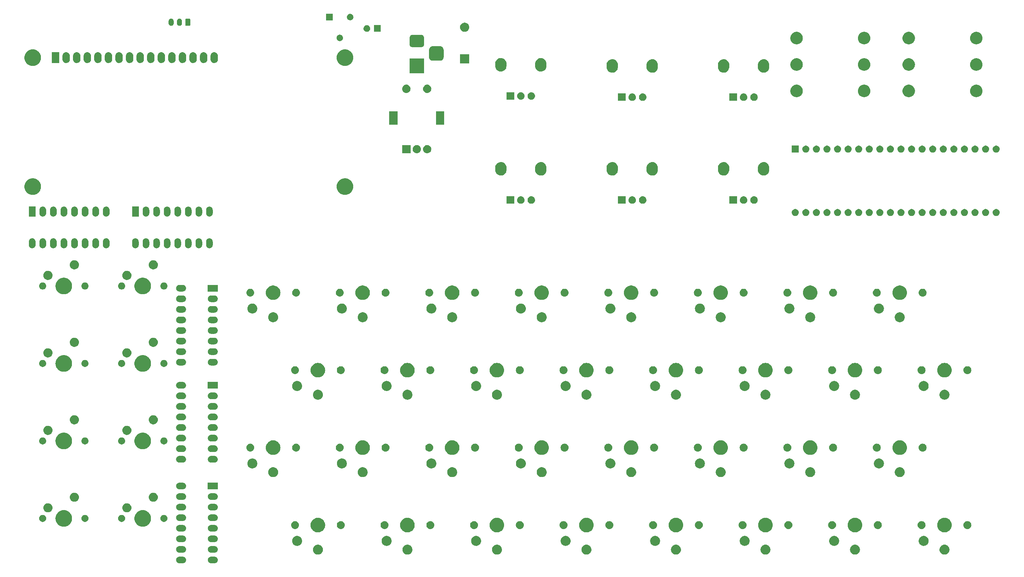
<source format=gbs>
G04 #@! TF.GenerationSoftware,KiCad,Pcbnew,7.0.11*
G04 #@! TF.CreationDate,2024-11-21T01:14:32-06:00*
G04 #@! TF.ProjectId,Sardinia_v0.2,53617264-696e-4696-915f-76302e322e6b,rev?*
G04 #@! TF.SameCoordinates,Original*
G04 #@! TF.FileFunction,Soldermask,Bot*
G04 #@! TF.FilePolarity,Negative*
%FSLAX46Y46*%
G04 Gerber Fmt 4.6, Leading zero omitted, Abs format (unit mm)*
G04 Created by KiCad (PCBNEW 7.0.11) date 2024-11-21 01:14:32*
%MOMM*%
%LPD*%
G01*
G04 APERTURE LIST*
G04 APERTURE END LIST*
G36*
X81281506Y-150940169D02*
G01*
X81364856Y-150944688D01*
X81410211Y-150954671D01*
X81458017Y-150960058D01*
X81497588Y-150973904D01*
X81535325Y-150982211D01*
X81578771Y-151002311D01*
X81627107Y-151019225D01*
X81659995Y-151039890D01*
X81692261Y-151054818D01*
X81732810Y-151085642D01*
X81778792Y-151114535D01*
X81804070Y-151139813D01*
X81829915Y-151159460D01*
X81864873Y-151200616D01*
X81905465Y-151241208D01*
X81922840Y-151268860D01*
X81941858Y-151291250D01*
X81968587Y-151341666D01*
X82000775Y-151392893D01*
X82010537Y-151420792D01*
X82022852Y-151444020D01*
X82038939Y-151501960D01*
X82059942Y-151561983D01*
X82062904Y-151588274D01*
X82069112Y-151610632D01*
X82072532Y-151673729D01*
X82080000Y-151740000D01*
X82077384Y-151763212D01*
X82078473Y-151783289D01*
X82067758Y-151848643D01*
X82059942Y-151918017D01*
X82053249Y-151937141D01*
X82050498Y-151953928D01*
X82024865Y-152018260D01*
X82000775Y-152087107D01*
X81991644Y-152101638D01*
X81986495Y-152114562D01*
X81945936Y-152174382D01*
X81905465Y-152238792D01*
X81895529Y-152248727D01*
X81889459Y-152257681D01*
X81834814Y-152309442D01*
X81778792Y-152365465D01*
X81769523Y-152371288D01*
X81763927Y-152376590D01*
X81696983Y-152416868D01*
X81627107Y-152460775D01*
X81619707Y-152463364D01*
X81615759Y-152465740D01*
X81539131Y-152491558D01*
X81458017Y-152519942D01*
X81453324Y-152520470D01*
X81451899Y-152520951D01*
X81370266Y-152529829D01*
X81280000Y-152540000D01*
X81276750Y-152540000D01*
X80481625Y-152540000D01*
X80480000Y-152540000D01*
X80478492Y-152539830D01*
X80395143Y-152535311D01*
X80349795Y-152525329D01*
X80301983Y-152519942D01*
X80262405Y-152506093D01*
X80224674Y-152497788D01*
X80181232Y-152477689D01*
X80132893Y-152460775D01*
X80100001Y-152440107D01*
X80067738Y-152425181D01*
X80027191Y-152394358D01*
X79981208Y-152365465D01*
X79955928Y-152340185D01*
X79930084Y-152320539D01*
X79895125Y-152279382D01*
X79854535Y-152238792D01*
X79837160Y-152211140D01*
X79818141Y-152188749D01*
X79791409Y-152138328D01*
X79759225Y-152087107D01*
X79749463Y-152059210D01*
X79737147Y-152035979D01*
X79721057Y-151978029D01*
X79700058Y-151918017D01*
X79697096Y-151891730D01*
X79690887Y-151869367D01*
X79687465Y-151806254D01*
X79680000Y-151740000D01*
X79682614Y-151716792D01*
X79681526Y-151696710D01*
X79692243Y-151631334D01*
X79700058Y-151561983D01*
X79706747Y-151542864D01*
X79709501Y-151526071D01*
X79735144Y-151461710D01*
X79759225Y-151392893D01*
X79768351Y-151378367D01*
X79773504Y-151365437D01*
X79814084Y-151305584D01*
X79854535Y-151241208D01*
X79864465Y-151231277D01*
X79870540Y-151222318D01*
X79925222Y-151170520D01*
X79981208Y-151114535D01*
X79990470Y-151108715D01*
X79996072Y-151103409D01*
X80063076Y-151063093D01*
X80132893Y-151019225D01*
X80140285Y-151016638D01*
X80144240Y-151014259D01*
X80220971Y-150988405D01*
X80301983Y-150960058D01*
X80306669Y-150959529D01*
X80308100Y-150959048D01*
X80389884Y-150950153D01*
X80480000Y-150940000D01*
X81280000Y-150940000D01*
X81281506Y-150940169D01*
G37*
G36*
X88901506Y-150940169D02*
G01*
X88984856Y-150944688D01*
X89030211Y-150954671D01*
X89078017Y-150960058D01*
X89117588Y-150973904D01*
X89155325Y-150982211D01*
X89198771Y-151002311D01*
X89247107Y-151019225D01*
X89279995Y-151039890D01*
X89312261Y-151054818D01*
X89352810Y-151085642D01*
X89398792Y-151114535D01*
X89424070Y-151139813D01*
X89449915Y-151159460D01*
X89484873Y-151200616D01*
X89525465Y-151241208D01*
X89542840Y-151268860D01*
X89561858Y-151291250D01*
X89588587Y-151341666D01*
X89620775Y-151392893D01*
X89630537Y-151420792D01*
X89642852Y-151444020D01*
X89658939Y-151501960D01*
X89679942Y-151561983D01*
X89682904Y-151588274D01*
X89689112Y-151610632D01*
X89692532Y-151673729D01*
X89700000Y-151740000D01*
X89697384Y-151763212D01*
X89698473Y-151783289D01*
X89687758Y-151848643D01*
X89679942Y-151918017D01*
X89673249Y-151937141D01*
X89670498Y-151953928D01*
X89644865Y-152018260D01*
X89620775Y-152087107D01*
X89611644Y-152101638D01*
X89606495Y-152114562D01*
X89565936Y-152174382D01*
X89525465Y-152238792D01*
X89515529Y-152248727D01*
X89509459Y-152257681D01*
X89454814Y-152309442D01*
X89398792Y-152365465D01*
X89389523Y-152371288D01*
X89383927Y-152376590D01*
X89316983Y-152416868D01*
X89247107Y-152460775D01*
X89239707Y-152463364D01*
X89235759Y-152465740D01*
X89159131Y-152491558D01*
X89078017Y-152519942D01*
X89073324Y-152520470D01*
X89071899Y-152520951D01*
X88990266Y-152529829D01*
X88900000Y-152540000D01*
X88896750Y-152540000D01*
X88101625Y-152540000D01*
X88100000Y-152540000D01*
X88098492Y-152539830D01*
X88015143Y-152535311D01*
X87969795Y-152525329D01*
X87921983Y-152519942D01*
X87882405Y-152506093D01*
X87844674Y-152497788D01*
X87801232Y-152477689D01*
X87752893Y-152460775D01*
X87720001Y-152440107D01*
X87687738Y-152425181D01*
X87647191Y-152394358D01*
X87601208Y-152365465D01*
X87575928Y-152340185D01*
X87550084Y-152320539D01*
X87515125Y-152279382D01*
X87474535Y-152238792D01*
X87457160Y-152211140D01*
X87438141Y-152188749D01*
X87411409Y-152138328D01*
X87379225Y-152087107D01*
X87369463Y-152059210D01*
X87357147Y-152035979D01*
X87341057Y-151978029D01*
X87320058Y-151918017D01*
X87317096Y-151891730D01*
X87310887Y-151869367D01*
X87307465Y-151806254D01*
X87300000Y-151740000D01*
X87302614Y-151716792D01*
X87301526Y-151696710D01*
X87312243Y-151631334D01*
X87320058Y-151561983D01*
X87326747Y-151542864D01*
X87329501Y-151526071D01*
X87355144Y-151461710D01*
X87379225Y-151392893D01*
X87388351Y-151378367D01*
X87393504Y-151365437D01*
X87434084Y-151305584D01*
X87474535Y-151241208D01*
X87484465Y-151231277D01*
X87490540Y-151222318D01*
X87545222Y-151170520D01*
X87601208Y-151114535D01*
X87610470Y-151108715D01*
X87616072Y-151103409D01*
X87683076Y-151063093D01*
X87752893Y-151019225D01*
X87760285Y-151016638D01*
X87764240Y-151014259D01*
X87840971Y-150988405D01*
X87921983Y-150960058D01*
X87926669Y-150959529D01*
X87928100Y-150959048D01*
X88009884Y-150950153D01*
X88100000Y-150940000D01*
X88900000Y-150940000D01*
X88901506Y-150940169D01*
G37*
G36*
X113805893Y-148063763D02*
G01*
X113860722Y-148063763D01*
X113908959Y-148072780D01*
X113958337Y-148077100D01*
X114018942Y-148093339D01*
X114078396Y-148104453D01*
X114118721Y-148120075D01*
X114160344Y-148131228D01*
X114223358Y-148160611D01*
X114284886Y-148184448D01*
X114316644Y-148204111D01*
X114349889Y-148219614D01*
X114412599Y-148263524D01*
X114473162Y-148301023D01*
X114496376Y-148322185D01*
X114521195Y-148339564D01*
X114580564Y-148398933D01*
X114636811Y-148450209D01*
X114652143Y-148470512D01*
X114669079Y-148487448D01*
X114721904Y-148562890D01*
X114770261Y-148626925D01*
X114778924Y-148644324D01*
X114789032Y-148658759D01*
X114832075Y-148751065D01*
X114868967Y-148825154D01*
X114872634Y-148838045D01*
X114877414Y-148848294D01*
X114907534Y-148960703D01*
X114929568Y-149038145D01*
X114930246Y-149045467D01*
X114931543Y-149050306D01*
X114945881Y-149214198D01*
X114950000Y-149258644D01*
X114945881Y-149303092D01*
X114931543Y-149466981D01*
X114930246Y-149471818D01*
X114929568Y-149479143D01*
X114907527Y-149556609D01*
X114877415Y-149668988D01*
X114872637Y-149679233D01*
X114868967Y-149692134D01*
X114832052Y-149766269D01*
X114789029Y-149858533D01*
X114778925Y-149872962D01*
X114770261Y-149890363D01*
X114721897Y-149954406D01*
X114669079Y-150029839D01*
X114652146Y-150046771D01*
X114636811Y-150067079D01*
X114580552Y-150118365D01*
X114521195Y-150177723D01*
X114496381Y-150195097D01*
X114473162Y-150216265D01*
X114412587Y-150253771D01*
X114349889Y-150297673D01*
X114316650Y-150313172D01*
X114284886Y-150332840D01*
X114223345Y-150356681D01*
X114160344Y-150386059D01*
X114118729Y-150397209D01*
X114078396Y-150412835D01*
X114018930Y-150423951D01*
X113958337Y-150440187D01*
X113908969Y-150444506D01*
X113860722Y-150453525D01*
X113805882Y-150453525D01*
X113750000Y-150458414D01*
X113694118Y-150453525D01*
X113639278Y-150453525D01*
X113591031Y-150444506D01*
X113541662Y-150440187D01*
X113481066Y-150423950D01*
X113421604Y-150412835D01*
X113381272Y-150397210D01*
X113339655Y-150386059D01*
X113276648Y-150356678D01*
X113215114Y-150332840D01*
X113183352Y-150313174D01*
X113150110Y-150297673D01*
X113087404Y-150253765D01*
X113026838Y-150216265D01*
X113003621Y-150195100D01*
X112978804Y-150177723D01*
X112919435Y-150118354D01*
X112863189Y-150067079D01*
X112847856Y-150046775D01*
X112830920Y-150029839D01*
X112778088Y-149954387D01*
X112729739Y-149890363D01*
X112721076Y-149872967D01*
X112710970Y-149858533D01*
X112667932Y-149766237D01*
X112631033Y-149692134D01*
X112627364Y-149679238D01*
X112622584Y-149668988D01*
X112592455Y-149556548D01*
X112570432Y-149479143D01*
X112569753Y-149471824D01*
X112568456Y-149466981D01*
X112554100Y-149302899D01*
X112550000Y-149258644D01*
X112554100Y-149214392D01*
X112568456Y-149050306D01*
X112569754Y-149045461D01*
X112570432Y-149038145D01*
X112592448Y-148960764D01*
X112622585Y-148848294D01*
X112627366Y-148838039D01*
X112631033Y-148825154D01*
X112667909Y-148751096D01*
X112710967Y-148658759D01*
X112721077Y-148644319D01*
X112729739Y-148626925D01*
X112778081Y-148562908D01*
X112830920Y-148487448D01*
X112847859Y-148470508D01*
X112863189Y-148450209D01*
X112919424Y-148398943D01*
X112978804Y-148339564D01*
X113003626Y-148322183D01*
X113026838Y-148301023D01*
X113087395Y-148263527D01*
X113150115Y-148219611D01*
X113183364Y-148204106D01*
X113215114Y-148184448D01*
X113276621Y-148160619D01*
X113339650Y-148131229D01*
X113381283Y-148120073D01*
X113421604Y-148104453D01*
X113481053Y-148093340D01*
X113541662Y-148077100D01*
X113591041Y-148072779D01*
X113639278Y-148063763D01*
X113694106Y-148063763D01*
X113750000Y-148058873D01*
X113805893Y-148063763D01*
G37*
G36*
X135305893Y-148063763D02*
G01*
X135360722Y-148063763D01*
X135408959Y-148072780D01*
X135458337Y-148077100D01*
X135518942Y-148093339D01*
X135578396Y-148104453D01*
X135618721Y-148120075D01*
X135660344Y-148131228D01*
X135723358Y-148160611D01*
X135784886Y-148184448D01*
X135816644Y-148204111D01*
X135849889Y-148219614D01*
X135912599Y-148263524D01*
X135973162Y-148301023D01*
X135996376Y-148322185D01*
X136021195Y-148339564D01*
X136080564Y-148398933D01*
X136136811Y-148450209D01*
X136152143Y-148470512D01*
X136169079Y-148487448D01*
X136221904Y-148562890D01*
X136270261Y-148626925D01*
X136278924Y-148644324D01*
X136289032Y-148658759D01*
X136332075Y-148751065D01*
X136368967Y-148825154D01*
X136372634Y-148838045D01*
X136377414Y-148848294D01*
X136407534Y-148960703D01*
X136429568Y-149038145D01*
X136430246Y-149045467D01*
X136431543Y-149050306D01*
X136445881Y-149214198D01*
X136450000Y-149258644D01*
X136445881Y-149303092D01*
X136431543Y-149466981D01*
X136430246Y-149471818D01*
X136429568Y-149479143D01*
X136407527Y-149556609D01*
X136377415Y-149668988D01*
X136372637Y-149679233D01*
X136368967Y-149692134D01*
X136332052Y-149766269D01*
X136289029Y-149858533D01*
X136278925Y-149872962D01*
X136270261Y-149890363D01*
X136221897Y-149954406D01*
X136169079Y-150029839D01*
X136152146Y-150046771D01*
X136136811Y-150067079D01*
X136080552Y-150118365D01*
X136021195Y-150177723D01*
X135996381Y-150195097D01*
X135973162Y-150216265D01*
X135912587Y-150253771D01*
X135849889Y-150297673D01*
X135816650Y-150313172D01*
X135784886Y-150332840D01*
X135723345Y-150356681D01*
X135660344Y-150386059D01*
X135618729Y-150397209D01*
X135578396Y-150412835D01*
X135518930Y-150423951D01*
X135458337Y-150440187D01*
X135408969Y-150444506D01*
X135360722Y-150453525D01*
X135305882Y-150453525D01*
X135250000Y-150458414D01*
X135194118Y-150453525D01*
X135139278Y-150453525D01*
X135091031Y-150444506D01*
X135041662Y-150440187D01*
X134981066Y-150423950D01*
X134921604Y-150412835D01*
X134881272Y-150397210D01*
X134839655Y-150386059D01*
X134776648Y-150356678D01*
X134715114Y-150332840D01*
X134683352Y-150313174D01*
X134650110Y-150297673D01*
X134587404Y-150253765D01*
X134526838Y-150216265D01*
X134503621Y-150195100D01*
X134478804Y-150177723D01*
X134419435Y-150118354D01*
X134363189Y-150067079D01*
X134347856Y-150046775D01*
X134330920Y-150029839D01*
X134278088Y-149954387D01*
X134229739Y-149890363D01*
X134221076Y-149872967D01*
X134210970Y-149858533D01*
X134167932Y-149766237D01*
X134131033Y-149692134D01*
X134127364Y-149679238D01*
X134122584Y-149668988D01*
X134092455Y-149556548D01*
X134070432Y-149479143D01*
X134069753Y-149471824D01*
X134068456Y-149466981D01*
X134054100Y-149302899D01*
X134050000Y-149258644D01*
X134054100Y-149214392D01*
X134068456Y-149050306D01*
X134069754Y-149045461D01*
X134070432Y-149038145D01*
X134092448Y-148960764D01*
X134122585Y-148848294D01*
X134127366Y-148838039D01*
X134131033Y-148825154D01*
X134167909Y-148751096D01*
X134210967Y-148658759D01*
X134221077Y-148644319D01*
X134229739Y-148626925D01*
X134278081Y-148562908D01*
X134330920Y-148487448D01*
X134347859Y-148470508D01*
X134363189Y-148450209D01*
X134419424Y-148398943D01*
X134478804Y-148339564D01*
X134503626Y-148322183D01*
X134526838Y-148301023D01*
X134587395Y-148263527D01*
X134650115Y-148219611D01*
X134683364Y-148204106D01*
X134715114Y-148184448D01*
X134776621Y-148160619D01*
X134839650Y-148131229D01*
X134881283Y-148120073D01*
X134921604Y-148104453D01*
X134981053Y-148093340D01*
X135041662Y-148077100D01*
X135091041Y-148072779D01*
X135139278Y-148063763D01*
X135194106Y-148063763D01*
X135250000Y-148058873D01*
X135305893Y-148063763D01*
G37*
G36*
X156805893Y-148063763D02*
G01*
X156860722Y-148063763D01*
X156908959Y-148072780D01*
X156958337Y-148077100D01*
X157018942Y-148093339D01*
X157078396Y-148104453D01*
X157118721Y-148120075D01*
X157160344Y-148131228D01*
X157223358Y-148160611D01*
X157284886Y-148184448D01*
X157316644Y-148204111D01*
X157349889Y-148219614D01*
X157412599Y-148263524D01*
X157473162Y-148301023D01*
X157496376Y-148322185D01*
X157521195Y-148339564D01*
X157580564Y-148398933D01*
X157636811Y-148450209D01*
X157652143Y-148470512D01*
X157669079Y-148487448D01*
X157721904Y-148562890D01*
X157770261Y-148626925D01*
X157778924Y-148644324D01*
X157789032Y-148658759D01*
X157832075Y-148751065D01*
X157868967Y-148825154D01*
X157872634Y-148838045D01*
X157877414Y-148848294D01*
X157907534Y-148960703D01*
X157929568Y-149038145D01*
X157930246Y-149045467D01*
X157931543Y-149050306D01*
X157945881Y-149214198D01*
X157950000Y-149258644D01*
X157945881Y-149303092D01*
X157931543Y-149466981D01*
X157930246Y-149471818D01*
X157929568Y-149479143D01*
X157907527Y-149556609D01*
X157877415Y-149668988D01*
X157872637Y-149679233D01*
X157868967Y-149692134D01*
X157832052Y-149766269D01*
X157789029Y-149858533D01*
X157778925Y-149872962D01*
X157770261Y-149890363D01*
X157721897Y-149954406D01*
X157669079Y-150029839D01*
X157652146Y-150046771D01*
X157636811Y-150067079D01*
X157580552Y-150118365D01*
X157521195Y-150177723D01*
X157496381Y-150195097D01*
X157473162Y-150216265D01*
X157412587Y-150253771D01*
X157349889Y-150297673D01*
X157316650Y-150313172D01*
X157284886Y-150332840D01*
X157223345Y-150356681D01*
X157160344Y-150386059D01*
X157118729Y-150397209D01*
X157078396Y-150412835D01*
X157018930Y-150423951D01*
X156958337Y-150440187D01*
X156908969Y-150444506D01*
X156860722Y-150453525D01*
X156805882Y-150453525D01*
X156750000Y-150458414D01*
X156694118Y-150453525D01*
X156639278Y-150453525D01*
X156591031Y-150444506D01*
X156541662Y-150440187D01*
X156481066Y-150423950D01*
X156421604Y-150412835D01*
X156381272Y-150397210D01*
X156339655Y-150386059D01*
X156276648Y-150356678D01*
X156215114Y-150332840D01*
X156183352Y-150313174D01*
X156150110Y-150297673D01*
X156087404Y-150253765D01*
X156026838Y-150216265D01*
X156003621Y-150195100D01*
X155978804Y-150177723D01*
X155919435Y-150118354D01*
X155863189Y-150067079D01*
X155847856Y-150046775D01*
X155830920Y-150029839D01*
X155778088Y-149954387D01*
X155729739Y-149890363D01*
X155721076Y-149872967D01*
X155710970Y-149858533D01*
X155667932Y-149766237D01*
X155631033Y-149692134D01*
X155627364Y-149679238D01*
X155622584Y-149668988D01*
X155592455Y-149556548D01*
X155570432Y-149479143D01*
X155569753Y-149471824D01*
X155568456Y-149466981D01*
X155554100Y-149302899D01*
X155550000Y-149258644D01*
X155554100Y-149214392D01*
X155568456Y-149050306D01*
X155569754Y-149045461D01*
X155570432Y-149038145D01*
X155592448Y-148960764D01*
X155622585Y-148848294D01*
X155627366Y-148838039D01*
X155631033Y-148825154D01*
X155667909Y-148751096D01*
X155710967Y-148658759D01*
X155721077Y-148644319D01*
X155729739Y-148626925D01*
X155778081Y-148562908D01*
X155830920Y-148487448D01*
X155847859Y-148470508D01*
X155863189Y-148450209D01*
X155919424Y-148398943D01*
X155978804Y-148339564D01*
X156003626Y-148322183D01*
X156026838Y-148301023D01*
X156087395Y-148263527D01*
X156150115Y-148219611D01*
X156183364Y-148204106D01*
X156215114Y-148184448D01*
X156276621Y-148160619D01*
X156339650Y-148131229D01*
X156381283Y-148120073D01*
X156421604Y-148104453D01*
X156481053Y-148093340D01*
X156541662Y-148077100D01*
X156591041Y-148072779D01*
X156639278Y-148063763D01*
X156694106Y-148063763D01*
X156750000Y-148058873D01*
X156805893Y-148063763D01*
G37*
G36*
X178305893Y-148063763D02*
G01*
X178360722Y-148063763D01*
X178408959Y-148072780D01*
X178458337Y-148077100D01*
X178518942Y-148093339D01*
X178578396Y-148104453D01*
X178618721Y-148120075D01*
X178660344Y-148131228D01*
X178723358Y-148160611D01*
X178784886Y-148184448D01*
X178816644Y-148204111D01*
X178849889Y-148219614D01*
X178912599Y-148263524D01*
X178973162Y-148301023D01*
X178996376Y-148322185D01*
X179021195Y-148339564D01*
X179080564Y-148398933D01*
X179136811Y-148450209D01*
X179152143Y-148470512D01*
X179169079Y-148487448D01*
X179221904Y-148562890D01*
X179270261Y-148626925D01*
X179278924Y-148644324D01*
X179289032Y-148658759D01*
X179332075Y-148751065D01*
X179368967Y-148825154D01*
X179372634Y-148838045D01*
X179377414Y-148848294D01*
X179407534Y-148960703D01*
X179429568Y-149038145D01*
X179430246Y-149045467D01*
X179431543Y-149050306D01*
X179445881Y-149214198D01*
X179450000Y-149258644D01*
X179445881Y-149303092D01*
X179431543Y-149466981D01*
X179430246Y-149471818D01*
X179429568Y-149479143D01*
X179407527Y-149556609D01*
X179377415Y-149668988D01*
X179372637Y-149679233D01*
X179368967Y-149692134D01*
X179332052Y-149766269D01*
X179289029Y-149858533D01*
X179278925Y-149872962D01*
X179270261Y-149890363D01*
X179221897Y-149954406D01*
X179169079Y-150029839D01*
X179152146Y-150046771D01*
X179136811Y-150067079D01*
X179080552Y-150118365D01*
X179021195Y-150177723D01*
X178996381Y-150195097D01*
X178973162Y-150216265D01*
X178912587Y-150253771D01*
X178849889Y-150297673D01*
X178816650Y-150313172D01*
X178784886Y-150332840D01*
X178723345Y-150356681D01*
X178660344Y-150386059D01*
X178618729Y-150397209D01*
X178578396Y-150412835D01*
X178518930Y-150423951D01*
X178458337Y-150440187D01*
X178408969Y-150444506D01*
X178360722Y-150453525D01*
X178305882Y-150453525D01*
X178250000Y-150458414D01*
X178194118Y-150453525D01*
X178139278Y-150453525D01*
X178091031Y-150444506D01*
X178041662Y-150440187D01*
X177981066Y-150423950D01*
X177921604Y-150412835D01*
X177881272Y-150397210D01*
X177839655Y-150386059D01*
X177776648Y-150356678D01*
X177715114Y-150332840D01*
X177683352Y-150313174D01*
X177650110Y-150297673D01*
X177587404Y-150253765D01*
X177526838Y-150216265D01*
X177503621Y-150195100D01*
X177478804Y-150177723D01*
X177419435Y-150118354D01*
X177363189Y-150067079D01*
X177347856Y-150046775D01*
X177330920Y-150029839D01*
X177278088Y-149954387D01*
X177229739Y-149890363D01*
X177221076Y-149872967D01*
X177210970Y-149858533D01*
X177167932Y-149766237D01*
X177131033Y-149692134D01*
X177127364Y-149679238D01*
X177122584Y-149668988D01*
X177092455Y-149556548D01*
X177070432Y-149479143D01*
X177069753Y-149471824D01*
X177068456Y-149466981D01*
X177054100Y-149302899D01*
X177050000Y-149258644D01*
X177054100Y-149214392D01*
X177068456Y-149050306D01*
X177069754Y-149045461D01*
X177070432Y-149038145D01*
X177092448Y-148960764D01*
X177122585Y-148848294D01*
X177127366Y-148838039D01*
X177131033Y-148825154D01*
X177167909Y-148751096D01*
X177210967Y-148658759D01*
X177221077Y-148644319D01*
X177229739Y-148626925D01*
X177278081Y-148562908D01*
X177330920Y-148487448D01*
X177347859Y-148470508D01*
X177363189Y-148450209D01*
X177419424Y-148398943D01*
X177478804Y-148339564D01*
X177503626Y-148322183D01*
X177526838Y-148301023D01*
X177587395Y-148263527D01*
X177650115Y-148219611D01*
X177683364Y-148204106D01*
X177715114Y-148184448D01*
X177776621Y-148160619D01*
X177839650Y-148131229D01*
X177881283Y-148120073D01*
X177921604Y-148104453D01*
X177981053Y-148093340D01*
X178041662Y-148077100D01*
X178091041Y-148072779D01*
X178139278Y-148063763D01*
X178194106Y-148063763D01*
X178250000Y-148058873D01*
X178305893Y-148063763D01*
G37*
G36*
X199805893Y-148063763D02*
G01*
X199860722Y-148063763D01*
X199908959Y-148072780D01*
X199958337Y-148077100D01*
X200018942Y-148093339D01*
X200078396Y-148104453D01*
X200118721Y-148120075D01*
X200160344Y-148131228D01*
X200223358Y-148160611D01*
X200284886Y-148184448D01*
X200316644Y-148204111D01*
X200349889Y-148219614D01*
X200412599Y-148263524D01*
X200473162Y-148301023D01*
X200496376Y-148322185D01*
X200521195Y-148339564D01*
X200580564Y-148398933D01*
X200636811Y-148450209D01*
X200652143Y-148470512D01*
X200669079Y-148487448D01*
X200721904Y-148562890D01*
X200770261Y-148626925D01*
X200778924Y-148644324D01*
X200789032Y-148658759D01*
X200832075Y-148751065D01*
X200868967Y-148825154D01*
X200872634Y-148838045D01*
X200877414Y-148848294D01*
X200907534Y-148960703D01*
X200929568Y-149038145D01*
X200930246Y-149045467D01*
X200931543Y-149050306D01*
X200945881Y-149214198D01*
X200950000Y-149258644D01*
X200945881Y-149303092D01*
X200931543Y-149466981D01*
X200930246Y-149471818D01*
X200929568Y-149479143D01*
X200907527Y-149556609D01*
X200877415Y-149668988D01*
X200872637Y-149679233D01*
X200868967Y-149692134D01*
X200832052Y-149766269D01*
X200789029Y-149858533D01*
X200778925Y-149872962D01*
X200770261Y-149890363D01*
X200721897Y-149954406D01*
X200669079Y-150029839D01*
X200652146Y-150046771D01*
X200636811Y-150067079D01*
X200580552Y-150118365D01*
X200521195Y-150177723D01*
X200496381Y-150195097D01*
X200473162Y-150216265D01*
X200412587Y-150253771D01*
X200349889Y-150297673D01*
X200316650Y-150313172D01*
X200284886Y-150332840D01*
X200223345Y-150356681D01*
X200160344Y-150386059D01*
X200118729Y-150397209D01*
X200078396Y-150412835D01*
X200018930Y-150423951D01*
X199958337Y-150440187D01*
X199908969Y-150444506D01*
X199860722Y-150453525D01*
X199805882Y-150453525D01*
X199750000Y-150458414D01*
X199694118Y-150453525D01*
X199639278Y-150453525D01*
X199591031Y-150444506D01*
X199541662Y-150440187D01*
X199481066Y-150423950D01*
X199421604Y-150412835D01*
X199381272Y-150397210D01*
X199339655Y-150386059D01*
X199276648Y-150356678D01*
X199215114Y-150332840D01*
X199183352Y-150313174D01*
X199150110Y-150297673D01*
X199087404Y-150253765D01*
X199026838Y-150216265D01*
X199003621Y-150195100D01*
X198978804Y-150177723D01*
X198919435Y-150118354D01*
X198863189Y-150067079D01*
X198847856Y-150046775D01*
X198830920Y-150029839D01*
X198778088Y-149954387D01*
X198729739Y-149890363D01*
X198721076Y-149872967D01*
X198710970Y-149858533D01*
X198667932Y-149766237D01*
X198631033Y-149692134D01*
X198627364Y-149679238D01*
X198622584Y-149668988D01*
X198592455Y-149556548D01*
X198570432Y-149479143D01*
X198569753Y-149471824D01*
X198568456Y-149466981D01*
X198554100Y-149302899D01*
X198550000Y-149258644D01*
X198554100Y-149214392D01*
X198568456Y-149050306D01*
X198569754Y-149045461D01*
X198570432Y-149038145D01*
X198592448Y-148960764D01*
X198622585Y-148848294D01*
X198627366Y-148838039D01*
X198631033Y-148825154D01*
X198667909Y-148751096D01*
X198710967Y-148658759D01*
X198721077Y-148644319D01*
X198729739Y-148626925D01*
X198778081Y-148562908D01*
X198830920Y-148487448D01*
X198847859Y-148470508D01*
X198863189Y-148450209D01*
X198919424Y-148398943D01*
X198978804Y-148339564D01*
X199003626Y-148322183D01*
X199026838Y-148301023D01*
X199087395Y-148263527D01*
X199150115Y-148219611D01*
X199183364Y-148204106D01*
X199215114Y-148184448D01*
X199276621Y-148160619D01*
X199339650Y-148131229D01*
X199381283Y-148120073D01*
X199421604Y-148104453D01*
X199481053Y-148093340D01*
X199541662Y-148077100D01*
X199591041Y-148072779D01*
X199639278Y-148063763D01*
X199694106Y-148063763D01*
X199750000Y-148058873D01*
X199805893Y-148063763D01*
G37*
G36*
X221305893Y-148063763D02*
G01*
X221360722Y-148063763D01*
X221408959Y-148072780D01*
X221458337Y-148077100D01*
X221518942Y-148093339D01*
X221578396Y-148104453D01*
X221618721Y-148120075D01*
X221660344Y-148131228D01*
X221723358Y-148160611D01*
X221784886Y-148184448D01*
X221816644Y-148204111D01*
X221849889Y-148219614D01*
X221912599Y-148263524D01*
X221973162Y-148301023D01*
X221996376Y-148322185D01*
X222021195Y-148339564D01*
X222080564Y-148398933D01*
X222136811Y-148450209D01*
X222152143Y-148470512D01*
X222169079Y-148487448D01*
X222221904Y-148562890D01*
X222270261Y-148626925D01*
X222278924Y-148644324D01*
X222289032Y-148658759D01*
X222332075Y-148751065D01*
X222368967Y-148825154D01*
X222372634Y-148838045D01*
X222377414Y-148848294D01*
X222407534Y-148960703D01*
X222429568Y-149038145D01*
X222430246Y-149045467D01*
X222431543Y-149050306D01*
X222445881Y-149214198D01*
X222450000Y-149258644D01*
X222445881Y-149303092D01*
X222431543Y-149466981D01*
X222430246Y-149471818D01*
X222429568Y-149479143D01*
X222407527Y-149556609D01*
X222377415Y-149668988D01*
X222372637Y-149679233D01*
X222368967Y-149692134D01*
X222332052Y-149766269D01*
X222289029Y-149858533D01*
X222278925Y-149872962D01*
X222270261Y-149890363D01*
X222221897Y-149954406D01*
X222169079Y-150029839D01*
X222152146Y-150046771D01*
X222136811Y-150067079D01*
X222080552Y-150118365D01*
X222021195Y-150177723D01*
X221996381Y-150195097D01*
X221973162Y-150216265D01*
X221912587Y-150253771D01*
X221849889Y-150297673D01*
X221816650Y-150313172D01*
X221784886Y-150332840D01*
X221723345Y-150356681D01*
X221660344Y-150386059D01*
X221618729Y-150397209D01*
X221578396Y-150412835D01*
X221518930Y-150423951D01*
X221458337Y-150440187D01*
X221408969Y-150444506D01*
X221360722Y-150453525D01*
X221305882Y-150453525D01*
X221250000Y-150458414D01*
X221194118Y-150453525D01*
X221139278Y-150453525D01*
X221091031Y-150444506D01*
X221041662Y-150440187D01*
X220981066Y-150423950D01*
X220921604Y-150412835D01*
X220881272Y-150397210D01*
X220839655Y-150386059D01*
X220776648Y-150356678D01*
X220715114Y-150332840D01*
X220683352Y-150313174D01*
X220650110Y-150297673D01*
X220587404Y-150253765D01*
X220526838Y-150216265D01*
X220503621Y-150195100D01*
X220478804Y-150177723D01*
X220419435Y-150118354D01*
X220363189Y-150067079D01*
X220347856Y-150046775D01*
X220330920Y-150029839D01*
X220278088Y-149954387D01*
X220229739Y-149890363D01*
X220221076Y-149872967D01*
X220210970Y-149858533D01*
X220167932Y-149766237D01*
X220131033Y-149692134D01*
X220127364Y-149679238D01*
X220122584Y-149668988D01*
X220092455Y-149556548D01*
X220070432Y-149479143D01*
X220069753Y-149471824D01*
X220068456Y-149466981D01*
X220054100Y-149302899D01*
X220050000Y-149258644D01*
X220054100Y-149214392D01*
X220068456Y-149050306D01*
X220069754Y-149045461D01*
X220070432Y-149038145D01*
X220092448Y-148960764D01*
X220122585Y-148848294D01*
X220127366Y-148838039D01*
X220131033Y-148825154D01*
X220167909Y-148751096D01*
X220210967Y-148658759D01*
X220221077Y-148644319D01*
X220229739Y-148626925D01*
X220278081Y-148562908D01*
X220330920Y-148487448D01*
X220347859Y-148470508D01*
X220363189Y-148450209D01*
X220419424Y-148398943D01*
X220478804Y-148339564D01*
X220503626Y-148322183D01*
X220526838Y-148301023D01*
X220587395Y-148263527D01*
X220650115Y-148219611D01*
X220683364Y-148204106D01*
X220715114Y-148184448D01*
X220776621Y-148160619D01*
X220839650Y-148131229D01*
X220881283Y-148120073D01*
X220921604Y-148104453D01*
X220981053Y-148093340D01*
X221041662Y-148077100D01*
X221091041Y-148072779D01*
X221139278Y-148063763D01*
X221194106Y-148063763D01*
X221250000Y-148058873D01*
X221305893Y-148063763D01*
G37*
G36*
X242805893Y-148063763D02*
G01*
X242860722Y-148063763D01*
X242908959Y-148072780D01*
X242958337Y-148077100D01*
X243018942Y-148093339D01*
X243078396Y-148104453D01*
X243118721Y-148120075D01*
X243160344Y-148131228D01*
X243223358Y-148160611D01*
X243284886Y-148184448D01*
X243316644Y-148204111D01*
X243349889Y-148219614D01*
X243412599Y-148263524D01*
X243473162Y-148301023D01*
X243496376Y-148322185D01*
X243521195Y-148339564D01*
X243580564Y-148398933D01*
X243636811Y-148450209D01*
X243652143Y-148470512D01*
X243669079Y-148487448D01*
X243721904Y-148562890D01*
X243770261Y-148626925D01*
X243778924Y-148644324D01*
X243789032Y-148658759D01*
X243832075Y-148751065D01*
X243868967Y-148825154D01*
X243872634Y-148838045D01*
X243877414Y-148848294D01*
X243907534Y-148960703D01*
X243929568Y-149038145D01*
X243930246Y-149045467D01*
X243931543Y-149050306D01*
X243945881Y-149214198D01*
X243950000Y-149258644D01*
X243945881Y-149303092D01*
X243931543Y-149466981D01*
X243930246Y-149471818D01*
X243929568Y-149479143D01*
X243907527Y-149556609D01*
X243877415Y-149668988D01*
X243872637Y-149679233D01*
X243868967Y-149692134D01*
X243832052Y-149766269D01*
X243789029Y-149858533D01*
X243778925Y-149872962D01*
X243770261Y-149890363D01*
X243721897Y-149954406D01*
X243669079Y-150029839D01*
X243652146Y-150046771D01*
X243636811Y-150067079D01*
X243580552Y-150118365D01*
X243521195Y-150177723D01*
X243496381Y-150195097D01*
X243473162Y-150216265D01*
X243412587Y-150253771D01*
X243349889Y-150297673D01*
X243316650Y-150313172D01*
X243284886Y-150332840D01*
X243223345Y-150356681D01*
X243160344Y-150386059D01*
X243118729Y-150397209D01*
X243078396Y-150412835D01*
X243018930Y-150423951D01*
X242958337Y-150440187D01*
X242908969Y-150444506D01*
X242860722Y-150453525D01*
X242805882Y-150453525D01*
X242750000Y-150458414D01*
X242694118Y-150453525D01*
X242639278Y-150453525D01*
X242591031Y-150444506D01*
X242541662Y-150440187D01*
X242481066Y-150423950D01*
X242421604Y-150412835D01*
X242381272Y-150397210D01*
X242339655Y-150386059D01*
X242276648Y-150356678D01*
X242215114Y-150332840D01*
X242183352Y-150313174D01*
X242150110Y-150297673D01*
X242087404Y-150253765D01*
X242026838Y-150216265D01*
X242003621Y-150195100D01*
X241978804Y-150177723D01*
X241919435Y-150118354D01*
X241863189Y-150067079D01*
X241847856Y-150046775D01*
X241830920Y-150029839D01*
X241778088Y-149954387D01*
X241729739Y-149890363D01*
X241721076Y-149872967D01*
X241710970Y-149858533D01*
X241667932Y-149766237D01*
X241631033Y-149692134D01*
X241627364Y-149679238D01*
X241622584Y-149668988D01*
X241592455Y-149556548D01*
X241570432Y-149479143D01*
X241569753Y-149471824D01*
X241568456Y-149466981D01*
X241554100Y-149302899D01*
X241550000Y-149258644D01*
X241554100Y-149214392D01*
X241568456Y-149050306D01*
X241569754Y-149045461D01*
X241570432Y-149038145D01*
X241592448Y-148960764D01*
X241622585Y-148848294D01*
X241627366Y-148838039D01*
X241631033Y-148825154D01*
X241667909Y-148751096D01*
X241710967Y-148658759D01*
X241721077Y-148644319D01*
X241729739Y-148626925D01*
X241778081Y-148562908D01*
X241830920Y-148487448D01*
X241847859Y-148470508D01*
X241863189Y-148450209D01*
X241919424Y-148398943D01*
X241978804Y-148339564D01*
X242003626Y-148322183D01*
X242026838Y-148301023D01*
X242087395Y-148263527D01*
X242150115Y-148219611D01*
X242183364Y-148204106D01*
X242215114Y-148184448D01*
X242276621Y-148160619D01*
X242339650Y-148131229D01*
X242381283Y-148120073D01*
X242421604Y-148104453D01*
X242481053Y-148093340D01*
X242541662Y-148077100D01*
X242591041Y-148072779D01*
X242639278Y-148063763D01*
X242694106Y-148063763D01*
X242750000Y-148058873D01*
X242805893Y-148063763D01*
G37*
G36*
X264305893Y-148063763D02*
G01*
X264360722Y-148063763D01*
X264408959Y-148072780D01*
X264458337Y-148077100D01*
X264518942Y-148093339D01*
X264578396Y-148104453D01*
X264618721Y-148120075D01*
X264660344Y-148131228D01*
X264723358Y-148160611D01*
X264784886Y-148184448D01*
X264816644Y-148204111D01*
X264849889Y-148219614D01*
X264912599Y-148263524D01*
X264973162Y-148301023D01*
X264996376Y-148322185D01*
X265021195Y-148339564D01*
X265080564Y-148398933D01*
X265136811Y-148450209D01*
X265152143Y-148470512D01*
X265169079Y-148487448D01*
X265221904Y-148562890D01*
X265270261Y-148626925D01*
X265278924Y-148644324D01*
X265289032Y-148658759D01*
X265332075Y-148751065D01*
X265368967Y-148825154D01*
X265372634Y-148838045D01*
X265377414Y-148848294D01*
X265407534Y-148960703D01*
X265429568Y-149038145D01*
X265430246Y-149045467D01*
X265431543Y-149050306D01*
X265445881Y-149214198D01*
X265450000Y-149258644D01*
X265445881Y-149303092D01*
X265431543Y-149466981D01*
X265430246Y-149471818D01*
X265429568Y-149479143D01*
X265407527Y-149556609D01*
X265377415Y-149668988D01*
X265372637Y-149679233D01*
X265368967Y-149692134D01*
X265332052Y-149766269D01*
X265289029Y-149858533D01*
X265278925Y-149872962D01*
X265270261Y-149890363D01*
X265221897Y-149954406D01*
X265169079Y-150029839D01*
X265152146Y-150046771D01*
X265136811Y-150067079D01*
X265080552Y-150118365D01*
X265021195Y-150177723D01*
X264996381Y-150195097D01*
X264973162Y-150216265D01*
X264912587Y-150253771D01*
X264849889Y-150297673D01*
X264816650Y-150313172D01*
X264784886Y-150332840D01*
X264723345Y-150356681D01*
X264660344Y-150386059D01*
X264618729Y-150397209D01*
X264578396Y-150412835D01*
X264518930Y-150423951D01*
X264458337Y-150440187D01*
X264408969Y-150444506D01*
X264360722Y-150453525D01*
X264305882Y-150453525D01*
X264250000Y-150458414D01*
X264194118Y-150453525D01*
X264139278Y-150453525D01*
X264091031Y-150444506D01*
X264041662Y-150440187D01*
X263981066Y-150423950D01*
X263921604Y-150412835D01*
X263881272Y-150397210D01*
X263839655Y-150386059D01*
X263776648Y-150356678D01*
X263715114Y-150332840D01*
X263683352Y-150313174D01*
X263650110Y-150297673D01*
X263587404Y-150253765D01*
X263526838Y-150216265D01*
X263503621Y-150195100D01*
X263478804Y-150177723D01*
X263419435Y-150118354D01*
X263363189Y-150067079D01*
X263347856Y-150046775D01*
X263330920Y-150029839D01*
X263278088Y-149954387D01*
X263229739Y-149890363D01*
X263221076Y-149872967D01*
X263210970Y-149858533D01*
X263167932Y-149766237D01*
X263131033Y-149692134D01*
X263127364Y-149679238D01*
X263122584Y-149668988D01*
X263092455Y-149556548D01*
X263070432Y-149479143D01*
X263069753Y-149471824D01*
X263068456Y-149466981D01*
X263054100Y-149302899D01*
X263050000Y-149258644D01*
X263054100Y-149214392D01*
X263068456Y-149050306D01*
X263069754Y-149045461D01*
X263070432Y-149038145D01*
X263092448Y-148960764D01*
X263122585Y-148848294D01*
X263127366Y-148838039D01*
X263131033Y-148825154D01*
X263167909Y-148751096D01*
X263210967Y-148658759D01*
X263221077Y-148644319D01*
X263229739Y-148626925D01*
X263278081Y-148562908D01*
X263330920Y-148487448D01*
X263347859Y-148470508D01*
X263363189Y-148450209D01*
X263419424Y-148398943D01*
X263478804Y-148339564D01*
X263503626Y-148322183D01*
X263526838Y-148301023D01*
X263587395Y-148263527D01*
X263650115Y-148219611D01*
X263683364Y-148204106D01*
X263715114Y-148184448D01*
X263776621Y-148160619D01*
X263839650Y-148131229D01*
X263881283Y-148120073D01*
X263921604Y-148104453D01*
X263981053Y-148093340D01*
X264041662Y-148077100D01*
X264091041Y-148072779D01*
X264139278Y-148063763D01*
X264194106Y-148063763D01*
X264250000Y-148058873D01*
X264305893Y-148063763D01*
G37*
G36*
X81281506Y-148400169D02*
G01*
X81364856Y-148404688D01*
X81410211Y-148414671D01*
X81458017Y-148420058D01*
X81497588Y-148433904D01*
X81535325Y-148442211D01*
X81578771Y-148462311D01*
X81627107Y-148479225D01*
X81659995Y-148499890D01*
X81692261Y-148514818D01*
X81732810Y-148545642D01*
X81778792Y-148574535D01*
X81804070Y-148599813D01*
X81829915Y-148619460D01*
X81864873Y-148660616D01*
X81905465Y-148701208D01*
X81922840Y-148728860D01*
X81941858Y-148751250D01*
X81968587Y-148801666D01*
X82000775Y-148852893D01*
X82010537Y-148880792D01*
X82022852Y-148904020D01*
X82038939Y-148961960D01*
X82059942Y-149021983D01*
X82062904Y-149048274D01*
X82069112Y-149070632D01*
X82072532Y-149133729D01*
X82080000Y-149200000D01*
X82077384Y-149223212D01*
X82078473Y-149243289D01*
X82067758Y-149308643D01*
X82059942Y-149378017D01*
X82053249Y-149397141D01*
X82050498Y-149413928D01*
X82024865Y-149478260D01*
X82000775Y-149547107D01*
X81991644Y-149561638D01*
X81986495Y-149574562D01*
X81945936Y-149634382D01*
X81905465Y-149698792D01*
X81895529Y-149708727D01*
X81889459Y-149717681D01*
X81834814Y-149769442D01*
X81778792Y-149825465D01*
X81769523Y-149831288D01*
X81763927Y-149836590D01*
X81696983Y-149876868D01*
X81627107Y-149920775D01*
X81619707Y-149923364D01*
X81615759Y-149925740D01*
X81539131Y-149951558D01*
X81458017Y-149979942D01*
X81453324Y-149980470D01*
X81451899Y-149980951D01*
X81370266Y-149989829D01*
X81280000Y-150000000D01*
X81276750Y-150000000D01*
X80481625Y-150000000D01*
X80480000Y-150000000D01*
X80478492Y-149999830D01*
X80395143Y-149995311D01*
X80349795Y-149985329D01*
X80301983Y-149979942D01*
X80262405Y-149966093D01*
X80224674Y-149957788D01*
X80181232Y-149937689D01*
X80132893Y-149920775D01*
X80100001Y-149900107D01*
X80067738Y-149885181D01*
X80027191Y-149854358D01*
X79981208Y-149825465D01*
X79955928Y-149800185D01*
X79930084Y-149780539D01*
X79895125Y-149739382D01*
X79854535Y-149698792D01*
X79837160Y-149671140D01*
X79818141Y-149648749D01*
X79791409Y-149598328D01*
X79759225Y-149547107D01*
X79749463Y-149519210D01*
X79737147Y-149495979D01*
X79721057Y-149438029D01*
X79700058Y-149378017D01*
X79697096Y-149351730D01*
X79690887Y-149329367D01*
X79687465Y-149266254D01*
X79680000Y-149200000D01*
X79682614Y-149176792D01*
X79681526Y-149156710D01*
X79692243Y-149091334D01*
X79700058Y-149021983D01*
X79706747Y-149002864D01*
X79709501Y-148986071D01*
X79735144Y-148921710D01*
X79759225Y-148852893D01*
X79768351Y-148838367D01*
X79773504Y-148825437D01*
X79814084Y-148765584D01*
X79854535Y-148701208D01*
X79864465Y-148691277D01*
X79870540Y-148682318D01*
X79925222Y-148630520D01*
X79981208Y-148574535D01*
X79990470Y-148568715D01*
X79996072Y-148563409D01*
X80063076Y-148523093D01*
X80132893Y-148479225D01*
X80140285Y-148476638D01*
X80144240Y-148474259D01*
X80220971Y-148448405D01*
X80301983Y-148420058D01*
X80306669Y-148419529D01*
X80308100Y-148419048D01*
X80389884Y-148410153D01*
X80480000Y-148400000D01*
X81280000Y-148400000D01*
X81281506Y-148400169D01*
G37*
G36*
X88901506Y-148400169D02*
G01*
X88984856Y-148404688D01*
X89030211Y-148414671D01*
X89078017Y-148420058D01*
X89117588Y-148433904D01*
X89155325Y-148442211D01*
X89198771Y-148462311D01*
X89247107Y-148479225D01*
X89279995Y-148499890D01*
X89312261Y-148514818D01*
X89352810Y-148545642D01*
X89398792Y-148574535D01*
X89424070Y-148599813D01*
X89449915Y-148619460D01*
X89484873Y-148660616D01*
X89525465Y-148701208D01*
X89542840Y-148728860D01*
X89561858Y-148751250D01*
X89588587Y-148801666D01*
X89620775Y-148852893D01*
X89630537Y-148880792D01*
X89642852Y-148904020D01*
X89658939Y-148961960D01*
X89679942Y-149021983D01*
X89682904Y-149048274D01*
X89689112Y-149070632D01*
X89692532Y-149133729D01*
X89700000Y-149200000D01*
X89697384Y-149223212D01*
X89698473Y-149243289D01*
X89687758Y-149308643D01*
X89679942Y-149378017D01*
X89673249Y-149397141D01*
X89670498Y-149413928D01*
X89644865Y-149478260D01*
X89620775Y-149547107D01*
X89611644Y-149561638D01*
X89606495Y-149574562D01*
X89565936Y-149634382D01*
X89525465Y-149698792D01*
X89515529Y-149708727D01*
X89509459Y-149717681D01*
X89454814Y-149769442D01*
X89398792Y-149825465D01*
X89389523Y-149831288D01*
X89383927Y-149836590D01*
X89316983Y-149876868D01*
X89247107Y-149920775D01*
X89239707Y-149923364D01*
X89235759Y-149925740D01*
X89159131Y-149951558D01*
X89078017Y-149979942D01*
X89073324Y-149980470D01*
X89071899Y-149980951D01*
X88990266Y-149989829D01*
X88900000Y-150000000D01*
X88896750Y-150000000D01*
X88101625Y-150000000D01*
X88100000Y-150000000D01*
X88098492Y-149999830D01*
X88015143Y-149995311D01*
X87969795Y-149985329D01*
X87921983Y-149979942D01*
X87882405Y-149966093D01*
X87844674Y-149957788D01*
X87801232Y-149937689D01*
X87752893Y-149920775D01*
X87720001Y-149900107D01*
X87687738Y-149885181D01*
X87647191Y-149854358D01*
X87601208Y-149825465D01*
X87575928Y-149800185D01*
X87550084Y-149780539D01*
X87515125Y-149739382D01*
X87474535Y-149698792D01*
X87457160Y-149671140D01*
X87438141Y-149648749D01*
X87411409Y-149598328D01*
X87379225Y-149547107D01*
X87369463Y-149519210D01*
X87357147Y-149495979D01*
X87341057Y-149438029D01*
X87320058Y-149378017D01*
X87317096Y-149351730D01*
X87310887Y-149329367D01*
X87307465Y-149266254D01*
X87300000Y-149200000D01*
X87302614Y-149176792D01*
X87301526Y-149156710D01*
X87312243Y-149091334D01*
X87320058Y-149021983D01*
X87326747Y-149002864D01*
X87329501Y-148986071D01*
X87355144Y-148921710D01*
X87379225Y-148852893D01*
X87388351Y-148838367D01*
X87393504Y-148825437D01*
X87434084Y-148765584D01*
X87474535Y-148701208D01*
X87484465Y-148691277D01*
X87490540Y-148682318D01*
X87545222Y-148630520D01*
X87601208Y-148574535D01*
X87610470Y-148568715D01*
X87616072Y-148563409D01*
X87683076Y-148523093D01*
X87752893Y-148479225D01*
X87760285Y-148476638D01*
X87764240Y-148474259D01*
X87840971Y-148448405D01*
X87921983Y-148420058D01*
X87926669Y-148419529D01*
X87928100Y-148419048D01*
X88009884Y-148410153D01*
X88100000Y-148400000D01*
X88900000Y-148400000D01*
X88901506Y-148400169D01*
G37*
G36*
X108805893Y-145963763D02*
G01*
X108860722Y-145963763D01*
X108908959Y-145972780D01*
X108958337Y-145977100D01*
X109018942Y-145993339D01*
X109078396Y-146004453D01*
X109118721Y-146020075D01*
X109160344Y-146031228D01*
X109223358Y-146060611D01*
X109284886Y-146084448D01*
X109316644Y-146104111D01*
X109349889Y-146119614D01*
X109412599Y-146163524D01*
X109473162Y-146201023D01*
X109496376Y-146222185D01*
X109521195Y-146239564D01*
X109580564Y-146298933D01*
X109636811Y-146350209D01*
X109652143Y-146370512D01*
X109669079Y-146387448D01*
X109721904Y-146462890D01*
X109770261Y-146526925D01*
X109778924Y-146544324D01*
X109789032Y-146558759D01*
X109832075Y-146651065D01*
X109868967Y-146725154D01*
X109872634Y-146738045D01*
X109877414Y-146748294D01*
X109907534Y-146860703D01*
X109929568Y-146938145D01*
X109930246Y-146945467D01*
X109931543Y-146950306D01*
X109945881Y-147114198D01*
X109950000Y-147158644D01*
X109945881Y-147203092D01*
X109931543Y-147366981D01*
X109930246Y-147371818D01*
X109929568Y-147379143D01*
X109907527Y-147456609D01*
X109877415Y-147568988D01*
X109872637Y-147579233D01*
X109868967Y-147592134D01*
X109832052Y-147666269D01*
X109789029Y-147758533D01*
X109778925Y-147772962D01*
X109770261Y-147790363D01*
X109721897Y-147854406D01*
X109669079Y-147929839D01*
X109652146Y-147946771D01*
X109636811Y-147967079D01*
X109580552Y-148018365D01*
X109521195Y-148077723D01*
X109496381Y-148095097D01*
X109473162Y-148116265D01*
X109412587Y-148153771D01*
X109349889Y-148197673D01*
X109316650Y-148213172D01*
X109284886Y-148232840D01*
X109223345Y-148256681D01*
X109160344Y-148286059D01*
X109118729Y-148297209D01*
X109078396Y-148312835D01*
X109018930Y-148323951D01*
X108958337Y-148340187D01*
X108908969Y-148344506D01*
X108860722Y-148353525D01*
X108805882Y-148353525D01*
X108750000Y-148358414D01*
X108694118Y-148353525D01*
X108639278Y-148353525D01*
X108591031Y-148344506D01*
X108541662Y-148340187D01*
X108481066Y-148323950D01*
X108421604Y-148312835D01*
X108381272Y-148297210D01*
X108339655Y-148286059D01*
X108276648Y-148256678D01*
X108215114Y-148232840D01*
X108183352Y-148213174D01*
X108150110Y-148197673D01*
X108087404Y-148153765D01*
X108026838Y-148116265D01*
X108003621Y-148095100D01*
X107978804Y-148077723D01*
X107919435Y-148018354D01*
X107863189Y-147967079D01*
X107847856Y-147946775D01*
X107830920Y-147929839D01*
X107778088Y-147854387D01*
X107729739Y-147790363D01*
X107721076Y-147772967D01*
X107710970Y-147758533D01*
X107667932Y-147666237D01*
X107631033Y-147592134D01*
X107627364Y-147579238D01*
X107622584Y-147568988D01*
X107592455Y-147456548D01*
X107570432Y-147379143D01*
X107569753Y-147371824D01*
X107568456Y-147366981D01*
X107554100Y-147202899D01*
X107550000Y-147158644D01*
X107554100Y-147114392D01*
X107568456Y-146950306D01*
X107569754Y-146945461D01*
X107570432Y-146938145D01*
X107592448Y-146860764D01*
X107622585Y-146748294D01*
X107627366Y-146738039D01*
X107631033Y-146725154D01*
X107667909Y-146651096D01*
X107710967Y-146558759D01*
X107721077Y-146544319D01*
X107729739Y-146526925D01*
X107778081Y-146462908D01*
X107830920Y-146387448D01*
X107847859Y-146370508D01*
X107863189Y-146350209D01*
X107919424Y-146298943D01*
X107978804Y-146239564D01*
X108003626Y-146222183D01*
X108026838Y-146201023D01*
X108087395Y-146163527D01*
X108150115Y-146119611D01*
X108183364Y-146104106D01*
X108215114Y-146084448D01*
X108276621Y-146060619D01*
X108339650Y-146031229D01*
X108381283Y-146020073D01*
X108421604Y-146004453D01*
X108481053Y-145993340D01*
X108541662Y-145977100D01*
X108591041Y-145972779D01*
X108639278Y-145963763D01*
X108694106Y-145963763D01*
X108750000Y-145958873D01*
X108805893Y-145963763D01*
G37*
G36*
X130305893Y-145963763D02*
G01*
X130360722Y-145963763D01*
X130408959Y-145972780D01*
X130458337Y-145977100D01*
X130518942Y-145993339D01*
X130578396Y-146004453D01*
X130618721Y-146020075D01*
X130660344Y-146031228D01*
X130723358Y-146060611D01*
X130784886Y-146084448D01*
X130816644Y-146104111D01*
X130849889Y-146119614D01*
X130912599Y-146163524D01*
X130973162Y-146201023D01*
X130996376Y-146222185D01*
X131021195Y-146239564D01*
X131080564Y-146298933D01*
X131136811Y-146350209D01*
X131152143Y-146370512D01*
X131169079Y-146387448D01*
X131221904Y-146462890D01*
X131270261Y-146526925D01*
X131278924Y-146544324D01*
X131289032Y-146558759D01*
X131332075Y-146651065D01*
X131368967Y-146725154D01*
X131372634Y-146738045D01*
X131377414Y-146748294D01*
X131407534Y-146860703D01*
X131429568Y-146938145D01*
X131430246Y-146945467D01*
X131431543Y-146950306D01*
X131445881Y-147114198D01*
X131450000Y-147158644D01*
X131445881Y-147203092D01*
X131431543Y-147366981D01*
X131430246Y-147371818D01*
X131429568Y-147379143D01*
X131407527Y-147456609D01*
X131377415Y-147568988D01*
X131372637Y-147579233D01*
X131368967Y-147592134D01*
X131332052Y-147666269D01*
X131289029Y-147758533D01*
X131278925Y-147772962D01*
X131270261Y-147790363D01*
X131221897Y-147854406D01*
X131169079Y-147929839D01*
X131152146Y-147946771D01*
X131136811Y-147967079D01*
X131080552Y-148018365D01*
X131021195Y-148077723D01*
X130996381Y-148095097D01*
X130973162Y-148116265D01*
X130912587Y-148153771D01*
X130849889Y-148197673D01*
X130816650Y-148213172D01*
X130784886Y-148232840D01*
X130723345Y-148256681D01*
X130660344Y-148286059D01*
X130618729Y-148297209D01*
X130578396Y-148312835D01*
X130518930Y-148323951D01*
X130458337Y-148340187D01*
X130408969Y-148344506D01*
X130360722Y-148353525D01*
X130305882Y-148353525D01*
X130250000Y-148358414D01*
X130194118Y-148353525D01*
X130139278Y-148353525D01*
X130091031Y-148344506D01*
X130041662Y-148340187D01*
X129981066Y-148323950D01*
X129921604Y-148312835D01*
X129881272Y-148297210D01*
X129839655Y-148286059D01*
X129776648Y-148256678D01*
X129715114Y-148232840D01*
X129683352Y-148213174D01*
X129650110Y-148197673D01*
X129587404Y-148153765D01*
X129526838Y-148116265D01*
X129503621Y-148095100D01*
X129478804Y-148077723D01*
X129419435Y-148018354D01*
X129363189Y-147967079D01*
X129347856Y-147946775D01*
X129330920Y-147929839D01*
X129278088Y-147854387D01*
X129229739Y-147790363D01*
X129221076Y-147772967D01*
X129210970Y-147758533D01*
X129167932Y-147666237D01*
X129131033Y-147592134D01*
X129127364Y-147579238D01*
X129122584Y-147568988D01*
X129092455Y-147456548D01*
X129070432Y-147379143D01*
X129069753Y-147371824D01*
X129068456Y-147366981D01*
X129054100Y-147202899D01*
X129050000Y-147158644D01*
X129054100Y-147114392D01*
X129068456Y-146950306D01*
X129069754Y-146945461D01*
X129070432Y-146938145D01*
X129092448Y-146860764D01*
X129122585Y-146748294D01*
X129127366Y-146738039D01*
X129131033Y-146725154D01*
X129167909Y-146651096D01*
X129210967Y-146558759D01*
X129221077Y-146544319D01*
X129229739Y-146526925D01*
X129278081Y-146462908D01*
X129330920Y-146387448D01*
X129347859Y-146370508D01*
X129363189Y-146350209D01*
X129419424Y-146298943D01*
X129478804Y-146239564D01*
X129503626Y-146222183D01*
X129526838Y-146201023D01*
X129587395Y-146163527D01*
X129650115Y-146119611D01*
X129683364Y-146104106D01*
X129715114Y-146084448D01*
X129776621Y-146060619D01*
X129839650Y-146031229D01*
X129881283Y-146020073D01*
X129921604Y-146004453D01*
X129981053Y-145993340D01*
X130041662Y-145977100D01*
X130091041Y-145972779D01*
X130139278Y-145963763D01*
X130194106Y-145963763D01*
X130250000Y-145958873D01*
X130305893Y-145963763D01*
G37*
G36*
X151805893Y-145963763D02*
G01*
X151860722Y-145963763D01*
X151908959Y-145972780D01*
X151958337Y-145977100D01*
X152018942Y-145993339D01*
X152078396Y-146004453D01*
X152118721Y-146020075D01*
X152160344Y-146031228D01*
X152223358Y-146060611D01*
X152284886Y-146084448D01*
X152316644Y-146104111D01*
X152349889Y-146119614D01*
X152412599Y-146163524D01*
X152473162Y-146201023D01*
X152496376Y-146222185D01*
X152521195Y-146239564D01*
X152580564Y-146298933D01*
X152636811Y-146350209D01*
X152652143Y-146370512D01*
X152669079Y-146387448D01*
X152721904Y-146462890D01*
X152770261Y-146526925D01*
X152778924Y-146544324D01*
X152789032Y-146558759D01*
X152832075Y-146651065D01*
X152868967Y-146725154D01*
X152872634Y-146738045D01*
X152877414Y-146748294D01*
X152907534Y-146860703D01*
X152929568Y-146938145D01*
X152930246Y-146945467D01*
X152931543Y-146950306D01*
X152945881Y-147114198D01*
X152950000Y-147158644D01*
X152945881Y-147203092D01*
X152931543Y-147366981D01*
X152930246Y-147371818D01*
X152929568Y-147379143D01*
X152907527Y-147456609D01*
X152877415Y-147568988D01*
X152872637Y-147579233D01*
X152868967Y-147592134D01*
X152832052Y-147666269D01*
X152789029Y-147758533D01*
X152778925Y-147772962D01*
X152770261Y-147790363D01*
X152721897Y-147854406D01*
X152669079Y-147929839D01*
X152652146Y-147946771D01*
X152636811Y-147967079D01*
X152580552Y-148018365D01*
X152521195Y-148077723D01*
X152496381Y-148095097D01*
X152473162Y-148116265D01*
X152412587Y-148153771D01*
X152349889Y-148197673D01*
X152316650Y-148213172D01*
X152284886Y-148232840D01*
X152223345Y-148256681D01*
X152160344Y-148286059D01*
X152118729Y-148297209D01*
X152078396Y-148312835D01*
X152018930Y-148323951D01*
X151958337Y-148340187D01*
X151908969Y-148344506D01*
X151860722Y-148353525D01*
X151805882Y-148353525D01*
X151750000Y-148358414D01*
X151694118Y-148353525D01*
X151639278Y-148353525D01*
X151591031Y-148344506D01*
X151541662Y-148340187D01*
X151481066Y-148323950D01*
X151421604Y-148312835D01*
X151381272Y-148297210D01*
X151339655Y-148286059D01*
X151276648Y-148256678D01*
X151215114Y-148232840D01*
X151183352Y-148213174D01*
X151150110Y-148197673D01*
X151087404Y-148153765D01*
X151026838Y-148116265D01*
X151003621Y-148095100D01*
X150978804Y-148077723D01*
X150919435Y-148018354D01*
X150863189Y-147967079D01*
X150847856Y-147946775D01*
X150830920Y-147929839D01*
X150778088Y-147854387D01*
X150729739Y-147790363D01*
X150721076Y-147772967D01*
X150710970Y-147758533D01*
X150667932Y-147666237D01*
X150631033Y-147592134D01*
X150627364Y-147579238D01*
X150622584Y-147568988D01*
X150592455Y-147456548D01*
X150570432Y-147379143D01*
X150569753Y-147371824D01*
X150568456Y-147366981D01*
X150554100Y-147202899D01*
X150550000Y-147158644D01*
X150554100Y-147114392D01*
X150568456Y-146950306D01*
X150569754Y-146945461D01*
X150570432Y-146938145D01*
X150592448Y-146860764D01*
X150622585Y-146748294D01*
X150627366Y-146738039D01*
X150631033Y-146725154D01*
X150667909Y-146651096D01*
X150710967Y-146558759D01*
X150721077Y-146544319D01*
X150729739Y-146526925D01*
X150778081Y-146462908D01*
X150830920Y-146387448D01*
X150847859Y-146370508D01*
X150863189Y-146350209D01*
X150919424Y-146298943D01*
X150978804Y-146239564D01*
X151003626Y-146222183D01*
X151026838Y-146201023D01*
X151087395Y-146163527D01*
X151150115Y-146119611D01*
X151183364Y-146104106D01*
X151215114Y-146084448D01*
X151276621Y-146060619D01*
X151339650Y-146031229D01*
X151381283Y-146020073D01*
X151421604Y-146004453D01*
X151481053Y-145993340D01*
X151541662Y-145977100D01*
X151591041Y-145972779D01*
X151639278Y-145963763D01*
X151694106Y-145963763D01*
X151750000Y-145958873D01*
X151805893Y-145963763D01*
G37*
G36*
X173305893Y-145963763D02*
G01*
X173360722Y-145963763D01*
X173408959Y-145972780D01*
X173458337Y-145977100D01*
X173518942Y-145993339D01*
X173578396Y-146004453D01*
X173618721Y-146020075D01*
X173660344Y-146031228D01*
X173723358Y-146060611D01*
X173784886Y-146084448D01*
X173816644Y-146104111D01*
X173849889Y-146119614D01*
X173912599Y-146163524D01*
X173973162Y-146201023D01*
X173996376Y-146222185D01*
X174021195Y-146239564D01*
X174080564Y-146298933D01*
X174136811Y-146350209D01*
X174152143Y-146370512D01*
X174169079Y-146387448D01*
X174221904Y-146462890D01*
X174270261Y-146526925D01*
X174278924Y-146544324D01*
X174289032Y-146558759D01*
X174332075Y-146651065D01*
X174368967Y-146725154D01*
X174372634Y-146738045D01*
X174377414Y-146748294D01*
X174407534Y-146860703D01*
X174429568Y-146938145D01*
X174430246Y-146945467D01*
X174431543Y-146950306D01*
X174445881Y-147114198D01*
X174450000Y-147158644D01*
X174445881Y-147203092D01*
X174431543Y-147366981D01*
X174430246Y-147371818D01*
X174429568Y-147379143D01*
X174407527Y-147456609D01*
X174377415Y-147568988D01*
X174372637Y-147579233D01*
X174368967Y-147592134D01*
X174332052Y-147666269D01*
X174289029Y-147758533D01*
X174278925Y-147772962D01*
X174270261Y-147790363D01*
X174221897Y-147854406D01*
X174169079Y-147929839D01*
X174152146Y-147946771D01*
X174136811Y-147967079D01*
X174080552Y-148018365D01*
X174021195Y-148077723D01*
X173996381Y-148095097D01*
X173973162Y-148116265D01*
X173912587Y-148153771D01*
X173849889Y-148197673D01*
X173816650Y-148213172D01*
X173784886Y-148232840D01*
X173723345Y-148256681D01*
X173660344Y-148286059D01*
X173618729Y-148297209D01*
X173578396Y-148312835D01*
X173518930Y-148323951D01*
X173458337Y-148340187D01*
X173408969Y-148344506D01*
X173360722Y-148353525D01*
X173305882Y-148353525D01*
X173250000Y-148358414D01*
X173194118Y-148353525D01*
X173139278Y-148353525D01*
X173091031Y-148344506D01*
X173041662Y-148340187D01*
X172981066Y-148323950D01*
X172921604Y-148312835D01*
X172881272Y-148297210D01*
X172839655Y-148286059D01*
X172776648Y-148256678D01*
X172715114Y-148232840D01*
X172683352Y-148213174D01*
X172650110Y-148197673D01*
X172587404Y-148153765D01*
X172526838Y-148116265D01*
X172503621Y-148095100D01*
X172478804Y-148077723D01*
X172419435Y-148018354D01*
X172363189Y-147967079D01*
X172347856Y-147946775D01*
X172330920Y-147929839D01*
X172278088Y-147854387D01*
X172229739Y-147790363D01*
X172221076Y-147772967D01*
X172210970Y-147758533D01*
X172167932Y-147666237D01*
X172131033Y-147592134D01*
X172127364Y-147579238D01*
X172122584Y-147568988D01*
X172092455Y-147456548D01*
X172070432Y-147379143D01*
X172069753Y-147371824D01*
X172068456Y-147366981D01*
X172054100Y-147202899D01*
X172050000Y-147158644D01*
X172054100Y-147114392D01*
X172068456Y-146950306D01*
X172069754Y-146945461D01*
X172070432Y-146938145D01*
X172092448Y-146860764D01*
X172122585Y-146748294D01*
X172127366Y-146738039D01*
X172131033Y-146725154D01*
X172167909Y-146651096D01*
X172210967Y-146558759D01*
X172221077Y-146544319D01*
X172229739Y-146526925D01*
X172278081Y-146462908D01*
X172330920Y-146387448D01*
X172347859Y-146370508D01*
X172363189Y-146350209D01*
X172419424Y-146298943D01*
X172478804Y-146239564D01*
X172503626Y-146222183D01*
X172526838Y-146201023D01*
X172587395Y-146163527D01*
X172650115Y-146119611D01*
X172683364Y-146104106D01*
X172715114Y-146084448D01*
X172776621Y-146060619D01*
X172839650Y-146031229D01*
X172881283Y-146020073D01*
X172921604Y-146004453D01*
X172981053Y-145993340D01*
X173041662Y-145977100D01*
X173091041Y-145972779D01*
X173139278Y-145963763D01*
X173194106Y-145963763D01*
X173250000Y-145958873D01*
X173305893Y-145963763D01*
G37*
G36*
X194805893Y-145963763D02*
G01*
X194860722Y-145963763D01*
X194908959Y-145972780D01*
X194958337Y-145977100D01*
X195018942Y-145993339D01*
X195078396Y-146004453D01*
X195118721Y-146020075D01*
X195160344Y-146031228D01*
X195223358Y-146060611D01*
X195284886Y-146084448D01*
X195316644Y-146104111D01*
X195349889Y-146119614D01*
X195412599Y-146163524D01*
X195473162Y-146201023D01*
X195496376Y-146222185D01*
X195521195Y-146239564D01*
X195580564Y-146298933D01*
X195636811Y-146350209D01*
X195652143Y-146370512D01*
X195669079Y-146387448D01*
X195721904Y-146462890D01*
X195770261Y-146526925D01*
X195778924Y-146544324D01*
X195789032Y-146558759D01*
X195832075Y-146651065D01*
X195868967Y-146725154D01*
X195872634Y-146738045D01*
X195877414Y-146748294D01*
X195907534Y-146860703D01*
X195929568Y-146938145D01*
X195930246Y-146945467D01*
X195931543Y-146950306D01*
X195945881Y-147114198D01*
X195950000Y-147158644D01*
X195945881Y-147203092D01*
X195931543Y-147366981D01*
X195930246Y-147371818D01*
X195929568Y-147379143D01*
X195907527Y-147456609D01*
X195877415Y-147568988D01*
X195872637Y-147579233D01*
X195868967Y-147592134D01*
X195832052Y-147666269D01*
X195789029Y-147758533D01*
X195778925Y-147772962D01*
X195770261Y-147790363D01*
X195721897Y-147854406D01*
X195669079Y-147929839D01*
X195652146Y-147946771D01*
X195636811Y-147967079D01*
X195580552Y-148018365D01*
X195521195Y-148077723D01*
X195496381Y-148095097D01*
X195473162Y-148116265D01*
X195412587Y-148153771D01*
X195349889Y-148197673D01*
X195316650Y-148213172D01*
X195284886Y-148232840D01*
X195223345Y-148256681D01*
X195160344Y-148286059D01*
X195118729Y-148297209D01*
X195078396Y-148312835D01*
X195018930Y-148323951D01*
X194958337Y-148340187D01*
X194908969Y-148344506D01*
X194860722Y-148353525D01*
X194805882Y-148353525D01*
X194750000Y-148358414D01*
X194694118Y-148353525D01*
X194639278Y-148353525D01*
X194591031Y-148344506D01*
X194541662Y-148340187D01*
X194481066Y-148323950D01*
X194421604Y-148312835D01*
X194381272Y-148297210D01*
X194339655Y-148286059D01*
X194276648Y-148256678D01*
X194215114Y-148232840D01*
X194183352Y-148213174D01*
X194150110Y-148197673D01*
X194087404Y-148153765D01*
X194026838Y-148116265D01*
X194003621Y-148095100D01*
X193978804Y-148077723D01*
X193919435Y-148018354D01*
X193863189Y-147967079D01*
X193847856Y-147946775D01*
X193830920Y-147929839D01*
X193778088Y-147854387D01*
X193729739Y-147790363D01*
X193721076Y-147772967D01*
X193710970Y-147758533D01*
X193667932Y-147666237D01*
X193631033Y-147592134D01*
X193627364Y-147579238D01*
X193622584Y-147568988D01*
X193592455Y-147456548D01*
X193570432Y-147379143D01*
X193569753Y-147371824D01*
X193568456Y-147366981D01*
X193554100Y-147202899D01*
X193550000Y-147158644D01*
X193554100Y-147114392D01*
X193568456Y-146950306D01*
X193569754Y-146945461D01*
X193570432Y-146938145D01*
X193592448Y-146860764D01*
X193622585Y-146748294D01*
X193627366Y-146738039D01*
X193631033Y-146725154D01*
X193667909Y-146651096D01*
X193710967Y-146558759D01*
X193721077Y-146544319D01*
X193729739Y-146526925D01*
X193778081Y-146462908D01*
X193830920Y-146387448D01*
X193847859Y-146370508D01*
X193863189Y-146350209D01*
X193919424Y-146298943D01*
X193978804Y-146239564D01*
X194003626Y-146222183D01*
X194026838Y-146201023D01*
X194087395Y-146163527D01*
X194150115Y-146119611D01*
X194183364Y-146104106D01*
X194215114Y-146084448D01*
X194276621Y-146060619D01*
X194339650Y-146031229D01*
X194381283Y-146020073D01*
X194421604Y-146004453D01*
X194481053Y-145993340D01*
X194541662Y-145977100D01*
X194591041Y-145972779D01*
X194639278Y-145963763D01*
X194694106Y-145963763D01*
X194750000Y-145958873D01*
X194805893Y-145963763D01*
G37*
G36*
X216305893Y-145963763D02*
G01*
X216360722Y-145963763D01*
X216408959Y-145972780D01*
X216458337Y-145977100D01*
X216518942Y-145993339D01*
X216578396Y-146004453D01*
X216618721Y-146020075D01*
X216660344Y-146031228D01*
X216723358Y-146060611D01*
X216784886Y-146084448D01*
X216816644Y-146104111D01*
X216849889Y-146119614D01*
X216912599Y-146163524D01*
X216973162Y-146201023D01*
X216996376Y-146222185D01*
X217021195Y-146239564D01*
X217080564Y-146298933D01*
X217136811Y-146350209D01*
X217152143Y-146370512D01*
X217169079Y-146387448D01*
X217221904Y-146462890D01*
X217270261Y-146526925D01*
X217278924Y-146544324D01*
X217289032Y-146558759D01*
X217332075Y-146651065D01*
X217368967Y-146725154D01*
X217372634Y-146738045D01*
X217377414Y-146748294D01*
X217407534Y-146860703D01*
X217429568Y-146938145D01*
X217430246Y-146945467D01*
X217431543Y-146950306D01*
X217445881Y-147114198D01*
X217450000Y-147158644D01*
X217445881Y-147203092D01*
X217431543Y-147366981D01*
X217430246Y-147371818D01*
X217429568Y-147379143D01*
X217407527Y-147456609D01*
X217377415Y-147568988D01*
X217372637Y-147579233D01*
X217368967Y-147592134D01*
X217332052Y-147666269D01*
X217289029Y-147758533D01*
X217278925Y-147772962D01*
X217270261Y-147790363D01*
X217221897Y-147854406D01*
X217169079Y-147929839D01*
X217152146Y-147946771D01*
X217136811Y-147967079D01*
X217080552Y-148018365D01*
X217021195Y-148077723D01*
X216996381Y-148095097D01*
X216973162Y-148116265D01*
X216912587Y-148153771D01*
X216849889Y-148197673D01*
X216816650Y-148213172D01*
X216784886Y-148232840D01*
X216723345Y-148256681D01*
X216660344Y-148286059D01*
X216618729Y-148297209D01*
X216578396Y-148312835D01*
X216518930Y-148323951D01*
X216458337Y-148340187D01*
X216408969Y-148344506D01*
X216360722Y-148353525D01*
X216305882Y-148353525D01*
X216250000Y-148358414D01*
X216194118Y-148353525D01*
X216139278Y-148353525D01*
X216091031Y-148344506D01*
X216041662Y-148340187D01*
X215981066Y-148323950D01*
X215921604Y-148312835D01*
X215881272Y-148297210D01*
X215839655Y-148286059D01*
X215776648Y-148256678D01*
X215715114Y-148232840D01*
X215683352Y-148213174D01*
X215650110Y-148197673D01*
X215587404Y-148153765D01*
X215526838Y-148116265D01*
X215503621Y-148095100D01*
X215478804Y-148077723D01*
X215419435Y-148018354D01*
X215363189Y-147967079D01*
X215347856Y-147946775D01*
X215330920Y-147929839D01*
X215278088Y-147854387D01*
X215229739Y-147790363D01*
X215221076Y-147772967D01*
X215210970Y-147758533D01*
X215167932Y-147666237D01*
X215131033Y-147592134D01*
X215127364Y-147579238D01*
X215122584Y-147568988D01*
X215092455Y-147456548D01*
X215070432Y-147379143D01*
X215069753Y-147371824D01*
X215068456Y-147366981D01*
X215054100Y-147202899D01*
X215050000Y-147158644D01*
X215054100Y-147114392D01*
X215068456Y-146950306D01*
X215069754Y-146945461D01*
X215070432Y-146938145D01*
X215092448Y-146860764D01*
X215122585Y-146748294D01*
X215127366Y-146738039D01*
X215131033Y-146725154D01*
X215167909Y-146651096D01*
X215210967Y-146558759D01*
X215221077Y-146544319D01*
X215229739Y-146526925D01*
X215278081Y-146462908D01*
X215330920Y-146387448D01*
X215347859Y-146370508D01*
X215363189Y-146350209D01*
X215419424Y-146298943D01*
X215478804Y-146239564D01*
X215503626Y-146222183D01*
X215526838Y-146201023D01*
X215587395Y-146163527D01*
X215650115Y-146119611D01*
X215683364Y-146104106D01*
X215715114Y-146084448D01*
X215776621Y-146060619D01*
X215839650Y-146031229D01*
X215881283Y-146020073D01*
X215921604Y-146004453D01*
X215981053Y-145993340D01*
X216041662Y-145977100D01*
X216091041Y-145972779D01*
X216139278Y-145963763D01*
X216194106Y-145963763D01*
X216250000Y-145958873D01*
X216305893Y-145963763D01*
G37*
G36*
X237805893Y-145963763D02*
G01*
X237860722Y-145963763D01*
X237908959Y-145972780D01*
X237958337Y-145977100D01*
X238018942Y-145993339D01*
X238078396Y-146004453D01*
X238118721Y-146020075D01*
X238160344Y-146031228D01*
X238223358Y-146060611D01*
X238284886Y-146084448D01*
X238316644Y-146104111D01*
X238349889Y-146119614D01*
X238412599Y-146163524D01*
X238473162Y-146201023D01*
X238496376Y-146222185D01*
X238521195Y-146239564D01*
X238580564Y-146298933D01*
X238636811Y-146350209D01*
X238652143Y-146370512D01*
X238669079Y-146387448D01*
X238721904Y-146462890D01*
X238770261Y-146526925D01*
X238778924Y-146544324D01*
X238789032Y-146558759D01*
X238832075Y-146651065D01*
X238868967Y-146725154D01*
X238872634Y-146738045D01*
X238877414Y-146748294D01*
X238907534Y-146860703D01*
X238929568Y-146938145D01*
X238930246Y-146945467D01*
X238931543Y-146950306D01*
X238945881Y-147114198D01*
X238950000Y-147158644D01*
X238945881Y-147203092D01*
X238931543Y-147366981D01*
X238930246Y-147371818D01*
X238929568Y-147379143D01*
X238907527Y-147456609D01*
X238877415Y-147568988D01*
X238872637Y-147579233D01*
X238868967Y-147592134D01*
X238832052Y-147666269D01*
X238789029Y-147758533D01*
X238778925Y-147772962D01*
X238770261Y-147790363D01*
X238721897Y-147854406D01*
X238669079Y-147929839D01*
X238652146Y-147946771D01*
X238636811Y-147967079D01*
X238580552Y-148018365D01*
X238521195Y-148077723D01*
X238496381Y-148095097D01*
X238473162Y-148116265D01*
X238412587Y-148153771D01*
X238349889Y-148197673D01*
X238316650Y-148213172D01*
X238284886Y-148232840D01*
X238223345Y-148256681D01*
X238160344Y-148286059D01*
X238118729Y-148297209D01*
X238078396Y-148312835D01*
X238018930Y-148323951D01*
X237958337Y-148340187D01*
X237908969Y-148344506D01*
X237860722Y-148353525D01*
X237805882Y-148353525D01*
X237750000Y-148358414D01*
X237694118Y-148353525D01*
X237639278Y-148353525D01*
X237591031Y-148344506D01*
X237541662Y-148340187D01*
X237481066Y-148323950D01*
X237421604Y-148312835D01*
X237381272Y-148297210D01*
X237339655Y-148286059D01*
X237276648Y-148256678D01*
X237215114Y-148232840D01*
X237183352Y-148213174D01*
X237150110Y-148197673D01*
X237087404Y-148153765D01*
X237026838Y-148116265D01*
X237003621Y-148095100D01*
X236978804Y-148077723D01*
X236919435Y-148018354D01*
X236863189Y-147967079D01*
X236847856Y-147946775D01*
X236830920Y-147929839D01*
X236778088Y-147854387D01*
X236729739Y-147790363D01*
X236721076Y-147772967D01*
X236710970Y-147758533D01*
X236667932Y-147666237D01*
X236631033Y-147592134D01*
X236627364Y-147579238D01*
X236622584Y-147568988D01*
X236592455Y-147456548D01*
X236570432Y-147379143D01*
X236569753Y-147371824D01*
X236568456Y-147366981D01*
X236554100Y-147202899D01*
X236550000Y-147158644D01*
X236554100Y-147114392D01*
X236568456Y-146950306D01*
X236569754Y-146945461D01*
X236570432Y-146938145D01*
X236592448Y-146860764D01*
X236622585Y-146748294D01*
X236627366Y-146738039D01*
X236631033Y-146725154D01*
X236667909Y-146651096D01*
X236710967Y-146558759D01*
X236721077Y-146544319D01*
X236729739Y-146526925D01*
X236778081Y-146462908D01*
X236830920Y-146387448D01*
X236847859Y-146370508D01*
X236863189Y-146350209D01*
X236919424Y-146298943D01*
X236978804Y-146239564D01*
X237003626Y-146222183D01*
X237026838Y-146201023D01*
X237087395Y-146163527D01*
X237150115Y-146119611D01*
X237183364Y-146104106D01*
X237215114Y-146084448D01*
X237276621Y-146060619D01*
X237339650Y-146031229D01*
X237381283Y-146020073D01*
X237421604Y-146004453D01*
X237481053Y-145993340D01*
X237541662Y-145977100D01*
X237591041Y-145972779D01*
X237639278Y-145963763D01*
X237694106Y-145963763D01*
X237750000Y-145958873D01*
X237805893Y-145963763D01*
G37*
G36*
X259305893Y-145963763D02*
G01*
X259360722Y-145963763D01*
X259408959Y-145972780D01*
X259458337Y-145977100D01*
X259518942Y-145993339D01*
X259578396Y-146004453D01*
X259618721Y-146020075D01*
X259660344Y-146031228D01*
X259723358Y-146060611D01*
X259784886Y-146084448D01*
X259816644Y-146104111D01*
X259849889Y-146119614D01*
X259912599Y-146163524D01*
X259973162Y-146201023D01*
X259996376Y-146222185D01*
X260021195Y-146239564D01*
X260080564Y-146298933D01*
X260136811Y-146350209D01*
X260152143Y-146370512D01*
X260169079Y-146387448D01*
X260221904Y-146462890D01*
X260270261Y-146526925D01*
X260278924Y-146544324D01*
X260289032Y-146558759D01*
X260332075Y-146651065D01*
X260368967Y-146725154D01*
X260372634Y-146738045D01*
X260377414Y-146748294D01*
X260407534Y-146860703D01*
X260429568Y-146938145D01*
X260430246Y-146945467D01*
X260431543Y-146950306D01*
X260445881Y-147114198D01*
X260450000Y-147158644D01*
X260445881Y-147203092D01*
X260431543Y-147366981D01*
X260430246Y-147371818D01*
X260429568Y-147379143D01*
X260407527Y-147456609D01*
X260377415Y-147568988D01*
X260372637Y-147579233D01*
X260368967Y-147592134D01*
X260332052Y-147666269D01*
X260289029Y-147758533D01*
X260278925Y-147772962D01*
X260270261Y-147790363D01*
X260221897Y-147854406D01*
X260169079Y-147929839D01*
X260152146Y-147946771D01*
X260136811Y-147967079D01*
X260080552Y-148018365D01*
X260021195Y-148077723D01*
X259996381Y-148095097D01*
X259973162Y-148116265D01*
X259912587Y-148153771D01*
X259849889Y-148197673D01*
X259816650Y-148213172D01*
X259784886Y-148232840D01*
X259723345Y-148256681D01*
X259660344Y-148286059D01*
X259618729Y-148297209D01*
X259578396Y-148312835D01*
X259518930Y-148323951D01*
X259458337Y-148340187D01*
X259408969Y-148344506D01*
X259360722Y-148353525D01*
X259305882Y-148353525D01*
X259250000Y-148358414D01*
X259194118Y-148353525D01*
X259139278Y-148353525D01*
X259091031Y-148344506D01*
X259041662Y-148340187D01*
X258981066Y-148323950D01*
X258921604Y-148312835D01*
X258881272Y-148297210D01*
X258839655Y-148286059D01*
X258776648Y-148256678D01*
X258715114Y-148232840D01*
X258683352Y-148213174D01*
X258650110Y-148197673D01*
X258587404Y-148153765D01*
X258526838Y-148116265D01*
X258503621Y-148095100D01*
X258478804Y-148077723D01*
X258419435Y-148018354D01*
X258363189Y-147967079D01*
X258347856Y-147946775D01*
X258330920Y-147929839D01*
X258278088Y-147854387D01*
X258229739Y-147790363D01*
X258221076Y-147772967D01*
X258210970Y-147758533D01*
X258167932Y-147666237D01*
X258131033Y-147592134D01*
X258127364Y-147579238D01*
X258122584Y-147568988D01*
X258092455Y-147456548D01*
X258070432Y-147379143D01*
X258069753Y-147371824D01*
X258068456Y-147366981D01*
X258054100Y-147202899D01*
X258050000Y-147158644D01*
X258054100Y-147114392D01*
X258068456Y-146950306D01*
X258069754Y-146945461D01*
X258070432Y-146938145D01*
X258092448Y-146860764D01*
X258122585Y-146748294D01*
X258127366Y-146738039D01*
X258131033Y-146725154D01*
X258167909Y-146651096D01*
X258210967Y-146558759D01*
X258221077Y-146544319D01*
X258229739Y-146526925D01*
X258278081Y-146462908D01*
X258330920Y-146387448D01*
X258347859Y-146370508D01*
X258363189Y-146350209D01*
X258419424Y-146298943D01*
X258478804Y-146239564D01*
X258503626Y-146222183D01*
X258526838Y-146201023D01*
X258587395Y-146163527D01*
X258650115Y-146119611D01*
X258683364Y-146104106D01*
X258715114Y-146084448D01*
X258776621Y-146060619D01*
X258839650Y-146031229D01*
X258881283Y-146020073D01*
X258921604Y-146004453D01*
X258981053Y-145993340D01*
X259041662Y-145977100D01*
X259091041Y-145972779D01*
X259139278Y-145963763D01*
X259194106Y-145963763D01*
X259250000Y-145958873D01*
X259305893Y-145963763D01*
G37*
G36*
X81281506Y-145860169D02*
G01*
X81364856Y-145864688D01*
X81410211Y-145874671D01*
X81458017Y-145880058D01*
X81497588Y-145893904D01*
X81535325Y-145902211D01*
X81578771Y-145922311D01*
X81627107Y-145939225D01*
X81659995Y-145959890D01*
X81692261Y-145974818D01*
X81732810Y-146005642D01*
X81778792Y-146034535D01*
X81804070Y-146059813D01*
X81829915Y-146079460D01*
X81864873Y-146120616D01*
X81905465Y-146161208D01*
X81922840Y-146188860D01*
X81941858Y-146211250D01*
X81968587Y-146261666D01*
X82000775Y-146312893D01*
X82010537Y-146340792D01*
X82022852Y-146364020D01*
X82038939Y-146421960D01*
X82059942Y-146481983D01*
X82062904Y-146508274D01*
X82069112Y-146530632D01*
X82072532Y-146593729D01*
X82080000Y-146660000D01*
X82077384Y-146683212D01*
X82078473Y-146703289D01*
X82067758Y-146768643D01*
X82059942Y-146838017D01*
X82053249Y-146857141D01*
X82050498Y-146873928D01*
X82024865Y-146938260D01*
X82000775Y-147007107D01*
X81991644Y-147021638D01*
X81986495Y-147034562D01*
X81945936Y-147094382D01*
X81905465Y-147158792D01*
X81895529Y-147168727D01*
X81889459Y-147177681D01*
X81834814Y-147229442D01*
X81778792Y-147285465D01*
X81769523Y-147291288D01*
X81763927Y-147296590D01*
X81696983Y-147336868D01*
X81627107Y-147380775D01*
X81619707Y-147383364D01*
X81615759Y-147385740D01*
X81539131Y-147411558D01*
X81458017Y-147439942D01*
X81453324Y-147440470D01*
X81451899Y-147440951D01*
X81370266Y-147449829D01*
X81280000Y-147460000D01*
X81276750Y-147460000D01*
X80481625Y-147460000D01*
X80480000Y-147460000D01*
X80478492Y-147459830D01*
X80395143Y-147455311D01*
X80349795Y-147445329D01*
X80301983Y-147439942D01*
X80262405Y-147426093D01*
X80224674Y-147417788D01*
X80181232Y-147397689D01*
X80132893Y-147380775D01*
X80100001Y-147360107D01*
X80067738Y-147345181D01*
X80027191Y-147314358D01*
X79981208Y-147285465D01*
X79955928Y-147260185D01*
X79930084Y-147240539D01*
X79895125Y-147199382D01*
X79854535Y-147158792D01*
X79837160Y-147131140D01*
X79818141Y-147108749D01*
X79791409Y-147058328D01*
X79759225Y-147007107D01*
X79749463Y-146979210D01*
X79737147Y-146955979D01*
X79721057Y-146898029D01*
X79700058Y-146838017D01*
X79697096Y-146811730D01*
X79690887Y-146789367D01*
X79687465Y-146726254D01*
X79680000Y-146660000D01*
X79682614Y-146636792D01*
X79681526Y-146616710D01*
X79692243Y-146551334D01*
X79700058Y-146481983D01*
X79706747Y-146462864D01*
X79709501Y-146446071D01*
X79735144Y-146381710D01*
X79759225Y-146312893D01*
X79768351Y-146298367D01*
X79773504Y-146285437D01*
X79814084Y-146225584D01*
X79854535Y-146161208D01*
X79864465Y-146151277D01*
X79870540Y-146142318D01*
X79925222Y-146090520D01*
X79981208Y-146034535D01*
X79990470Y-146028715D01*
X79996072Y-146023409D01*
X80063076Y-145983093D01*
X80132893Y-145939225D01*
X80140285Y-145936638D01*
X80144240Y-145934259D01*
X80220971Y-145908405D01*
X80301983Y-145880058D01*
X80306669Y-145879529D01*
X80308100Y-145879048D01*
X80389884Y-145870153D01*
X80480000Y-145860000D01*
X81280000Y-145860000D01*
X81281506Y-145860169D01*
G37*
G36*
X88901506Y-145860169D02*
G01*
X88984856Y-145864688D01*
X89030211Y-145874671D01*
X89078017Y-145880058D01*
X89117588Y-145893904D01*
X89155325Y-145902211D01*
X89198771Y-145922311D01*
X89247107Y-145939225D01*
X89279995Y-145959890D01*
X89312261Y-145974818D01*
X89352810Y-146005642D01*
X89398792Y-146034535D01*
X89424070Y-146059813D01*
X89449915Y-146079460D01*
X89484873Y-146120616D01*
X89525465Y-146161208D01*
X89542840Y-146188860D01*
X89561858Y-146211250D01*
X89588587Y-146261666D01*
X89620775Y-146312893D01*
X89630537Y-146340792D01*
X89642852Y-146364020D01*
X89658939Y-146421960D01*
X89679942Y-146481983D01*
X89682904Y-146508274D01*
X89689112Y-146530632D01*
X89692532Y-146593729D01*
X89700000Y-146660000D01*
X89697384Y-146683212D01*
X89698473Y-146703289D01*
X89687758Y-146768643D01*
X89679942Y-146838017D01*
X89673249Y-146857141D01*
X89670498Y-146873928D01*
X89644865Y-146938260D01*
X89620775Y-147007107D01*
X89611644Y-147021638D01*
X89606495Y-147034562D01*
X89565936Y-147094382D01*
X89525465Y-147158792D01*
X89515529Y-147168727D01*
X89509459Y-147177681D01*
X89454814Y-147229442D01*
X89398792Y-147285465D01*
X89389523Y-147291288D01*
X89383927Y-147296590D01*
X89316983Y-147336868D01*
X89247107Y-147380775D01*
X89239707Y-147383364D01*
X89235759Y-147385740D01*
X89159131Y-147411558D01*
X89078017Y-147439942D01*
X89073324Y-147440470D01*
X89071899Y-147440951D01*
X88990266Y-147449829D01*
X88900000Y-147460000D01*
X88896750Y-147460000D01*
X88101625Y-147460000D01*
X88100000Y-147460000D01*
X88098492Y-147459830D01*
X88015143Y-147455311D01*
X87969795Y-147445329D01*
X87921983Y-147439942D01*
X87882405Y-147426093D01*
X87844674Y-147417788D01*
X87801232Y-147397689D01*
X87752893Y-147380775D01*
X87720001Y-147360107D01*
X87687738Y-147345181D01*
X87647191Y-147314358D01*
X87601208Y-147285465D01*
X87575928Y-147260185D01*
X87550084Y-147240539D01*
X87515125Y-147199382D01*
X87474535Y-147158792D01*
X87457160Y-147131140D01*
X87438141Y-147108749D01*
X87411409Y-147058328D01*
X87379225Y-147007107D01*
X87369463Y-146979210D01*
X87357147Y-146955979D01*
X87341057Y-146898029D01*
X87320058Y-146838017D01*
X87317096Y-146811730D01*
X87310887Y-146789367D01*
X87307465Y-146726254D01*
X87300000Y-146660000D01*
X87302614Y-146636792D01*
X87301526Y-146616710D01*
X87312243Y-146551334D01*
X87320058Y-146481983D01*
X87326747Y-146462864D01*
X87329501Y-146446071D01*
X87355144Y-146381710D01*
X87379225Y-146312893D01*
X87388351Y-146298367D01*
X87393504Y-146285437D01*
X87434084Y-146225584D01*
X87474535Y-146161208D01*
X87484465Y-146151277D01*
X87490540Y-146142318D01*
X87545222Y-146090520D01*
X87601208Y-146034535D01*
X87610470Y-146028715D01*
X87616072Y-146023409D01*
X87683076Y-145983093D01*
X87752893Y-145939225D01*
X87760285Y-145936638D01*
X87764240Y-145934259D01*
X87840971Y-145908405D01*
X87921983Y-145880058D01*
X87926669Y-145879529D01*
X87928100Y-145879048D01*
X88009884Y-145870153D01*
X88100000Y-145860000D01*
X88900000Y-145860000D01*
X88901506Y-145860169D01*
G37*
G36*
X114139412Y-141652520D02*
G01*
X114389347Y-141729615D01*
X114625000Y-141843100D01*
X114841107Y-141990439D01*
X115032841Y-142168342D01*
X115195918Y-142372834D01*
X115326696Y-142599347D01*
X115422252Y-142842822D01*
X115480454Y-143097820D01*
X115500000Y-143358644D01*
X115480454Y-143619468D01*
X115422252Y-143874466D01*
X115326696Y-144117941D01*
X115195918Y-144344454D01*
X115032841Y-144548946D01*
X114841107Y-144726849D01*
X114625000Y-144874188D01*
X114389347Y-144987673D01*
X114139412Y-145064768D01*
X113880778Y-145103751D01*
X113619222Y-145103751D01*
X113360588Y-145064768D01*
X113110653Y-144987673D01*
X112875000Y-144874188D01*
X112658893Y-144726849D01*
X112467159Y-144548946D01*
X112304082Y-144344454D01*
X112173304Y-144117941D01*
X112077748Y-143874466D01*
X112019546Y-143619468D01*
X112000000Y-143358644D01*
X112019546Y-143097820D01*
X112077748Y-142842822D01*
X112173304Y-142599347D01*
X112304082Y-142372834D01*
X112467159Y-142168342D01*
X112658893Y-141990439D01*
X112875000Y-141843100D01*
X113110653Y-141729615D01*
X113360588Y-141652520D01*
X113619222Y-141613537D01*
X113880778Y-141613537D01*
X114139412Y-141652520D01*
G37*
G36*
X135639412Y-141652520D02*
G01*
X135889347Y-141729615D01*
X136125000Y-141843100D01*
X136341107Y-141990439D01*
X136532841Y-142168342D01*
X136695918Y-142372834D01*
X136826696Y-142599347D01*
X136922252Y-142842822D01*
X136980454Y-143097820D01*
X137000000Y-143358644D01*
X136980454Y-143619468D01*
X136922252Y-143874466D01*
X136826696Y-144117941D01*
X136695918Y-144344454D01*
X136532841Y-144548946D01*
X136341107Y-144726849D01*
X136125000Y-144874188D01*
X135889347Y-144987673D01*
X135639412Y-145064768D01*
X135380778Y-145103751D01*
X135119222Y-145103751D01*
X134860588Y-145064768D01*
X134610653Y-144987673D01*
X134375000Y-144874188D01*
X134158893Y-144726849D01*
X133967159Y-144548946D01*
X133804082Y-144344454D01*
X133673304Y-144117941D01*
X133577748Y-143874466D01*
X133519546Y-143619468D01*
X133500000Y-143358644D01*
X133519546Y-143097820D01*
X133577748Y-142842822D01*
X133673304Y-142599347D01*
X133804082Y-142372834D01*
X133967159Y-142168342D01*
X134158893Y-141990439D01*
X134375000Y-141843100D01*
X134610653Y-141729615D01*
X134860588Y-141652520D01*
X135119222Y-141613537D01*
X135380778Y-141613537D01*
X135639412Y-141652520D01*
G37*
G36*
X157139412Y-141652520D02*
G01*
X157389347Y-141729615D01*
X157625000Y-141843100D01*
X157841107Y-141990439D01*
X158032841Y-142168342D01*
X158195918Y-142372834D01*
X158326696Y-142599347D01*
X158422252Y-142842822D01*
X158480454Y-143097820D01*
X158500000Y-143358644D01*
X158480454Y-143619468D01*
X158422252Y-143874466D01*
X158326696Y-144117941D01*
X158195918Y-144344454D01*
X158032841Y-144548946D01*
X157841107Y-144726849D01*
X157625000Y-144874188D01*
X157389347Y-144987673D01*
X157139412Y-145064768D01*
X156880778Y-145103751D01*
X156619222Y-145103751D01*
X156360588Y-145064768D01*
X156110653Y-144987673D01*
X155875000Y-144874188D01*
X155658893Y-144726849D01*
X155467159Y-144548946D01*
X155304082Y-144344454D01*
X155173304Y-144117941D01*
X155077748Y-143874466D01*
X155019546Y-143619468D01*
X155000000Y-143358644D01*
X155019546Y-143097820D01*
X155077748Y-142842822D01*
X155173304Y-142599347D01*
X155304082Y-142372834D01*
X155467159Y-142168342D01*
X155658893Y-141990439D01*
X155875000Y-141843100D01*
X156110653Y-141729615D01*
X156360588Y-141652520D01*
X156619222Y-141613537D01*
X156880778Y-141613537D01*
X157139412Y-141652520D01*
G37*
G36*
X178639412Y-141652520D02*
G01*
X178889347Y-141729615D01*
X179125000Y-141843100D01*
X179341107Y-141990439D01*
X179532841Y-142168342D01*
X179695918Y-142372834D01*
X179826696Y-142599347D01*
X179922252Y-142842822D01*
X179980454Y-143097820D01*
X180000000Y-143358644D01*
X179980454Y-143619468D01*
X179922252Y-143874466D01*
X179826696Y-144117941D01*
X179695918Y-144344454D01*
X179532841Y-144548946D01*
X179341107Y-144726849D01*
X179125000Y-144874188D01*
X178889347Y-144987673D01*
X178639412Y-145064768D01*
X178380778Y-145103751D01*
X178119222Y-145103751D01*
X177860588Y-145064768D01*
X177610653Y-144987673D01*
X177375000Y-144874188D01*
X177158893Y-144726849D01*
X176967159Y-144548946D01*
X176804082Y-144344454D01*
X176673304Y-144117941D01*
X176577748Y-143874466D01*
X176519546Y-143619468D01*
X176500000Y-143358644D01*
X176519546Y-143097820D01*
X176577748Y-142842822D01*
X176673304Y-142599347D01*
X176804082Y-142372834D01*
X176967159Y-142168342D01*
X177158893Y-141990439D01*
X177375000Y-141843100D01*
X177610653Y-141729615D01*
X177860588Y-141652520D01*
X178119222Y-141613537D01*
X178380778Y-141613537D01*
X178639412Y-141652520D01*
G37*
G36*
X200139412Y-141652520D02*
G01*
X200389347Y-141729615D01*
X200625000Y-141843100D01*
X200841107Y-141990439D01*
X201032841Y-142168342D01*
X201195918Y-142372834D01*
X201326696Y-142599347D01*
X201422252Y-142842822D01*
X201480454Y-143097820D01*
X201500000Y-143358644D01*
X201480454Y-143619468D01*
X201422252Y-143874466D01*
X201326696Y-144117941D01*
X201195918Y-144344454D01*
X201032841Y-144548946D01*
X200841107Y-144726849D01*
X200625000Y-144874188D01*
X200389347Y-144987673D01*
X200139412Y-145064768D01*
X199880778Y-145103751D01*
X199619222Y-145103751D01*
X199360588Y-145064768D01*
X199110653Y-144987673D01*
X198875000Y-144874188D01*
X198658893Y-144726849D01*
X198467159Y-144548946D01*
X198304082Y-144344454D01*
X198173304Y-144117941D01*
X198077748Y-143874466D01*
X198019546Y-143619468D01*
X198000000Y-143358644D01*
X198019546Y-143097820D01*
X198077748Y-142842822D01*
X198173304Y-142599347D01*
X198304082Y-142372834D01*
X198467159Y-142168342D01*
X198658893Y-141990439D01*
X198875000Y-141843100D01*
X199110653Y-141729615D01*
X199360588Y-141652520D01*
X199619222Y-141613537D01*
X199880778Y-141613537D01*
X200139412Y-141652520D01*
G37*
G36*
X221639412Y-141652520D02*
G01*
X221889347Y-141729615D01*
X222125000Y-141843100D01*
X222341107Y-141990439D01*
X222532841Y-142168342D01*
X222695918Y-142372834D01*
X222826696Y-142599347D01*
X222922252Y-142842822D01*
X222980454Y-143097820D01*
X223000000Y-143358644D01*
X222980454Y-143619468D01*
X222922252Y-143874466D01*
X222826696Y-144117941D01*
X222695918Y-144344454D01*
X222532841Y-144548946D01*
X222341107Y-144726849D01*
X222125000Y-144874188D01*
X221889347Y-144987673D01*
X221639412Y-145064768D01*
X221380778Y-145103751D01*
X221119222Y-145103751D01*
X220860588Y-145064768D01*
X220610653Y-144987673D01*
X220375000Y-144874188D01*
X220158893Y-144726849D01*
X219967159Y-144548946D01*
X219804082Y-144344454D01*
X219673304Y-144117941D01*
X219577748Y-143874466D01*
X219519546Y-143619468D01*
X219500000Y-143358644D01*
X219519546Y-143097820D01*
X219577748Y-142842822D01*
X219673304Y-142599347D01*
X219804082Y-142372834D01*
X219967159Y-142168342D01*
X220158893Y-141990439D01*
X220375000Y-141843100D01*
X220610653Y-141729615D01*
X220860588Y-141652520D01*
X221119222Y-141613537D01*
X221380778Y-141613537D01*
X221639412Y-141652520D01*
G37*
G36*
X243139412Y-141652520D02*
G01*
X243389347Y-141729615D01*
X243625000Y-141843100D01*
X243841107Y-141990439D01*
X244032841Y-142168342D01*
X244195918Y-142372834D01*
X244326696Y-142599347D01*
X244422252Y-142842822D01*
X244480454Y-143097820D01*
X244500000Y-143358644D01*
X244480454Y-143619468D01*
X244422252Y-143874466D01*
X244326696Y-144117941D01*
X244195918Y-144344454D01*
X244032841Y-144548946D01*
X243841107Y-144726849D01*
X243625000Y-144874188D01*
X243389347Y-144987673D01*
X243139412Y-145064768D01*
X242880778Y-145103751D01*
X242619222Y-145103751D01*
X242360588Y-145064768D01*
X242110653Y-144987673D01*
X241875000Y-144874188D01*
X241658893Y-144726849D01*
X241467159Y-144548946D01*
X241304082Y-144344454D01*
X241173304Y-144117941D01*
X241077748Y-143874466D01*
X241019546Y-143619468D01*
X241000000Y-143358644D01*
X241019546Y-143097820D01*
X241077748Y-142842822D01*
X241173304Y-142599347D01*
X241304082Y-142372834D01*
X241467159Y-142168342D01*
X241658893Y-141990439D01*
X241875000Y-141843100D01*
X242110653Y-141729615D01*
X242360588Y-141652520D01*
X242619222Y-141613537D01*
X242880778Y-141613537D01*
X243139412Y-141652520D01*
G37*
G36*
X264639412Y-141652520D02*
G01*
X264889347Y-141729615D01*
X265125000Y-141843100D01*
X265341107Y-141990439D01*
X265532841Y-142168342D01*
X265695918Y-142372834D01*
X265826696Y-142599347D01*
X265922252Y-142842822D01*
X265980454Y-143097820D01*
X266000000Y-143358644D01*
X265980454Y-143619468D01*
X265922252Y-143874466D01*
X265826696Y-144117941D01*
X265695918Y-144344454D01*
X265532841Y-144548946D01*
X265341107Y-144726849D01*
X265125000Y-144874188D01*
X264889347Y-144987673D01*
X264639412Y-145064768D01*
X264380778Y-145103751D01*
X264119222Y-145103751D01*
X263860588Y-145064768D01*
X263610653Y-144987673D01*
X263375000Y-144874188D01*
X263158893Y-144726849D01*
X262967159Y-144548946D01*
X262804082Y-144344454D01*
X262673304Y-144117941D01*
X262577748Y-143874466D01*
X262519546Y-143619468D01*
X262500000Y-143358644D01*
X262519546Y-143097820D01*
X262577748Y-142842822D01*
X262673304Y-142599347D01*
X262804082Y-142372834D01*
X262967159Y-142168342D01*
X263158893Y-141990439D01*
X263375000Y-141843100D01*
X263610653Y-141729615D01*
X263860588Y-141652520D01*
X264119222Y-141613537D01*
X264380778Y-141613537D01*
X264639412Y-141652520D01*
G37*
G36*
X81281506Y-143320169D02*
G01*
X81364856Y-143324688D01*
X81410211Y-143334671D01*
X81458017Y-143340058D01*
X81497588Y-143353904D01*
X81535325Y-143362211D01*
X81578771Y-143382311D01*
X81627107Y-143399225D01*
X81659995Y-143419890D01*
X81692261Y-143434818D01*
X81732810Y-143465642D01*
X81778792Y-143494535D01*
X81804070Y-143519813D01*
X81829915Y-143539460D01*
X81864873Y-143580616D01*
X81905465Y-143621208D01*
X81922840Y-143648860D01*
X81941858Y-143671250D01*
X81968587Y-143721666D01*
X82000775Y-143772893D01*
X82010537Y-143800792D01*
X82022852Y-143824020D01*
X82038939Y-143881960D01*
X82059942Y-143941983D01*
X82062904Y-143968274D01*
X82069112Y-143990632D01*
X82072532Y-144053729D01*
X82080000Y-144120000D01*
X82077384Y-144143212D01*
X82078473Y-144163289D01*
X82067758Y-144228643D01*
X82059942Y-144298017D01*
X82053249Y-144317141D01*
X82050498Y-144333928D01*
X82024865Y-144398260D01*
X82000775Y-144467107D01*
X81991644Y-144481638D01*
X81986495Y-144494562D01*
X81945936Y-144554382D01*
X81905465Y-144618792D01*
X81895529Y-144628727D01*
X81889459Y-144637681D01*
X81834814Y-144689442D01*
X81778792Y-144745465D01*
X81769523Y-144751288D01*
X81763927Y-144756590D01*
X81696983Y-144796868D01*
X81627107Y-144840775D01*
X81619707Y-144843364D01*
X81615759Y-144845740D01*
X81539131Y-144871558D01*
X81458017Y-144899942D01*
X81453324Y-144900470D01*
X81451899Y-144900951D01*
X81370266Y-144909829D01*
X81280000Y-144920000D01*
X81276750Y-144920000D01*
X80481625Y-144920000D01*
X80480000Y-144920000D01*
X80478492Y-144919830D01*
X80395143Y-144915311D01*
X80349795Y-144905329D01*
X80301983Y-144899942D01*
X80262405Y-144886093D01*
X80224674Y-144877788D01*
X80181232Y-144857689D01*
X80132893Y-144840775D01*
X80100001Y-144820107D01*
X80067738Y-144805181D01*
X80027191Y-144774358D01*
X79981208Y-144745465D01*
X79955928Y-144720185D01*
X79930084Y-144700539D01*
X79895125Y-144659382D01*
X79854535Y-144618792D01*
X79837160Y-144591140D01*
X79818141Y-144568749D01*
X79791409Y-144518328D01*
X79759225Y-144467107D01*
X79749463Y-144439210D01*
X79737147Y-144415979D01*
X79721057Y-144358029D01*
X79700058Y-144298017D01*
X79697096Y-144271730D01*
X79690887Y-144249367D01*
X79687465Y-144186254D01*
X79680000Y-144120000D01*
X79682614Y-144096792D01*
X79681526Y-144076710D01*
X79692243Y-144011334D01*
X79700058Y-143941983D01*
X79706747Y-143922864D01*
X79709501Y-143906071D01*
X79735144Y-143841710D01*
X79759225Y-143772893D01*
X79768351Y-143758367D01*
X79773504Y-143745437D01*
X79814084Y-143685584D01*
X79854535Y-143621208D01*
X79864465Y-143611277D01*
X79870540Y-143602318D01*
X79925222Y-143550520D01*
X79981208Y-143494535D01*
X79990470Y-143488715D01*
X79996072Y-143483409D01*
X80063076Y-143443093D01*
X80132893Y-143399225D01*
X80140285Y-143396638D01*
X80144240Y-143394259D01*
X80220971Y-143368405D01*
X80301983Y-143340058D01*
X80306669Y-143339529D01*
X80308100Y-143339048D01*
X80389884Y-143330153D01*
X80480000Y-143320000D01*
X81280000Y-143320000D01*
X81281506Y-143320169D01*
G37*
G36*
X88901506Y-143320169D02*
G01*
X88984856Y-143324688D01*
X89030211Y-143334671D01*
X89078017Y-143340058D01*
X89117588Y-143353904D01*
X89155325Y-143362211D01*
X89198771Y-143382311D01*
X89247107Y-143399225D01*
X89279995Y-143419890D01*
X89312261Y-143434818D01*
X89352810Y-143465642D01*
X89398792Y-143494535D01*
X89424070Y-143519813D01*
X89449915Y-143539460D01*
X89484873Y-143580616D01*
X89525465Y-143621208D01*
X89542840Y-143648860D01*
X89561858Y-143671250D01*
X89588587Y-143721666D01*
X89620775Y-143772893D01*
X89630537Y-143800792D01*
X89642852Y-143824020D01*
X89658939Y-143881960D01*
X89679942Y-143941983D01*
X89682904Y-143968274D01*
X89689112Y-143990632D01*
X89692532Y-144053729D01*
X89700000Y-144120000D01*
X89697384Y-144143212D01*
X89698473Y-144163289D01*
X89687758Y-144228643D01*
X89679942Y-144298017D01*
X89673249Y-144317141D01*
X89670498Y-144333928D01*
X89644865Y-144398260D01*
X89620775Y-144467107D01*
X89611644Y-144481638D01*
X89606495Y-144494562D01*
X89565936Y-144554382D01*
X89525465Y-144618792D01*
X89515529Y-144628727D01*
X89509459Y-144637681D01*
X89454814Y-144689442D01*
X89398792Y-144745465D01*
X89389523Y-144751288D01*
X89383927Y-144756590D01*
X89316983Y-144796868D01*
X89247107Y-144840775D01*
X89239707Y-144843364D01*
X89235759Y-144845740D01*
X89159131Y-144871558D01*
X89078017Y-144899942D01*
X89073324Y-144900470D01*
X89071899Y-144900951D01*
X88990266Y-144909829D01*
X88900000Y-144920000D01*
X88896750Y-144920000D01*
X88101625Y-144920000D01*
X88100000Y-144920000D01*
X88098492Y-144919830D01*
X88015143Y-144915311D01*
X87969795Y-144905329D01*
X87921983Y-144899942D01*
X87882405Y-144886093D01*
X87844674Y-144877788D01*
X87801232Y-144857689D01*
X87752893Y-144840775D01*
X87720001Y-144820107D01*
X87687738Y-144805181D01*
X87647191Y-144774358D01*
X87601208Y-144745465D01*
X87575928Y-144720185D01*
X87550084Y-144700539D01*
X87515125Y-144659382D01*
X87474535Y-144618792D01*
X87457160Y-144591140D01*
X87438141Y-144568749D01*
X87411409Y-144518328D01*
X87379225Y-144467107D01*
X87369463Y-144439210D01*
X87357147Y-144415979D01*
X87341057Y-144358029D01*
X87320058Y-144298017D01*
X87317096Y-144271730D01*
X87310887Y-144249367D01*
X87307465Y-144186254D01*
X87300000Y-144120000D01*
X87302614Y-144096792D01*
X87301526Y-144076710D01*
X87312243Y-144011334D01*
X87320058Y-143941983D01*
X87326747Y-143922864D01*
X87329501Y-143906071D01*
X87355144Y-143841710D01*
X87379225Y-143772893D01*
X87388351Y-143758367D01*
X87393504Y-143745437D01*
X87434084Y-143685584D01*
X87474535Y-143621208D01*
X87484465Y-143611277D01*
X87490540Y-143602318D01*
X87545222Y-143550520D01*
X87601208Y-143494535D01*
X87610470Y-143488715D01*
X87616072Y-143483409D01*
X87683076Y-143443093D01*
X87752893Y-143399225D01*
X87760285Y-143396638D01*
X87764240Y-143394259D01*
X87840971Y-143368405D01*
X87921983Y-143340058D01*
X87926669Y-143339529D01*
X87928100Y-143339048D01*
X88009884Y-143330153D01*
X88100000Y-143320000D01*
X88900000Y-143320000D01*
X88901506Y-143320169D01*
G37*
G36*
X108435336Y-142426898D02*
G01*
X108613549Y-142480958D01*
X108777792Y-142568748D01*
X108921751Y-142686893D01*
X109039896Y-142830852D01*
X109127686Y-142995095D01*
X109181746Y-143173308D01*
X109200000Y-143358644D01*
X109181746Y-143543980D01*
X109127686Y-143722193D01*
X109039896Y-143886436D01*
X108921751Y-144030395D01*
X108777792Y-144148540D01*
X108613549Y-144236330D01*
X108435336Y-144290390D01*
X108250000Y-144308644D01*
X108064664Y-144290390D01*
X107886451Y-144236330D01*
X107722208Y-144148540D01*
X107578249Y-144030395D01*
X107460104Y-143886436D01*
X107372314Y-143722193D01*
X107318254Y-143543980D01*
X107300000Y-143358644D01*
X107318254Y-143173308D01*
X107372314Y-142995095D01*
X107460104Y-142830852D01*
X107578249Y-142686893D01*
X107722208Y-142568748D01*
X107886451Y-142480958D01*
X108064664Y-142426898D01*
X108250000Y-142408644D01*
X108435336Y-142426898D01*
G37*
G36*
X119435336Y-142426898D02*
G01*
X119613549Y-142480958D01*
X119777792Y-142568748D01*
X119921751Y-142686893D01*
X120039896Y-142830852D01*
X120127686Y-142995095D01*
X120181746Y-143173308D01*
X120200000Y-143358644D01*
X120181746Y-143543980D01*
X120127686Y-143722193D01*
X120039896Y-143886436D01*
X119921751Y-144030395D01*
X119777792Y-144148540D01*
X119613549Y-144236330D01*
X119435336Y-144290390D01*
X119250000Y-144308644D01*
X119064664Y-144290390D01*
X118886451Y-144236330D01*
X118722208Y-144148540D01*
X118578249Y-144030395D01*
X118460104Y-143886436D01*
X118372314Y-143722193D01*
X118318254Y-143543980D01*
X118300000Y-143358644D01*
X118318254Y-143173308D01*
X118372314Y-142995095D01*
X118460104Y-142830852D01*
X118578249Y-142686893D01*
X118722208Y-142568748D01*
X118886451Y-142480958D01*
X119064664Y-142426898D01*
X119250000Y-142408644D01*
X119435336Y-142426898D01*
G37*
G36*
X129935336Y-142426898D02*
G01*
X130113549Y-142480958D01*
X130277792Y-142568748D01*
X130421751Y-142686893D01*
X130539896Y-142830852D01*
X130627686Y-142995095D01*
X130681746Y-143173308D01*
X130700000Y-143358644D01*
X130681746Y-143543980D01*
X130627686Y-143722193D01*
X130539896Y-143886436D01*
X130421751Y-144030395D01*
X130277792Y-144148540D01*
X130113549Y-144236330D01*
X129935336Y-144290390D01*
X129750000Y-144308644D01*
X129564664Y-144290390D01*
X129386451Y-144236330D01*
X129222208Y-144148540D01*
X129078249Y-144030395D01*
X128960104Y-143886436D01*
X128872314Y-143722193D01*
X128818254Y-143543980D01*
X128800000Y-143358644D01*
X128818254Y-143173308D01*
X128872314Y-142995095D01*
X128960104Y-142830852D01*
X129078249Y-142686893D01*
X129222208Y-142568748D01*
X129386451Y-142480958D01*
X129564664Y-142426898D01*
X129750000Y-142408644D01*
X129935336Y-142426898D01*
G37*
G36*
X140935336Y-142426898D02*
G01*
X141113549Y-142480958D01*
X141277792Y-142568748D01*
X141421751Y-142686893D01*
X141539896Y-142830852D01*
X141627686Y-142995095D01*
X141681746Y-143173308D01*
X141700000Y-143358644D01*
X141681746Y-143543980D01*
X141627686Y-143722193D01*
X141539896Y-143886436D01*
X141421751Y-144030395D01*
X141277792Y-144148540D01*
X141113549Y-144236330D01*
X140935336Y-144290390D01*
X140750000Y-144308644D01*
X140564664Y-144290390D01*
X140386451Y-144236330D01*
X140222208Y-144148540D01*
X140078249Y-144030395D01*
X139960104Y-143886436D01*
X139872314Y-143722193D01*
X139818254Y-143543980D01*
X139800000Y-143358644D01*
X139818254Y-143173308D01*
X139872314Y-142995095D01*
X139960104Y-142830852D01*
X140078249Y-142686893D01*
X140222208Y-142568748D01*
X140386451Y-142480958D01*
X140564664Y-142426898D01*
X140750000Y-142408644D01*
X140935336Y-142426898D01*
G37*
G36*
X151435336Y-142426898D02*
G01*
X151613549Y-142480958D01*
X151777792Y-142568748D01*
X151921751Y-142686893D01*
X152039896Y-142830852D01*
X152127686Y-142995095D01*
X152181746Y-143173308D01*
X152200000Y-143358644D01*
X152181746Y-143543980D01*
X152127686Y-143722193D01*
X152039896Y-143886436D01*
X151921751Y-144030395D01*
X151777792Y-144148540D01*
X151613549Y-144236330D01*
X151435336Y-144290390D01*
X151250000Y-144308644D01*
X151064664Y-144290390D01*
X150886451Y-144236330D01*
X150722208Y-144148540D01*
X150578249Y-144030395D01*
X150460104Y-143886436D01*
X150372314Y-143722193D01*
X150318254Y-143543980D01*
X150300000Y-143358644D01*
X150318254Y-143173308D01*
X150372314Y-142995095D01*
X150460104Y-142830852D01*
X150578249Y-142686893D01*
X150722208Y-142568748D01*
X150886451Y-142480958D01*
X151064664Y-142426898D01*
X151250000Y-142408644D01*
X151435336Y-142426898D01*
G37*
G36*
X162435336Y-142426898D02*
G01*
X162613549Y-142480958D01*
X162777792Y-142568748D01*
X162921751Y-142686893D01*
X163039896Y-142830852D01*
X163127686Y-142995095D01*
X163181746Y-143173308D01*
X163200000Y-143358644D01*
X163181746Y-143543980D01*
X163127686Y-143722193D01*
X163039896Y-143886436D01*
X162921751Y-144030395D01*
X162777792Y-144148540D01*
X162613549Y-144236330D01*
X162435336Y-144290390D01*
X162250000Y-144308644D01*
X162064664Y-144290390D01*
X161886451Y-144236330D01*
X161722208Y-144148540D01*
X161578249Y-144030395D01*
X161460104Y-143886436D01*
X161372314Y-143722193D01*
X161318254Y-143543980D01*
X161300000Y-143358644D01*
X161318254Y-143173308D01*
X161372314Y-142995095D01*
X161460104Y-142830852D01*
X161578249Y-142686893D01*
X161722208Y-142568748D01*
X161886451Y-142480958D01*
X162064664Y-142426898D01*
X162250000Y-142408644D01*
X162435336Y-142426898D01*
G37*
G36*
X172935336Y-142426898D02*
G01*
X173113549Y-142480958D01*
X173277792Y-142568748D01*
X173421751Y-142686893D01*
X173539896Y-142830852D01*
X173627686Y-142995095D01*
X173681746Y-143173308D01*
X173700000Y-143358644D01*
X173681746Y-143543980D01*
X173627686Y-143722193D01*
X173539896Y-143886436D01*
X173421751Y-144030395D01*
X173277792Y-144148540D01*
X173113549Y-144236330D01*
X172935336Y-144290390D01*
X172750000Y-144308644D01*
X172564664Y-144290390D01*
X172386451Y-144236330D01*
X172222208Y-144148540D01*
X172078249Y-144030395D01*
X171960104Y-143886436D01*
X171872314Y-143722193D01*
X171818254Y-143543980D01*
X171800000Y-143358644D01*
X171818254Y-143173308D01*
X171872314Y-142995095D01*
X171960104Y-142830852D01*
X172078249Y-142686893D01*
X172222208Y-142568748D01*
X172386451Y-142480958D01*
X172564664Y-142426898D01*
X172750000Y-142408644D01*
X172935336Y-142426898D01*
G37*
G36*
X183935336Y-142426898D02*
G01*
X184113549Y-142480958D01*
X184277792Y-142568748D01*
X184421751Y-142686893D01*
X184539896Y-142830852D01*
X184627686Y-142995095D01*
X184681746Y-143173308D01*
X184700000Y-143358644D01*
X184681746Y-143543980D01*
X184627686Y-143722193D01*
X184539896Y-143886436D01*
X184421751Y-144030395D01*
X184277792Y-144148540D01*
X184113549Y-144236330D01*
X183935336Y-144290390D01*
X183750000Y-144308644D01*
X183564664Y-144290390D01*
X183386451Y-144236330D01*
X183222208Y-144148540D01*
X183078249Y-144030395D01*
X182960104Y-143886436D01*
X182872314Y-143722193D01*
X182818254Y-143543980D01*
X182800000Y-143358644D01*
X182818254Y-143173308D01*
X182872314Y-142995095D01*
X182960104Y-142830852D01*
X183078249Y-142686893D01*
X183222208Y-142568748D01*
X183386451Y-142480958D01*
X183564664Y-142426898D01*
X183750000Y-142408644D01*
X183935336Y-142426898D01*
G37*
G36*
X194435336Y-142426898D02*
G01*
X194613549Y-142480958D01*
X194777792Y-142568748D01*
X194921751Y-142686893D01*
X195039896Y-142830852D01*
X195127686Y-142995095D01*
X195181746Y-143173308D01*
X195200000Y-143358644D01*
X195181746Y-143543980D01*
X195127686Y-143722193D01*
X195039896Y-143886436D01*
X194921751Y-144030395D01*
X194777792Y-144148540D01*
X194613549Y-144236330D01*
X194435336Y-144290390D01*
X194250000Y-144308644D01*
X194064664Y-144290390D01*
X193886451Y-144236330D01*
X193722208Y-144148540D01*
X193578249Y-144030395D01*
X193460104Y-143886436D01*
X193372314Y-143722193D01*
X193318254Y-143543980D01*
X193300000Y-143358644D01*
X193318254Y-143173308D01*
X193372314Y-142995095D01*
X193460104Y-142830852D01*
X193578249Y-142686893D01*
X193722208Y-142568748D01*
X193886451Y-142480958D01*
X194064664Y-142426898D01*
X194250000Y-142408644D01*
X194435336Y-142426898D01*
G37*
G36*
X205435336Y-142426898D02*
G01*
X205613549Y-142480958D01*
X205777792Y-142568748D01*
X205921751Y-142686893D01*
X206039896Y-142830852D01*
X206127686Y-142995095D01*
X206181746Y-143173308D01*
X206200000Y-143358644D01*
X206181746Y-143543980D01*
X206127686Y-143722193D01*
X206039896Y-143886436D01*
X205921751Y-144030395D01*
X205777792Y-144148540D01*
X205613549Y-144236330D01*
X205435336Y-144290390D01*
X205250000Y-144308644D01*
X205064664Y-144290390D01*
X204886451Y-144236330D01*
X204722208Y-144148540D01*
X204578249Y-144030395D01*
X204460104Y-143886436D01*
X204372314Y-143722193D01*
X204318254Y-143543980D01*
X204300000Y-143358644D01*
X204318254Y-143173308D01*
X204372314Y-142995095D01*
X204460104Y-142830852D01*
X204578249Y-142686893D01*
X204722208Y-142568748D01*
X204886451Y-142480958D01*
X205064664Y-142426898D01*
X205250000Y-142408644D01*
X205435336Y-142426898D01*
G37*
G36*
X215935336Y-142426898D02*
G01*
X216113549Y-142480958D01*
X216277792Y-142568748D01*
X216421751Y-142686893D01*
X216539896Y-142830852D01*
X216627686Y-142995095D01*
X216681746Y-143173308D01*
X216700000Y-143358644D01*
X216681746Y-143543980D01*
X216627686Y-143722193D01*
X216539896Y-143886436D01*
X216421751Y-144030395D01*
X216277792Y-144148540D01*
X216113549Y-144236330D01*
X215935336Y-144290390D01*
X215750000Y-144308644D01*
X215564664Y-144290390D01*
X215386451Y-144236330D01*
X215222208Y-144148540D01*
X215078249Y-144030395D01*
X214960104Y-143886436D01*
X214872314Y-143722193D01*
X214818254Y-143543980D01*
X214800000Y-143358644D01*
X214818254Y-143173308D01*
X214872314Y-142995095D01*
X214960104Y-142830852D01*
X215078249Y-142686893D01*
X215222208Y-142568748D01*
X215386451Y-142480958D01*
X215564664Y-142426898D01*
X215750000Y-142408644D01*
X215935336Y-142426898D01*
G37*
G36*
X226935336Y-142426898D02*
G01*
X227113549Y-142480958D01*
X227277792Y-142568748D01*
X227421751Y-142686893D01*
X227539896Y-142830852D01*
X227627686Y-142995095D01*
X227681746Y-143173308D01*
X227700000Y-143358644D01*
X227681746Y-143543980D01*
X227627686Y-143722193D01*
X227539896Y-143886436D01*
X227421751Y-144030395D01*
X227277792Y-144148540D01*
X227113549Y-144236330D01*
X226935336Y-144290390D01*
X226750000Y-144308644D01*
X226564664Y-144290390D01*
X226386451Y-144236330D01*
X226222208Y-144148540D01*
X226078249Y-144030395D01*
X225960104Y-143886436D01*
X225872314Y-143722193D01*
X225818254Y-143543980D01*
X225800000Y-143358644D01*
X225818254Y-143173308D01*
X225872314Y-142995095D01*
X225960104Y-142830852D01*
X226078249Y-142686893D01*
X226222208Y-142568748D01*
X226386451Y-142480958D01*
X226564664Y-142426898D01*
X226750000Y-142408644D01*
X226935336Y-142426898D01*
G37*
G36*
X237435336Y-142426898D02*
G01*
X237613549Y-142480958D01*
X237777792Y-142568748D01*
X237921751Y-142686893D01*
X238039896Y-142830852D01*
X238127686Y-142995095D01*
X238181746Y-143173308D01*
X238200000Y-143358644D01*
X238181746Y-143543980D01*
X238127686Y-143722193D01*
X238039896Y-143886436D01*
X237921751Y-144030395D01*
X237777792Y-144148540D01*
X237613549Y-144236330D01*
X237435336Y-144290390D01*
X237250000Y-144308644D01*
X237064664Y-144290390D01*
X236886451Y-144236330D01*
X236722208Y-144148540D01*
X236578249Y-144030395D01*
X236460104Y-143886436D01*
X236372314Y-143722193D01*
X236318254Y-143543980D01*
X236300000Y-143358644D01*
X236318254Y-143173308D01*
X236372314Y-142995095D01*
X236460104Y-142830852D01*
X236578249Y-142686893D01*
X236722208Y-142568748D01*
X236886451Y-142480958D01*
X237064664Y-142426898D01*
X237250000Y-142408644D01*
X237435336Y-142426898D01*
G37*
G36*
X248435336Y-142426898D02*
G01*
X248613549Y-142480958D01*
X248777792Y-142568748D01*
X248921751Y-142686893D01*
X249039896Y-142830852D01*
X249127686Y-142995095D01*
X249181746Y-143173308D01*
X249200000Y-143358644D01*
X249181746Y-143543980D01*
X249127686Y-143722193D01*
X249039896Y-143886436D01*
X248921751Y-144030395D01*
X248777792Y-144148540D01*
X248613549Y-144236330D01*
X248435336Y-144290390D01*
X248250000Y-144308644D01*
X248064664Y-144290390D01*
X247886451Y-144236330D01*
X247722208Y-144148540D01*
X247578249Y-144030395D01*
X247460104Y-143886436D01*
X247372314Y-143722193D01*
X247318254Y-143543980D01*
X247300000Y-143358644D01*
X247318254Y-143173308D01*
X247372314Y-142995095D01*
X247460104Y-142830852D01*
X247578249Y-142686893D01*
X247722208Y-142568748D01*
X247886451Y-142480958D01*
X248064664Y-142426898D01*
X248250000Y-142408644D01*
X248435336Y-142426898D01*
G37*
G36*
X258935336Y-142426898D02*
G01*
X259113549Y-142480958D01*
X259277792Y-142568748D01*
X259421751Y-142686893D01*
X259539896Y-142830852D01*
X259627686Y-142995095D01*
X259681746Y-143173308D01*
X259700000Y-143358644D01*
X259681746Y-143543980D01*
X259627686Y-143722193D01*
X259539896Y-143886436D01*
X259421751Y-144030395D01*
X259277792Y-144148540D01*
X259113549Y-144236330D01*
X258935336Y-144290390D01*
X258750000Y-144308644D01*
X258564664Y-144290390D01*
X258386451Y-144236330D01*
X258222208Y-144148540D01*
X258078249Y-144030395D01*
X257960104Y-143886436D01*
X257872314Y-143722193D01*
X257818254Y-143543980D01*
X257800000Y-143358644D01*
X257818254Y-143173308D01*
X257872314Y-142995095D01*
X257960104Y-142830852D01*
X258078249Y-142686893D01*
X258222208Y-142568748D01*
X258386451Y-142480958D01*
X258564664Y-142426898D01*
X258750000Y-142408644D01*
X258935336Y-142426898D01*
G37*
G36*
X269935336Y-142426898D02*
G01*
X270113549Y-142480958D01*
X270277792Y-142568748D01*
X270421751Y-142686893D01*
X270539896Y-142830852D01*
X270627686Y-142995095D01*
X270681746Y-143173308D01*
X270700000Y-143358644D01*
X270681746Y-143543980D01*
X270627686Y-143722193D01*
X270539896Y-143886436D01*
X270421751Y-144030395D01*
X270277792Y-144148540D01*
X270113549Y-144236330D01*
X269935336Y-144290390D01*
X269750000Y-144308644D01*
X269564664Y-144290390D01*
X269386451Y-144236330D01*
X269222208Y-144148540D01*
X269078249Y-144030395D01*
X268960104Y-143886436D01*
X268872314Y-143722193D01*
X268818254Y-143543980D01*
X268800000Y-143358644D01*
X268818254Y-143173308D01*
X268872314Y-142995095D01*
X268960104Y-142830852D01*
X269078249Y-142686893D01*
X269222208Y-142568748D01*
X269386451Y-142480958D01*
X269564664Y-142426898D01*
X269750000Y-142408644D01*
X269935336Y-142426898D01*
G37*
G36*
X52777141Y-139754670D02*
G01*
X52846476Y-139754670D01*
X52921693Y-139765008D01*
X52994630Y-139770225D01*
X53054669Y-139783285D01*
X53116883Y-139791837D01*
X53196419Y-139814121D01*
X53273465Y-139830882D01*
X53325476Y-139850281D01*
X53379708Y-139865476D01*
X53461696Y-139901088D01*
X53540830Y-139930604D01*
X53584324Y-139954353D01*
X53630068Y-139974223D01*
X53712365Y-140024269D01*
X53791282Y-140067361D01*
X53826153Y-140093465D01*
X53863277Y-140116041D01*
X53943550Y-140181348D01*
X54019721Y-140238369D01*
X54046262Y-140264910D01*
X54075012Y-140288300D01*
X54150782Y-140369430D01*
X54221499Y-140440147D01*
X54240369Y-140465354D01*
X54261315Y-140487782D01*
X54330007Y-140585096D01*
X54392507Y-140668586D01*
X54404689Y-140690897D01*
X54418719Y-140710772D01*
X54477753Y-140824704D01*
X54529264Y-140919038D01*
X54536021Y-140937155D01*
X54544291Y-140953115D01*
X54591125Y-141084896D01*
X54628986Y-141186403D01*
X54631802Y-141199348D01*
X54635700Y-141210316D01*
X54667980Y-141365655D01*
X54689643Y-141465238D01*
X54690151Y-141472350D01*
X54691233Y-141477554D01*
X54706769Y-141704703D01*
X54710000Y-141749868D01*
X54706769Y-141795035D01*
X54691233Y-142022181D01*
X54690151Y-142027383D01*
X54689643Y-142034498D01*
X54667975Y-142134101D01*
X54635700Y-142289419D01*
X54631802Y-142300385D01*
X54628986Y-142313333D01*
X54591118Y-142414859D01*
X54544291Y-142546620D01*
X54536022Y-142562576D01*
X54529264Y-142580698D01*
X54477743Y-142675050D01*
X54418719Y-142788963D01*
X54404692Y-142808834D01*
X54392507Y-142831150D01*
X54329994Y-142914656D01*
X54261315Y-143011953D01*
X54240372Y-143034376D01*
X54221499Y-143059589D01*
X54150768Y-143130319D01*
X54075012Y-143211435D01*
X54046268Y-143234819D01*
X54019721Y-143261367D01*
X53943534Y-143318399D01*
X53863277Y-143383694D01*
X53826160Y-143406264D01*
X53791282Y-143432375D01*
X53712349Y-143475475D01*
X53630068Y-143525512D01*
X53584333Y-143545377D01*
X53540830Y-143569132D01*
X53461680Y-143598653D01*
X53379708Y-143634259D01*
X53325487Y-143649450D01*
X53273465Y-143668854D01*
X53196403Y-143685617D01*
X53116883Y-143707898D01*
X53054679Y-143716448D01*
X52994630Y-143729511D01*
X52921689Y-143734727D01*
X52846476Y-143745066D01*
X52777141Y-143745066D01*
X52710000Y-143749868D01*
X52642859Y-143745066D01*
X52573524Y-143745066D01*
X52498310Y-143734727D01*
X52425370Y-143729511D01*
X52365321Y-143716448D01*
X52303116Y-143707898D01*
X52223592Y-143685616D01*
X52146535Y-143668854D01*
X52094515Y-143649451D01*
X52040291Y-143634259D01*
X51958312Y-143598650D01*
X51879170Y-143569132D01*
X51835670Y-143545379D01*
X51789931Y-143525512D01*
X51707640Y-143475470D01*
X51628718Y-143432375D01*
X51593843Y-143406268D01*
X51556722Y-143383694D01*
X51476452Y-143318390D01*
X51400279Y-143261367D01*
X51373736Y-143234824D01*
X51344987Y-143211435D01*
X51269216Y-143130304D01*
X51198501Y-143059589D01*
X51179631Y-143034381D01*
X51158684Y-143011953D01*
X51089987Y-142914632D01*
X51027493Y-142831150D01*
X51015311Y-142808840D01*
X51001280Y-142788963D01*
X50942236Y-142675014D01*
X50890736Y-142580698D01*
X50883979Y-142562583D01*
X50875708Y-142546620D01*
X50828860Y-142414803D01*
X50791014Y-142313333D01*
X50788198Y-142300392D01*
X50784299Y-142289419D01*
X50752002Y-142133999D01*
X50730357Y-142034498D01*
X50729848Y-142027391D01*
X50728766Y-142022181D01*
X50713207Y-141794715D01*
X50710000Y-141749868D01*
X50713207Y-141705024D01*
X50728766Y-141477554D01*
X50729848Y-141472343D01*
X50730357Y-141465238D01*
X50751997Y-141365758D01*
X50784299Y-141210316D01*
X50788199Y-141199341D01*
X50791014Y-141186403D01*
X50828852Y-141084953D01*
X50875708Y-140953115D01*
X50883981Y-140937148D01*
X50890736Y-140919038D01*
X50942226Y-140824739D01*
X51001280Y-140710772D01*
X51015313Y-140690891D01*
X51027493Y-140668586D01*
X51089975Y-140585119D01*
X51158684Y-140487782D01*
X51179634Y-140465348D01*
X51198501Y-140440147D01*
X51269202Y-140369445D01*
X51344987Y-140288300D01*
X51373741Y-140264906D01*
X51400279Y-140238369D01*
X51476437Y-140181357D01*
X51556722Y-140116041D01*
X51593850Y-140093462D01*
X51628718Y-140067361D01*
X51707624Y-140024274D01*
X51789931Y-139974223D01*
X51835679Y-139954351D01*
X51879170Y-139930604D01*
X51958296Y-139901091D01*
X52040291Y-139865476D01*
X52094526Y-139850280D01*
X52146535Y-139830882D01*
X52223576Y-139814122D01*
X52303116Y-139791837D01*
X52365331Y-139783285D01*
X52425370Y-139770225D01*
X52498306Y-139765008D01*
X52573524Y-139754670D01*
X52642859Y-139754670D01*
X52710000Y-139749868D01*
X52777141Y-139754670D01*
G37*
G36*
X71737141Y-139754670D02*
G01*
X71806476Y-139754670D01*
X71881693Y-139765008D01*
X71954630Y-139770225D01*
X72014669Y-139783285D01*
X72076883Y-139791837D01*
X72156419Y-139814121D01*
X72233465Y-139830882D01*
X72285476Y-139850281D01*
X72339708Y-139865476D01*
X72421696Y-139901088D01*
X72500830Y-139930604D01*
X72544324Y-139954353D01*
X72590068Y-139974223D01*
X72672365Y-140024269D01*
X72751282Y-140067361D01*
X72786153Y-140093465D01*
X72823277Y-140116041D01*
X72903550Y-140181348D01*
X72979721Y-140238369D01*
X73006262Y-140264910D01*
X73035012Y-140288300D01*
X73110782Y-140369430D01*
X73181499Y-140440147D01*
X73200369Y-140465354D01*
X73221315Y-140487782D01*
X73290007Y-140585096D01*
X73352507Y-140668586D01*
X73364689Y-140690897D01*
X73378719Y-140710772D01*
X73437753Y-140824704D01*
X73489264Y-140919038D01*
X73496021Y-140937155D01*
X73504291Y-140953115D01*
X73551125Y-141084896D01*
X73588986Y-141186403D01*
X73591802Y-141199348D01*
X73595700Y-141210316D01*
X73627980Y-141365655D01*
X73649643Y-141465238D01*
X73650151Y-141472350D01*
X73651233Y-141477554D01*
X73666769Y-141704703D01*
X73670000Y-141749868D01*
X73666769Y-141795035D01*
X73651233Y-142022181D01*
X73650151Y-142027383D01*
X73649643Y-142034498D01*
X73627975Y-142134101D01*
X73595700Y-142289419D01*
X73591802Y-142300385D01*
X73588986Y-142313333D01*
X73551118Y-142414859D01*
X73504291Y-142546620D01*
X73496022Y-142562576D01*
X73489264Y-142580698D01*
X73437743Y-142675050D01*
X73378719Y-142788963D01*
X73364692Y-142808834D01*
X73352507Y-142831150D01*
X73289994Y-142914656D01*
X73221315Y-143011953D01*
X73200372Y-143034376D01*
X73181499Y-143059589D01*
X73110768Y-143130319D01*
X73035012Y-143211435D01*
X73006268Y-143234819D01*
X72979721Y-143261367D01*
X72903534Y-143318399D01*
X72823277Y-143383694D01*
X72786160Y-143406264D01*
X72751282Y-143432375D01*
X72672349Y-143475475D01*
X72590068Y-143525512D01*
X72544333Y-143545377D01*
X72500830Y-143569132D01*
X72421680Y-143598653D01*
X72339708Y-143634259D01*
X72285487Y-143649450D01*
X72233465Y-143668854D01*
X72156403Y-143685617D01*
X72076883Y-143707898D01*
X72014679Y-143716448D01*
X71954630Y-143729511D01*
X71881689Y-143734727D01*
X71806476Y-143745066D01*
X71737141Y-143745066D01*
X71670000Y-143749868D01*
X71602859Y-143745066D01*
X71533524Y-143745066D01*
X71458310Y-143734727D01*
X71385370Y-143729511D01*
X71325321Y-143716448D01*
X71263116Y-143707898D01*
X71183592Y-143685616D01*
X71106535Y-143668854D01*
X71054515Y-143649451D01*
X71000291Y-143634259D01*
X70918312Y-143598650D01*
X70839170Y-143569132D01*
X70795670Y-143545379D01*
X70749931Y-143525512D01*
X70667640Y-143475470D01*
X70588718Y-143432375D01*
X70553843Y-143406268D01*
X70516722Y-143383694D01*
X70436452Y-143318390D01*
X70360279Y-143261367D01*
X70333736Y-143234824D01*
X70304987Y-143211435D01*
X70229216Y-143130304D01*
X70158501Y-143059589D01*
X70139631Y-143034381D01*
X70118684Y-143011953D01*
X70049987Y-142914632D01*
X69987493Y-142831150D01*
X69975311Y-142808840D01*
X69961280Y-142788963D01*
X69902236Y-142675014D01*
X69850736Y-142580698D01*
X69843979Y-142562583D01*
X69835708Y-142546620D01*
X69788860Y-142414803D01*
X69751014Y-142313333D01*
X69748198Y-142300392D01*
X69744299Y-142289419D01*
X69712002Y-142133999D01*
X69690357Y-142034498D01*
X69689848Y-142027391D01*
X69688766Y-142022181D01*
X69673207Y-141794715D01*
X69670000Y-141749868D01*
X69673207Y-141705024D01*
X69688766Y-141477554D01*
X69689848Y-141472343D01*
X69690357Y-141465238D01*
X69711997Y-141365758D01*
X69744299Y-141210316D01*
X69748199Y-141199341D01*
X69751014Y-141186403D01*
X69788852Y-141084953D01*
X69835708Y-140953115D01*
X69843981Y-140937148D01*
X69850736Y-140919038D01*
X69902226Y-140824739D01*
X69961280Y-140710772D01*
X69975313Y-140690891D01*
X69987493Y-140668586D01*
X70049975Y-140585119D01*
X70118684Y-140487782D01*
X70139634Y-140465348D01*
X70158501Y-140440147D01*
X70229202Y-140369445D01*
X70304987Y-140288300D01*
X70333741Y-140264906D01*
X70360279Y-140238369D01*
X70436437Y-140181357D01*
X70516722Y-140116041D01*
X70553850Y-140093462D01*
X70588718Y-140067361D01*
X70667624Y-140024274D01*
X70749931Y-139974223D01*
X70795679Y-139954351D01*
X70839170Y-139930604D01*
X70918296Y-139901091D01*
X71000291Y-139865476D01*
X71054526Y-139850280D01*
X71106535Y-139830882D01*
X71183576Y-139814122D01*
X71263116Y-139791837D01*
X71325331Y-139783285D01*
X71385370Y-139770225D01*
X71458306Y-139765008D01*
X71533524Y-139754670D01*
X71602859Y-139754670D01*
X71670000Y-139749868D01*
X71737141Y-139754670D01*
G37*
G36*
X47892664Y-140941470D02*
G01*
X48055000Y-141013746D01*
X48198761Y-141118195D01*
X48317664Y-141250251D01*
X48406514Y-141404142D01*
X48461425Y-141573143D01*
X48480000Y-141749868D01*
X48461425Y-141926593D01*
X48406514Y-142095594D01*
X48317664Y-142249485D01*
X48198761Y-142381541D01*
X48055000Y-142485990D01*
X47892664Y-142558266D01*
X47718849Y-142595212D01*
X47541151Y-142595212D01*
X47367336Y-142558266D01*
X47205000Y-142485990D01*
X47061239Y-142381541D01*
X46942336Y-142249485D01*
X46853486Y-142095594D01*
X46798575Y-141926593D01*
X46780000Y-141749868D01*
X46798575Y-141573143D01*
X46853486Y-141404142D01*
X46942336Y-141250251D01*
X47061239Y-141118195D01*
X47205000Y-141013746D01*
X47367336Y-140941470D01*
X47541151Y-140904524D01*
X47718849Y-140904524D01*
X47892664Y-140941470D01*
G37*
G36*
X58052664Y-140941470D02*
G01*
X58215000Y-141013746D01*
X58358761Y-141118195D01*
X58477664Y-141250251D01*
X58566514Y-141404142D01*
X58621425Y-141573143D01*
X58640000Y-141749868D01*
X58621425Y-141926593D01*
X58566514Y-142095594D01*
X58477664Y-142249485D01*
X58358761Y-142381541D01*
X58215000Y-142485990D01*
X58052664Y-142558266D01*
X57878849Y-142595212D01*
X57701151Y-142595212D01*
X57527336Y-142558266D01*
X57365000Y-142485990D01*
X57221239Y-142381541D01*
X57102336Y-142249485D01*
X57013486Y-142095594D01*
X56958575Y-141926593D01*
X56940000Y-141749868D01*
X56958575Y-141573143D01*
X57013486Y-141404142D01*
X57102336Y-141250251D01*
X57221239Y-141118195D01*
X57365000Y-141013746D01*
X57527336Y-140941470D01*
X57701151Y-140904524D01*
X57878849Y-140904524D01*
X58052664Y-140941470D01*
G37*
G36*
X66852664Y-140941470D02*
G01*
X67015000Y-141013746D01*
X67158761Y-141118195D01*
X67277664Y-141250251D01*
X67366514Y-141404142D01*
X67421425Y-141573143D01*
X67440000Y-141749868D01*
X67421425Y-141926593D01*
X67366514Y-142095594D01*
X67277664Y-142249485D01*
X67158761Y-142381541D01*
X67015000Y-142485990D01*
X66852664Y-142558266D01*
X66678849Y-142595212D01*
X66501151Y-142595212D01*
X66327336Y-142558266D01*
X66165000Y-142485990D01*
X66021239Y-142381541D01*
X65902336Y-142249485D01*
X65813486Y-142095594D01*
X65758575Y-141926593D01*
X65740000Y-141749868D01*
X65758575Y-141573143D01*
X65813486Y-141404142D01*
X65902336Y-141250251D01*
X66021239Y-141118195D01*
X66165000Y-141013746D01*
X66327336Y-140941470D01*
X66501151Y-140904524D01*
X66678849Y-140904524D01*
X66852664Y-140941470D01*
G37*
G36*
X77012664Y-140941470D02*
G01*
X77175000Y-141013746D01*
X77318761Y-141118195D01*
X77437664Y-141250251D01*
X77526514Y-141404142D01*
X77581425Y-141573143D01*
X77600000Y-141749868D01*
X77581425Y-141926593D01*
X77526514Y-142095594D01*
X77437664Y-142249485D01*
X77318761Y-142381541D01*
X77175000Y-142485990D01*
X77012664Y-142558266D01*
X76838849Y-142595212D01*
X76661151Y-142595212D01*
X76487336Y-142558266D01*
X76325000Y-142485990D01*
X76181239Y-142381541D01*
X76062336Y-142249485D01*
X75973486Y-142095594D01*
X75918575Y-141926593D01*
X75900000Y-141749868D01*
X75918575Y-141573143D01*
X75973486Y-141404142D01*
X76062336Y-141250251D01*
X76181239Y-141118195D01*
X76325000Y-141013746D01*
X76487336Y-140941470D01*
X76661151Y-140904524D01*
X76838849Y-140904524D01*
X77012664Y-140941470D01*
G37*
G36*
X81281506Y-140780169D02*
G01*
X81364856Y-140784688D01*
X81410211Y-140794671D01*
X81458017Y-140800058D01*
X81497588Y-140813904D01*
X81535325Y-140822211D01*
X81578771Y-140842311D01*
X81627107Y-140859225D01*
X81659995Y-140879890D01*
X81692261Y-140894818D01*
X81732810Y-140925642D01*
X81778792Y-140954535D01*
X81804070Y-140979813D01*
X81829915Y-140999460D01*
X81864873Y-141040616D01*
X81905465Y-141081208D01*
X81922840Y-141108860D01*
X81941858Y-141131250D01*
X81968587Y-141181666D01*
X82000775Y-141232893D01*
X82010537Y-141260792D01*
X82022852Y-141284020D01*
X82038939Y-141341960D01*
X82059942Y-141401983D01*
X82062904Y-141428274D01*
X82069112Y-141450632D01*
X82072532Y-141513729D01*
X82080000Y-141580000D01*
X82077384Y-141603212D01*
X82078473Y-141623289D01*
X82067758Y-141688643D01*
X82059942Y-141758017D01*
X82053249Y-141777141D01*
X82050498Y-141793928D01*
X82024865Y-141858260D01*
X82000775Y-141927107D01*
X81991644Y-141941638D01*
X81986495Y-141954562D01*
X81945936Y-142014382D01*
X81905465Y-142078792D01*
X81895529Y-142088727D01*
X81889459Y-142097681D01*
X81834814Y-142149442D01*
X81778792Y-142205465D01*
X81769523Y-142211288D01*
X81763927Y-142216590D01*
X81696983Y-142256868D01*
X81627107Y-142300775D01*
X81619707Y-142303364D01*
X81615759Y-142305740D01*
X81539131Y-142331558D01*
X81458017Y-142359942D01*
X81453324Y-142360470D01*
X81451899Y-142360951D01*
X81370266Y-142369829D01*
X81280000Y-142380000D01*
X81276750Y-142380000D01*
X80481625Y-142380000D01*
X80480000Y-142380000D01*
X80478492Y-142379830D01*
X80395143Y-142375311D01*
X80349795Y-142365329D01*
X80301983Y-142359942D01*
X80262405Y-142346093D01*
X80224674Y-142337788D01*
X80181232Y-142317689D01*
X80132893Y-142300775D01*
X80100001Y-142280107D01*
X80067738Y-142265181D01*
X80027191Y-142234358D01*
X79981208Y-142205465D01*
X79955928Y-142180185D01*
X79930084Y-142160539D01*
X79895125Y-142119382D01*
X79854535Y-142078792D01*
X79837160Y-142051140D01*
X79818141Y-142028749D01*
X79791409Y-141978328D01*
X79759225Y-141927107D01*
X79749463Y-141899210D01*
X79737147Y-141875979D01*
X79721057Y-141818029D01*
X79700058Y-141758017D01*
X79697096Y-141731730D01*
X79690887Y-141709367D01*
X79687465Y-141646254D01*
X79680000Y-141580000D01*
X79682614Y-141556792D01*
X79681526Y-141536710D01*
X79692243Y-141471334D01*
X79700058Y-141401983D01*
X79706747Y-141382864D01*
X79709501Y-141366071D01*
X79735144Y-141301710D01*
X79759225Y-141232893D01*
X79768351Y-141218367D01*
X79773504Y-141205437D01*
X79814084Y-141145584D01*
X79854535Y-141081208D01*
X79864465Y-141071277D01*
X79870540Y-141062318D01*
X79925222Y-141010520D01*
X79981208Y-140954535D01*
X79990470Y-140948715D01*
X79996072Y-140943409D01*
X80063076Y-140903093D01*
X80132893Y-140859225D01*
X80140285Y-140856638D01*
X80144240Y-140854259D01*
X80220971Y-140828405D01*
X80301983Y-140800058D01*
X80306669Y-140799529D01*
X80308100Y-140799048D01*
X80389884Y-140790153D01*
X80480000Y-140780000D01*
X81280000Y-140780000D01*
X81281506Y-140780169D01*
G37*
G36*
X88901506Y-140780169D02*
G01*
X88984856Y-140784688D01*
X89030211Y-140794671D01*
X89078017Y-140800058D01*
X89117588Y-140813904D01*
X89155325Y-140822211D01*
X89198771Y-140842311D01*
X89247107Y-140859225D01*
X89279995Y-140879890D01*
X89312261Y-140894818D01*
X89352810Y-140925642D01*
X89398792Y-140954535D01*
X89424070Y-140979813D01*
X89449915Y-140999460D01*
X89484873Y-141040616D01*
X89525465Y-141081208D01*
X89542840Y-141108860D01*
X89561858Y-141131250D01*
X89588587Y-141181666D01*
X89620775Y-141232893D01*
X89630537Y-141260792D01*
X89642852Y-141284020D01*
X89658939Y-141341960D01*
X89679942Y-141401983D01*
X89682904Y-141428274D01*
X89689112Y-141450632D01*
X89692532Y-141513729D01*
X89700000Y-141580000D01*
X89697384Y-141603212D01*
X89698473Y-141623289D01*
X89687758Y-141688643D01*
X89679942Y-141758017D01*
X89673249Y-141777141D01*
X89670498Y-141793928D01*
X89644865Y-141858260D01*
X89620775Y-141927107D01*
X89611644Y-141941638D01*
X89606495Y-141954562D01*
X89565936Y-142014382D01*
X89525465Y-142078792D01*
X89515529Y-142088727D01*
X89509459Y-142097681D01*
X89454814Y-142149442D01*
X89398792Y-142205465D01*
X89389523Y-142211288D01*
X89383927Y-142216590D01*
X89316983Y-142256868D01*
X89247107Y-142300775D01*
X89239707Y-142303364D01*
X89235759Y-142305740D01*
X89159131Y-142331558D01*
X89078017Y-142359942D01*
X89073324Y-142360470D01*
X89071899Y-142360951D01*
X88990266Y-142369829D01*
X88900000Y-142380000D01*
X88896750Y-142380000D01*
X88101625Y-142380000D01*
X88100000Y-142380000D01*
X88098492Y-142379830D01*
X88015143Y-142375311D01*
X87969795Y-142365329D01*
X87921983Y-142359942D01*
X87882405Y-142346093D01*
X87844674Y-142337788D01*
X87801232Y-142317689D01*
X87752893Y-142300775D01*
X87720001Y-142280107D01*
X87687738Y-142265181D01*
X87647191Y-142234358D01*
X87601208Y-142205465D01*
X87575928Y-142180185D01*
X87550084Y-142160539D01*
X87515125Y-142119382D01*
X87474535Y-142078792D01*
X87457160Y-142051140D01*
X87438141Y-142028749D01*
X87411409Y-141978328D01*
X87379225Y-141927107D01*
X87369463Y-141899210D01*
X87357147Y-141875979D01*
X87341057Y-141818029D01*
X87320058Y-141758017D01*
X87317096Y-141731730D01*
X87310887Y-141709367D01*
X87307465Y-141646254D01*
X87300000Y-141580000D01*
X87302614Y-141556792D01*
X87301526Y-141536710D01*
X87312243Y-141471334D01*
X87320058Y-141401983D01*
X87326747Y-141382864D01*
X87329501Y-141366071D01*
X87355144Y-141301710D01*
X87379225Y-141232893D01*
X87388351Y-141218367D01*
X87393504Y-141205437D01*
X87434084Y-141145584D01*
X87474535Y-141081208D01*
X87484465Y-141071277D01*
X87490540Y-141062318D01*
X87545222Y-141010520D01*
X87601208Y-140954535D01*
X87610470Y-140948715D01*
X87616072Y-140943409D01*
X87683076Y-140903093D01*
X87752893Y-140859225D01*
X87760285Y-140856638D01*
X87764240Y-140854259D01*
X87840971Y-140828405D01*
X87921983Y-140800058D01*
X87926669Y-140799529D01*
X87928100Y-140799048D01*
X88009884Y-140790153D01*
X88100000Y-140780000D01*
X88900000Y-140780000D01*
X88901506Y-140780169D01*
G37*
G36*
X49201029Y-138151860D02*
G01*
X49390312Y-138225188D01*
X49562898Y-138332049D01*
X49712910Y-138468803D01*
X49835239Y-138630793D01*
X49925719Y-138812502D01*
X49981270Y-139007744D01*
X50000000Y-139209868D01*
X49981270Y-139411992D01*
X49925719Y-139607234D01*
X49835239Y-139788943D01*
X49712910Y-139950933D01*
X49562898Y-140087687D01*
X49390312Y-140194548D01*
X49201029Y-140267876D01*
X49001495Y-140305176D01*
X48798505Y-140305176D01*
X48598971Y-140267876D01*
X48409688Y-140194548D01*
X48237102Y-140087687D01*
X48087090Y-139950933D01*
X47964761Y-139788943D01*
X47874281Y-139607234D01*
X47818730Y-139411992D01*
X47800000Y-139209868D01*
X47818730Y-139007744D01*
X47874281Y-138812502D01*
X47964761Y-138630793D01*
X48087090Y-138468803D01*
X48237102Y-138332049D01*
X48409688Y-138225188D01*
X48598971Y-138151860D01*
X48798505Y-138114560D01*
X49001495Y-138114560D01*
X49201029Y-138151860D01*
G37*
G36*
X68161029Y-138151860D02*
G01*
X68350312Y-138225188D01*
X68522898Y-138332049D01*
X68672910Y-138468803D01*
X68795239Y-138630793D01*
X68885719Y-138812502D01*
X68941270Y-139007744D01*
X68960000Y-139209868D01*
X68941270Y-139411992D01*
X68885719Y-139607234D01*
X68795239Y-139788943D01*
X68672910Y-139950933D01*
X68522898Y-140087687D01*
X68350312Y-140194548D01*
X68161029Y-140267876D01*
X67961495Y-140305176D01*
X67758505Y-140305176D01*
X67558971Y-140267876D01*
X67369688Y-140194548D01*
X67197102Y-140087687D01*
X67047090Y-139950933D01*
X66924761Y-139788943D01*
X66834281Y-139607234D01*
X66778730Y-139411992D01*
X66760000Y-139209868D01*
X66778730Y-139007744D01*
X66834281Y-138812502D01*
X66924761Y-138630793D01*
X67047090Y-138468803D01*
X67197102Y-138332049D01*
X67369688Y-138225188D01*
X67558971Y-138151860D01*
X67758505Y-138114560D01*
X67961495Y-138114560D01*
X68161029Y-138151860D01*
G37*
G36*
X81281506Y-138240169D02*
G01*
X81364856Y-138244688D01*
X81410211Y-138254671D01*
X81458017Y-138260058D01*
X81497588Y-138273904D01*
X81535325Y-138282211D01*
X81578771Y-138302311D01*
X81627107Y-138319225D01*
X81659995Y-138339890D01*
X81692261Y-138354818D01*
X81732810Y-138385642D01*
X81778792Y-138414535D01*
X81804070Y-138439813D01*
X81829915Y-138459460D01*
X81864873Y-138500616D01*
X81905465Y-138541208D01*
X81922840Y-138568860D01*
X81941858Y-138591250D01*
X81968587Y-138641666D01*
X82000775Y-138692893D01*
X82010537Y-138720792D01*
X82022852Y-138744020D01*
X82038939Y-138801960D01*
X82059942Y-138861983D01*
X82062904Y-138888274D01*
X82069112Y-138910632D01*
X82072532Y-138973729D01*
X82080000Y-139040000D01*
X82077384Y-139063212D01*
X82078473Y-139083289D01*
X82067758Y-139148643D01*
X82059942Y-139218017D01*
X82053249Y-139237141D01*
X82050498Y-139253928D01*
X82024865Y-139318260D01*
X82000775Y-139387107D01*
X81991644Y-139401638D01*
X81986495Y-139414562D01*
X81945936Y-139474382D01*
X81905465Y-139538792D01*
X81895529Y-139548727D01*
X81889459Y-139557681D01*
X81834814Y-139609442D01*
X81778792Y-139665465D01*
X81769523Y-139671288D01*
X81763927Y-139676590D01*
X81696983Y-139716868D01*
X81627107Y-139760775D01*
X81619707Y-139763364D01*
X81615759Y-139765740D01*
X81539131Y-139791558D01*
X81458017Y-139819942D01*
X81453324Y-139820470D01*
X81451899Y-139820951D01*
X81370266Y-139829829D01*
X81280000Y-139840000D01*
X81276750Y-139840000D01*
X80481625Y-139840000D01*
X80480000Y-139840000D01*
X80478492Y-139839830D01*
X80395143Y-139835311D01*
X80349795Y-139825329D01*
X80301983Y-139819942D01*
X80262405Y-139806093D01*
X80224674Y-139797788D01*
X80181232Y-139777689D01*
X80132893Y-139760775D01*
X80100001Y-139740107D01*
X80067738Y-139725181D01*
X80027191Y-139694358D01*
X79981208Y-139665465D01*
X79955928Y-139640185D01*
X79930084Y-139620539D01*
X79895125Y-139579382D01*
X79854535Y-139538792D01*
X79837160Y-139511140D01*
X79818141Y-139488749D01*
X79791409Y-139438328D01*
X79759225Y-139387107D01*
X79749463Y-139359210D01*
X79737147Y-139335979D01*
X79721057Y-139278029D01*
X79700058Y-139218017D01*
X79697096Y-139191730D01*
X79690887Y-139169367D01*
X79687465Y-139106254D01*
X79680000Y-139040000D01*
X79682614Y-139016792D01*
X79681526Y-138996710D01*
X79692243Y-138931334D01*
X79700058Y-138861983D01*
X79706747Y-138842864D01*
X79709501Y-138826071D01*
X79735144Y-138761710D01*
X79759225Y-138692893D01*
X79768351Y-138678367D01*
X79773504Y-138665437D01*
X79814084Y-138605584D01*
X79854535Y-138541208D01*
X79864465Y-138531277D01*
X79870540Y-138522318D01*
X79925222Y-138470520D01*
X79981208Y-138414535D01*
X79990470Y-138408715D01*
X79996072Y-138403409D01*
X80063076Y-138363093D01*
X80132893Y-138319225D01*
X80140285Y-138316638D01*
X80144240Y-138314259D01*
X80220971Y-138288405D01*
X80301983Y-138260058D01*
X80306669Y-138259529D01*
X80308100Y-138259048D01*
X80389884Y-138250153D01*
X80480000Y-138240000D01*
X81280000Y-138240000D01*
X81281506Y-138240169D01*
G37*
G36*
X88901506Y-138240169D02*
G01*
X88984856Y-138244688D01*
X89030211Y-138254671D01*
X89078017Y-138260058D01*
X89117588Y-138273904D01*
X89155325Y-138282211D01*
X89198771Y-138302311D01*
X89247107Y-138319225D01*
X89279995Y-138339890D01*
X89312261Y-138354818D01*
X89352810Y-138385642D01*
X89398792Y-138414535D01*
X89424070Y-138439813D01*
X89449915Y-138459460D01*
X89484873Y-138500616D01*
X89525465Y-138541208D01*
X89542840Y-138568860D01*
X89561858Y-138591250D01*
X89588587Y-138641666D01*
X89620775Y-138692893D01*
X89630537Y-138720792D01*
X89642852Y-138744020D01*
X89658939Y-138801960D01*
X89679942Y-138861983D01*
X89682904Y-138888274D01*
X89689112Y-138910632D01*
X89692532Y-138973729D01*
X89700000Y-139040000D01*
X89697384Y-139063212D01*
X89698473Y-139083289D01*
X89687758Y-139148643D01*
X89679942Y-139218017D01*
X89673249Y-139237141D01*
X89670498Y-139253928D01*
X89644865Y-139318260D01*
X89620775Y-139387107D01*
X89611644Y-139401638D01*
X89606495Y-139414562D01*
X89565936Y-139474382D01*
X89525465Y-139538792D01*
X89515529Y-139548727D01*
X89509459Y-139557681D01*
X89454814Y-139609442D01*
X89398792Y-139665465D01*
X89389523Y-139671288D01*
X89383927Y-139676590D01*
X89316983Y-139716868D01*
X89247107Y-139760775D01*
X89239707Y-139763364D01*
X89235759Y-139765740D01*
X89159131Y-139791558D01*
X89078017Y-139819942D01*
X89073324Y-139820470D01*
X89071899Y-139820951D01*
X88990266Y-139829829D01*
X88900000Y-139840000D01*
X88896750Y-139840000D01*
X88101625Y-139840000D01*
X88100000Y-139840000D01*
X88098492Y-139839830D01*
X88015143Y-139835311D01*
X87969795Y-139825329D01*
X87921983Y-139819942D01*
X87882405Y-139806093D01*
X87844674Y-139797788D01*
X87801232Y-139777689D01*
X87752893Y-139760775D01*
X87720001Y-139740107D01*
X87687738Y-139725181D01*
X87647191Y-139694358D01*
X87601208Y-139665465D01*
X87575928Y-139640185D01*
X87550084Y-139620539D01*
X87515125Y-139579382D01*
X87474535Y-139538792D01*
X87457160Y-139511140D01*
X87438141Y-139488749D01*
X87411409Y-139438328D01*
X87379225Y-139387107D01*
X87369463Y-139359210D01*
X87357147Y-139335979D01*
X87341057Y-139278029D01*
X87320058Y-139218017D01*
X87317096Y-139191730D01*
X87310887Y-139169367D01*
X87307465Y-139106254D01*
X87300000Y-139040000D01*
X87302614Y-139016792D01*
X87301526Y-138996710D01*
X87312243Y-138931334D01*
X87320058Y-138861983D01*
X87326747Y-138842864D01*
X87329501Y-138826071D01*
X87355144Y-138761710D01*
X87379225Y-138692893D01*
X87388351Y-138678367D01*
X87393504Y-138665437D01*
X87434084Y-138605584D01*
X87474535Y-138541208D01*
X87484465Y-138531277D01*
X87490540Y-138522318D01*
X87545222Y-138470520D01*
X87601208Y-138414535D01*
X87610470Y-138408715D01*
X87616072Y-138403409D01*
X87683076Y-138363093D01*
X87752893Y-138319225D01*
X87760285Y-138316638D01*
X87764240Y-138314259D01*
X87840971Y-138288405D01*
X87921983Y-138260058D01*
X87926669Y-138259529D01*
X87928100Y-138259048D01*
X88009884Y-138250153D01*
X88100000Y-138240000D01*
X88900000Y-138240000D01*
X88901506Y-138240169D01*
G37*
G36*
X55551029Y-135611860D02*
G01*
X55740312Y-135685188D01*
X55912898Y-135792049D01*
X56062910Y-135928803D01*
X56185239Y-136090793D01*
X56275719Y-136272502D01*
X56331270Y-136467744D01*
X56350000Y-136669868D01*
X56331270Y-136871992D01*
X56275719Y-137067234D01*
X56185239Y-137248943D01*
X56062910Y-137410933D01*
X55912898Y-137547687D01*
X55740312Y-137654548D01*
X55551029Y-137727876D01*
X55351495Y-137765176D01*
X55148505Y-137765176D01*
X54948971Y-137727876D01*
X54759688Y-137654548D01*
X54587102Y-137547687D01*
X54437090Y-137410933D01*
X54314761Y-137248943D01*
X54224281Y-137067234D01*
X54168730Y-136871992D01*
X54150000Y-136669868D01*
X54168730Y-136467744D01*
X54224281Y-136272502D01*
X54314761Y-136090793D01*
X54437090Y-135928803D01*
X54587102Y-135792049D01*
X54759688Y-135685188D01*
X54948971Y-135611860D01*
X55148505Y-135574560D01*
X55351495Y-135574560D01*
X55551029Y-135611860D01*
G37*
G36*
X74511029Y-135611860D02*
G01*
X74700312Y-135685188D01*
X74872898Y-135792049D01*
X75022910Y-135928803D01*
X75145239Y-136090793D01*
X75235719Y-136272502D01*
X75291270Y-136467744D01*
X75310000Y-136669868D01*
X75291270Y-136871992D01*
X75235719Y-137067234D01*
X75145239Y-137248943D01*
X75022910Y-137410933D01*
X74872898Y-137547687D01*
X74700312Y-137654548D01*
X74511029Y-137727876D01*
X74311495Y-137765176D01*
X74108505Y-137765176D01*
X73908971Y-137727876D01*
X73719688Y-137654548D01*
X73547102Y-137547687D01*
X73397090Y-137410933D01*
X73274761Y-137248943D01*
X73184281Y-137067234D01*
X73128730Y-136871992D01*
X73110000Y-136669868D01*
X73128730Y-136467744D01*
X73184281Y-136272502D01*
X73274761Y-136090793D01*
X73397090Y-135928803D01*
X73547102Y-135792049D01*
X73719688Y-135685188D01*
X73908971Y-135611860D01*
X74108505Y-135574560D01*
X74311495Y-135574560D01*
X74511029Y-135611860D01*
G37*
G36*
X81281506Y-135700169D02*
G01*
X81364856Y-135704688D01*
X81410211Y-135714671D01*
X81458017Y-135720058D01*
X81497588Y-135733904D01*
X81535325Y-135742211D01*
X81578771Y-135762311D01*
X81627107Y-135779225D01*
X81659995Y-135799890D01*
X81692261Y-135814818D01*
X81732810Y-135845642D01*
X81778792Y-135874535D01*
X81804070Y-135899813D01*
X81829915Y-135919460D01*
X81864873Y-135960616D01*
X81905465Y-136001208D01*
X81922840Y-136028860D01*
X81941858Y-136051250D01*
X81968587Y-136101666D01*
X82000775Y-136152893D01*
X82010537Y-136180792D01*
X82022852Y-136204020D01*
X82038939Y-136261960D01*
X82059942Y-136321983D01*
X82062904Y-136348274D01*
X82069112Y-136370632D01*
X82072532Y-136433729D01*
X82080000Y-136500000D01*
X82077384Y-136523212D01*
X82078473Y-136543289D01*
X82067758Y-136608643D01*
X82059942Y-136678017D01*
X82053249Y-136697141D01*
X82050498Y-136713928D01*
X82024865Y-136778260D01*
X82000775Y-136847107D01*
X81991644Y-136861638D01*
X81986495Y-136874562D01*
X81945936Y-136934382D01*
X81905465Y-136998792D01*
X81895529Y-137008727D01*
X81889459Y-137017681D01*
X81834814Y-137069442D01*
X81778792Y-137125465D01*
X81769523Y-137131288D01*
X81763927Y-137136590D01*
X81696983Y-137176868D01*
X81627107Y-137220775D01*
X81619707Y-137223364D01*
X81615759Y-137225740D01*
X81539131Y-137251558D01*
X81458017Y-137279942D01*
X81453324Y-137280470D01*
X81451899Y-137280951D01*
X81370266Y-137289829D01*
X81280000Y-137300000D01*
X81276750Y-137300000D01*
X80481625Y-137300000D01*
X80480000Y-137300000D01*
X80478492Y-137299830D01*
X80395143Y-137295311D01*
X80349795Y-137285329D01*
X80301983Y-137279942D01*
X80262405Y-137266093D01*
X80224674Y-137257788D01*
X80181232Y-137237689D01*
X80132893Y-137220775D01*
X80100001Y-137200107D01*
X80067738Y-137185181D01*
X80027191Y-137154358D01*
X79981208Y-137125465D01*
X79955928Y-137100185D01*
X79930084Y-137080539D01*
X79895125Y-137039382D01*
X79854535Y-136998792D01*
X79837160Y-136971140D01*
X79818141Y-136948749D01*
X79791409Y-136898328D01*
X79759225Y-136847107D01*
X79749463Y-136819210D01*
X79737147Y-136795979D01*
X79721057Y-136738029D01*
X79700058Y-136678017D01*
X79697096Y-136651730D01*
X79690887Y-136629367D01*
X79687465Y-136566254D01*
X79680000Y-136500000D01*
X79682614Y-136476792D01*
X79681526Y-136456710D01*
X79692243Y-136391334D01*
X79700058Y-136321983D01*
X79706747Y-136302864D01*
X79709501Y-136286071D01*
X79735144Y-136221710D01*
X79759225Y-136152893D01*
X79768351Y-136138367D01*
X79773504Y-136125437D01*
X79814084Y-136065584D01*
X79854535Y-136001208D01*
X79864465Y-135991277D01*
X79870540Y-135982318D01*
X79925222Y-135930520D01*
X79981208Y-135874535D01*
X79990470Y-135868715D01*
X79996072Y-135863409D01*
X80063076Y-135823093D01*
X80132893Y-135779225D01*
X80140285Y-135776638D01*
X80144240Y-135774259D01*
X80220971Y-135748405D01*
X80301983Y-135720058D01*
X80306669Y-135719529D01*
X80308100Y-135719048D01*
X80389884Y-135710153D01*
X80480000Y-135700000D01*
X81280000Y-135700000D01*
X81281506Y-135700169D01*
G37*
G36*
X88901506Y-135700169D02*
G01*
X88984856Y-135704688D01*
X89030211Y-135714671D01*
X89078017Y-135720058D01*
X89117588Y-135733904D01*
X89155325Y-135742211D01*
X89198771Y-135762311D01*
X89247107Y-135779225D01*
X89279995Y-135799890D01*
X89312261Y-135814818D01*
X89352810Y-135845642D01*
X89398792Y-135874535D01*
X89424070Y-135899813D01*
X89449915Y-135919460D01*
X89484873Y-135960616D01*
X89525465Y-136001208D01*
X89542840Y-136028860D01*
X89561858Y-136051250D01*
X89588587Y-136101666D01*
X89620775Y-136152893D01*
X89630537Y-136180792D01*
X89642852Y-136204020D01*
X89658939Y-136261960D01*
X89679942Y-136321983D01*
X89682904Y-136348274D01*
X89689112Y-136370632D01*
X89692532Y-136433729D01*
X89700000Y-136500000D01*
X89697384Y-136523212D01*
X89698473Y-136543289D01*
X89687758Y-136608643D01*
X89679942Y-136678017D01*
X89673249Y-136697141D01*
X89670498Y-136713928D01*
X89644865Y-136778260D01*
X89620775Y-136847107D01*
X89611644Y-136861638D01*
X89606495Y-136874562D01*
X89565936Y-136934382D01*
X89525465Y-136998792D01*
X89515529Y-137008727D01*
X89509459Y-137017681D01*
X89454814Y-137069442D01*
X89398792Y-137125465D01*
X89389523Y-137131288D01*
X89383927Y-137136590D01*
X89316983Y-137176868D01*
X89247107Y-137220775D01*
X89239707Y-137223364D01*
X89235759Y-137225740D01*
X89159131Y-137251558D01*
X89078017Y-137279942D01*
X89073324Y-137280470D01*
X89071899Y-137280951D01*
X88990266Y-137289829D01*
X88900000Y-137300000D01*
X88896750Y-137300000D01*
X88101625Y-137300000D01*
X88100000Y-137300000D01*
X88098492Y-137299830D01*
X88015143Y-137295311D01*
X87969795Y-137285329D01*
X87921983Y-137279942D01*
X87882405Y-137266093D01*
X87844674Y-137257788D01*
X87801232Y-137237689D01*
X87752893Y-137220775D01*
X87720001Y-137200107D01*
X87687738Y-137185181D01*
X87647191Y-137154358D01*
X87601208Y-137125465D01*
X87575928Y-137100185D01*
X87550084Y-137080539D01*
X87515125Y-137039382D01*
X87474535Y-136998792D01*
X87457160Y-136971140D01*
X87438141Y-136948749D01*
X87411409Y-136898328D01*
X87379225Y-136847107D01*
X87369463Y-136819210D01*
X87357147Y-136795979D01*
X87341057Y-136738029D01*
X87320058Y-136678017D01*
X87317096Y-136651730D01*
X87310887Y-136629367D01*
X87307465Y-136566254D01*
X87300000Y-136500000D01*
X87302614Y-136476792D01*
X87301526Y-136456710D01*
X87312243Y-136391334D01*
X87320058Y-136321983D01*
X87326747Y-136302864D01*
X87329501Y-136286071D01*
X87355144Y-136221710D01*
X87379225Y-136152893D01*
X87388351Y-136138367D01*
X87393504Y-136125437D01*
X87434084Y-136065584D01*
X87474535Y-136001208D01*
X87484465Y-135991277D01*
X87490540Y-135982318D01*
X87545222Y-135930520D01*
X87601208Y-135874535D01*
X87610470Y-135868715D01*
X87616072Y-135863409D01*
X87683076Y-135823093D01*
X87752893Y-135779225D01*
X87760285Y-135776638D01*
X87764240Y-135774259D01*
X87840971Y-135748405D01*
X87921983Y-135720058D01*
X87926669Y-135719529D01*
X87928100Y-135719048D01*
X88009884Y-135710153D01*
X88100000Y-135700000D01*
X88900000Y-135700000D01*
X88901506Y-135700169D01*
G37*
G36*
X81281506Y-133160169D02*
G01*
X81364856Y-133164688D01*
X81410211Y-133174671D01*
X81458017Y-133180058D01*
X81497588Y-133193904D01*
X81535325Y-133202211D01*
X81578771Y-133222311D01*
X81627107Y-133239225D01*
X81659995Y-133259890D01*
X81692261Y-133274818D01*
X81732810Y-133305642D01*
X81778792Y-133334535D01*
X81804070Y-133359813D01*
X81829915Y-133379460D01*
X81864873Y-133420616D01*
X81905465Y-133461208D01*
X81922840Y-133488860D01*
X81941858Y-133511250D01*
X81968587Y-133561666D01*
X82000775Y-133612893D01*
X82010537Y-133640792D01*
X82022852Y-133664020D01*
X82038939Y-133721960D01*
X82059942Y-133781983D01*
X82062904Y-133808274D01*
X82069112Y-133830632D01*
X82072532Y-133893729D01*
X82080000Y-133960000D01*
X82077384Y-133983212D01*
X82078473Y-134003289D01*
X82067758Y-134068643D01*
X82059942Y-134138017D01*
X82053249Y-134157141D01*
X82050498Y-134173928D01*
X82024865Y-134238260D01*
X82000775Y-134307107D01*
X81991644Y-134321638D01*
X81986495Y-134334562D01*
X81945936Y-134394382D01*
X81905465Y-134458792D01*
X81895529Y-134468727D01*
X81889459Y-134477681D01*
X81834814Y-134529442D01*
X81778792Y-134585465D01*
X81769523Y-134591288D01*
X81763927Y-134596590D01*
X81696983Y-134636868D01*
X81627107Y-134680775D01*
X81619707Y-134683364D01*
X81615759Y-134685740D01*
X81539131Y-134711558D01*
X81458017Y-134739942D01*
X81453324Y-134740470D01*
X81451899Y-134740951D01*
X81370266Y-134749829D01*
X81280000Y-134760000D01*
X81276750Y-134760000D01*
X80481625Y-134760000D01*
X80480000Y-134760000D01*
X80478492Y-134759830D01*
X80395143Y-134755311D01*
X80349795Y-134745329D01*
X80301983Y-134739942D01*
X80262405Y-134726093D01*
X80224674Y-134717788D01*
X80181232Y-134697689D01*
X80132893Y-134680775D01*
X80100001Y-134660107D01*
X80067738Y-134645181D01*
X80027191Y-134614358D01*
X79981208Y-134585465D01*
X79955928Y-134560185D01*
X79930084Y-134540539D01*
X79895125Y-134499382D01*
X79854535Y-134458792D01*
X79837160Y-134431140D01*
X79818141Y-134408749D01*
X79791409Y-134358328D01*
X79759225Y-134307107D01*
X79749463Y-134279210D01*
X79737147Y-134255979D01*
X79721057Y-134198029D01*
X79700058Y-134138017D01*
X79697096Y-134111730D01*
X79690887Y-134089367D01*
X79687465Y-134026254D01*
X79680000Y-133960000D01*
X79682614Y-133936792D01*
X79681526Y-133916710D01*
X79692243Y-133851334D01*
X79700058Y-133781983D01*
X79706747Y-133762864D01*
X79709501Y-133746071D01*
X79735144Y-133681710D01*
X79759225Y-133612893D01*
X79768351Y-133598367D01*
X79773504Y-133585437D01*
X79814084Y-133525584D01*
X79854535Y-133461208D01*
X79864465Y-133451277D01*
X79870540Y-133442318D01*
X79925222Y-133390520D01*
X79981208Y-133334535D01*
X79990470Y-133328715D01*
X79996072Y-133323409D01*
X80063076Y-133283093D01*
X80132893Y-133239225D01*
X80140285Y-133236638D01*
X80144240Y-133234259D01*
X80220971Y-133208405D01*
X80301983Y-133180058D01*
X80306669Y-133179529D01*
X80308100Y-133179048D01*
X80389884Y-133170153D01*
X80480000Y-133160000D01*
X81280000Y-133160000D01*
X81281506Y-133160169D01*
G37*
G36*
X89700000Y-134760000D02*
G01*
X87300000Y-134760000D01*
X87300000Y-133160000D01*
X89700000Y-133160000D01*
X89700000Y-134760000D01*
G37*
G36*
X103055893Y-129444215D02*
G01*
X103110722Y-129444215D01*
X103158959Y-129453232D01*
X103208337Y-129457552D01*
X103268942Y-129473791D01*
X103328396Y-129484905D01*
X103368721Y-129500527D01*
X103410344Y-129511680D01*
X103473358Y-129541063D01*
X103534886Y-129564900D01*
X103566644Y-129584563D01*
X103599889Y-129600066D01*
X103662599Y-129643976D01*
X103723162Y-129681475D01*
X103746376Y-129702637D01*
X103771195Y-129720016D01*
X103830564Y-129779385D01*
X103886811Y-129830661D01*
X103902143Y-129850964D01*
X103919079Y-129867900D01*
X103971904Y-129943342D01*
X104020261Y-130007377D01*
X104028924Y-130024776D01*
X104039032Y-130039211D01*
X104082075Y-130131517D01*
X104118967Y-130205606D01*
X104122634Y-130218497D01*
X104127414Y-130228746D01*
X104157534Y-130341155D01*
X104179568Y-130418597D01*
X104180246Y-130425919D01*
X104181543Y-130430758D01*
X104195881Y-130594650D01*
X104200000Y-130639096D01*
X104195881Y-130683544D01*
X104181543Y-130847433D01*
X104180246Y-130852270D01*
X104179568Y-130859595D01*
X104157527Y-130937061D01*
X104127415Y-131049440D01*
X104122637Y-131059685D01*
X104118967Y-131072586D01*
X104082052Y-131146721D01*
X104039029Y-131238985D01*
X104028925Y-131253414D01*
X104020261Y-131270815D01*
X103971897Y-131334858D01*
X103919079Y-131410291D01*
X103902146Y-131427223D01*
X103886811Y-131447531D01*
X103830552Y-131498817D01*
X103771195Y-131558175D01*
X103746381Y-131575549D01*
X103723162Y-131596717D01*
X103662587Y-131634223D01*
X103599889Y-131678125D01*
X103566650Y-131693624D01*
X103534886Y-131713292D01*
X103473345Y-131737133D01*
X103410344Y-131766511D01*
X103368729Y-131777661D01*
X103328396Y-131793287D01*
X103268930Y-131804403D01*
X103208337Y-131820639D01*
X103158969Y-131824958D01*
X103110722Y-131833977D01*
X103055882Y-131833977D01*
X103000000Y-131838866D01*
X102944118Y-131833977D01*
X102889278Y-131833977D01*
X102841031Y-131824958D01*
X102791662Y-131820639D01*
X102731066Y-131804402D01*
X102671604Y-131793287D01*
X102631272Y-131777662D01*
X102589655Y-131766511D01*
X102526648Y-131737130D01*
X102465114Y-131713292D01*
X102433352Y-131693626D01*
X102400110Y-131678125D01*
X102337404Y-131634217D01*
X102276838Y-131596717D01*
X102253621Y-131575552D01*
X102228804Y-131558175D01*
X102169435Y-131498806D01*
X102113189Y-131447531D01*
X102097856Y-131427227D01*
X102080920Y-131410291D01*
X102028088Y-131334839D01*
X101979739Y-131270815D01*
X101971076Y-131253419D01*
X101960970Y-131238985D01*
X101917932Y-131146689D01*
X101881033Y-131072586D01*
X101877364Y-131059690D01*
X101872584Y-131049440D01*
X101842455Y-130937000D01*
X101820432Y-130859595D01*
X101819753Y-130852276D01*
X101818456Y-130847433D01*
X101804100Y-130683351D01*
X101800000Y-130639096D01*
X101804100Y-130594844D01*
X101818456Y-130430758D01*
X101819754Y-130425913D01*
X101820432Y-130418597D01*
X101842448Y-130341216D01*
X101872585Y-130228746D01*
X101877366Y-130218491D01*
X101881033Y-130205606D01*
X101917909Y-130131548D01*
X101960967Y-130039211D01*
X101971077Y-130024771D01*
X101979739Y-130007377D01*
X102028081Y-129943360D01*
X102080920Y-129867900D01*
X102097859Y-129850960D01*
X102113189Y-129830661D01*
X102169424Y-129779395D01*
X102228804Y-129720016D01*
X102253626Y-129702635D01*
X102276838Y-129681475D01*
X102337395Y-129643979D01*
X102400115Y-129600063D01*
X102433364Y-129584558D01*
X102465114Y-129564900D01*
X102526621Y-129541071D01*
X102589650Y-129511681D01*
X102631283Y-129500525D01*
X102671604Y-129484905D01*
X102731053Y-129473792D01*
X102791662Y-129457552D01*
X102841041Y-129453231D01*
X102889278Y-129444215D01*
X102944106Y-129444215D01*
X103000000Y-129439325D01*
X103055893Y-129444215D01*
G37*
G36*
X124555893Y-129444215D02*
G01*
X124610722Y-129444215D01*
X124658959Y-129453232D01*
X124708337Y-129457552D01*
X124768942Y-129473791D01*
X124828396Y-129484905D01*
X124868721Y-129500527D01*
X124910344Y-129511680D01*
X124973358Y-129541063D01*
X125034886Y-129564900D01*
X125066644Y-129584563D01*
X125099889Y-129600066D01*
X125162599Y-129643976D01*
X125223162Y-129681475D01*
X125246376Y-129702637D01*
X125271195Y-129720016D01*
X125330564Y-129779385D01*
X125386811Y-129830661D01*
X125402143Y-129850964D01*
X125419079Y-129867900D01*
X125471904Y-129943342D01*
X125520261Y-130007377D01*
X125528924Y-130024776D01*
X125539032Y-130039211D01*
X125582075Y-130131517D01*
X125618967Y-130205606D01*
X125622634Y-130218497D01*
X125627414Y-130228746D01*
X125657534Y-130341155D01*
X125679568Y-130418597D01*
X125680246Y-130425919D01*
X125681543Y-130430758D01*
X125695881Y-130594650D01*
X125700000Y-130639096D01*
X125695881Y-130683544D01*
X125681543Y-130847433D01*
X125680246Y-130852270D01*
X125679568Y-130859595D01*
X125657527Y-130937061D01*
X125627415Y-131049440D01*
X125622637Y-131059685D01*
X125618967Y-131072586D01*
X125582052Y-131146721D01*
X125539029Y-131238985D01*
X125528925Y-131253414D01*
X125520261Y-131270815D01*
X125471897Y-131334858D01*
X125419079Y-131410291D01*
X125402146Y-131427223D01*
X125386811Y-131447531D01*
X125330552Y-131498817D01*
X125271195Y-131558175D01*
X125246381Y-131575549D01*
X125223162Y-131596717D01*
X125162587Y-131634223D01*
X125099889Y-131678125D01*
X125066650Y-131693624D01*
X125034886Y-131713292D01*
X124973345Y-131737133D01*
X124910344Y-131766511D01*
X124868729Y-131777661D01*
X124828396Y-131793287D01*
X124768930Y-131804403D01*
X124708337Y-131820639D01*
X124658969Y-131824958D01*
X124610722Y-131833977D01*
X124555882Y-131833977D01*
X124500000Y-131838866D01*
X124444118Y-131833977D01*
X124389278Y-131833977D01*
X124341031Y-131824958D01*
X124291662Y-131820639D01*
X124231066Y-131804402D01*
X124171604Y-131793287D01*
X124131272Y-131777662D01*
X124089655Y-131766511D01*
X124026648Y-131737130D01*
X123965114Y-131713292D01*
X123933352Y-131693626D01*
X123900110Y-131678125D01*
X123837404Y-131634217D01*
X123776838Y-131596717D01*
X123753621Y-131575552D01*
X123728804Y-131558175D01*
X123669435Y-131498806D01*
X123613189Y-131447531D01*
X123597856Y-131427227D01*
X123580920Y-131410291D01*
X123528088Y-131334839D01*
X123479739Y-131270815D01*
X123471076Y-131253419D01*
X123460970Y-131238985D01*
X123417932Y-131146689D01*
X123381033Y-131072586D01*
X123377364Y-131059690D01*
X123372584Y-131049440D01*
X123342455Y-130937000D01*
X123320432Y-130859595D01*
X123319753Y-130852276D01*
X123318456Y-130847433D01*
X123304100Y-130683351D01*
X123300000Y-130639096D01*
X123304100Y-130594844D01*
X123318456Y-130430758D01*
X123319754Y-130425913D01*
X123320432Y-130418597D01*
X123342448Y-130341216D01*
X123372585Y-130228746D01*
X123377366Y-130218491D01*
X123381033Y-130205606D01*
X123417909Y-130131548D01*
X123460967Y-130039211D01*
X123471077Y-130024771D01*
X123479739Y-130007377D01*
X123528081Y-129943360D01*
X123580920Y-129867900D01*
X123597859Y-129850960D01*
X123613189Y-129830661D01*
X123669424Y-129779395D01*
X123728804Y-129720016D01*
X123753626Y-129702635D01*
X123776838Y-129681475D01*
X123837395Y-129643979D01*
X123900115Y-129600063D01*
X123933364Y-129584558D01*
X123965114Y-129564900D01*
X124026621Y-129541071D01*
X124089650Y-129511681D01*
X124131283Y-129500525D01*
X124171604Y-129484905D01*
X124231053Y-129473792D01*
X124291662Y-129457552D01*
X124341041Y-129453231D01*
X124389278Y-129444215D01*
X124444106Y-129444215D01*
X124500000Y-129439325D01*
X124555893Y-129444215D01*
G37*
G36*
X146055893Y-129444215D02*
G01*
X146110722Y-129444215D01*
X146158959Y-129453232D01*
X146208337Y-129457552D01*
X146268942Y-129473791D01*
X146328396Y-129484905D01*
X146368721Y-129500527D01*
X146410344Y-129511680D01*
X146473358Y-129541063D01*
X146534886Y-129564900D01*
X146566644Y-129584563D01*
X146599889Y-129600066D01*
X146662599Y-129643976D01*
X146723162Y-129681475D01*
X146746376Y-129702637D01*
X146771195Y-129720016D01*
X146830564Y-129779385D01*
X146886811Y-129830661D01*
X146902143Y-129850964D01*
X146919079Y-129867900D01*
X146971904Y-129943342D01*
X147020261Y-130007377D01*
X147028924Y-130024776D01*
X147039032Y-130039211D01*
X147082075Y-130131517D01*
X147118967Y-130205606D01*
X147122634Y-130218497D01*
X147127414Y-130228746D01*
X147157534Y-130341155D01*
X147179568Y-130418597D01*
X147180246Y-130425919D01*
X147181543Y-130430758D01*
X147195881Y-130594650D01*
X147200000Y-130639096D01*
X147195881Y-130683544D01*
X147181543Y-130847433D01*
X147180246Y-130852270D01*
X147179568Y-130859595D01*
X147157527Y-130937061D01*
X147127415Y-131049440D01*
X147122637Y-131059685D01*
X147118967Y-131072586D01*
X147082052Y-131146721D01*
X147039029Y-131238985D01*
X147028925Y-131253414D01*
X147020261Y-131270815D01*
X146971897Y-131334858D01*
X146919079Y-131410291D01*
X146902146Y-131427223D01*
X146886811Y-131447531D01*
X146830552Y-131498817D01*
X146771195Y-131558175D01*
X146746381Y-131575549D01*
X146723162Y-131596717D01*
X146662587Y-131634223D01*
X146599889Y-131678125D01*
X146566650Y-131693624D01*
X146534886Y-131713292D01*
X146473345Y-131737133D01*
X146410344Y-131766511D01*
X146368729Y-131777661D01*
X146328396Y-131793287D01*
X146268930Y-131804403D01*
X146208337Y-131820639D01*
X146158969Y-131824958D01*
X146110722Y-131833977D01*
X146055882Y-131833977D01*
X146000000Y-131838866D01*
X145944118Y-131833977D01*
X145889278Y-131833977D01*
X145841031Y-131824958D01*
X145791662Y-131820639D01*
X145731066Y-131804402D01*
X145671604Y-131793287D01*
X145631272Y-131777662D01*
X145589655Y-131766511D01*
X145526648Y-131737130D01*
X145465114Y-131713292D01*
X145433352Y-131693626D01*
X145400110Y-131678125D01*
X145337404Y-131634217D01*
X145276838Y-131596717D01*
X145253621Y-131575552D01*
X145228804Y-131558175D01*
X145169435Y-131498806D01*
X145113189Y-131447531D01*
X145097856Y-131427227D01*
X145080920Y-131410291D01*
X145028088Y-131334839D01*
X144979739Y-131270815D01*
X144971076Y-131253419D01*
X144960970Y-131238985D01*
X144917932Y-131146689D01*
X144881033Y-131072586D01*
X144877364Y-131059690D01*
X144872584Y-131049440D01*
X144842455Y-130937000D01*
X144820432Y-130859595D01*
X144819753Y-130852276D01*
X144818456Y-130847433D01*
X144804100Y-130683351D01*
X144800000Y-130639096D01*
X144804100Y-130594844D01*
X144818456Y-130430758D01*
X144819754Y-130425913D01*
X144820432Y-130418597D01*
X144842448Y-130341216D01*
X144872585Y-130228746D01*
X144877366Y-130218491D01*
X144881033Y-130205606D01*
X144917909Y-130131548D01*
X144960967Y-130039211D01*
X144971077Y-130024771D01*
X144979739Y-130007377D01*
X145028081Y-129943360D01*
X145080920Y-129867900D01*
X145097859Y-129850960D01*
X145113189Y-129830661D01*
X145169424Y-129779395D01*
X145228804Y-129720016D01*
X145253626Y-129702635D01*
X145276838Y-129681475D01*
X145337395Y-129643979D01*
X145400115Y-129600063D01*
X145433364Y-129584558D01*
X145465114Y-129564900D01*
X145526621Y-129541071D01*
X145589650Y-129511681D01*
X145631283Y-129500525D01*
X145671604Y-129484905D01*
X145731053Y-129473792D01*
X145791662Y-129457552D01*
X145841041Y-129453231D01*
X145889278Y-129444215D01*
X145944106Y-129444215D01*
X146000000Y-129439325D01*
X146055893Y-129444215D01*
G37*
G36*
X167555893Y-129444215D02*
G01*
X167610722Y-129444215D01*
X167658959Y-129453232D01*
X167708337Y-129457552D01*
X167768942Y-129473791D01*
X167828396Y-129484905D01*
X167868721Y-129500527D01*
X167910344Y-129511680D01*
X167973358Y-129541063D01*
X168034886Y-129564900D01*
X168066644Y-129584563D01*
X168099889Y-129600066D01*
X168162599Y-129643976D01*
X168223162Y-129681475D01*
X168246376Y-129702637D01*
X168271195Y-129720016D01*
X168330564Y-129779385D01*
X168386811Y-129830661D01*
X168402143Y-129850964D01*
X168419079Y-129867900D01*
X168471904Y-129943342D01*
X168520261Y-130007377D01*
X168528924Y-130024776D01*
X168539032Y-130039211D01*
X168582075Y-130131517D01*
X168618967Y-130205606D01*
X168622634Y-130218497D01*
X168627414Y-130228746D01*
X168657534Y-130341155D01*
X168679568Y-130418597D01*
X168680246Y-130425919D01*
X168681543Y-130430758D01*
X168695881Y-130594650D01*
X168700000Y-130639096D01*
X168695881Y-130683544D01*
X168681543Y-130847433D01*
X168680246Y-130852270D01*
X168679568Y-130859595D01*
X168657527Y-130937061D01*
X168627415Y-131049440D01*
X168622637Y-131059685D01*
X168618967Y-131072586D01*
X168582052Y-131146721D01*
X168539029Y-131238985D01*
X168528925Y-131253414D01*
X168520261Y-131270815D01*
X168471897Y-131334858D01*
X168419079Y-131410291D01*
X168402146Y-131427223D01*
X168386811Y-131447531D01*
X168330552Y-131498817D01*
X168271195Y-131558175D01*
X168246381Y-131575549D01*
X168223162Y-131596717D01*
X168162587Y-131634223D01*
X168099889Y-131678125D01*
X168066650Y-131693624D01*
X168034886Y-131713292D01*
X167973345Y-131737133D01*
X167910344Y-131766511D01*
X167868729Y-131777661D01*
X167828396Y-131793287D01*
X167768930Y-131804403D01*
X167708337Y-131820639D01*
X167658969Y-131824958D01*
X167610722Y-131833977D01*
X167555882Y-131833977D01*
X167500000Y-131838866D01*
X167444118Y-131833977D01*
X167389278Y-131833977D01*
X167341031Y-131824958D01*
X167291662Y-131820639D01*
X167231066Y-131804402D01*
X167171604Y-131793287D01*
X167131272Y-131777662D01*
X167089655Y-131766511D01*
X167026648Y-131737130D01*
X166965114Y-131713292D01*
X166933352Y-131693626D01*
X166900110Y-131678125D01*
X166837404Y-131634217D01*
X166776838Y-131596717D01*
X166753621Y-131575552D01*
X166728804Y-131558175D01*
X166669435Y-131498806D01*
X166613189Y-131447531D01*
X166597856Y-131427227D01*
X166580920Y-131410291D01*
X166528088Y-131334839D01*
X166479739Y-131270815D01*
X166471076Y-131253419D01*
X166460970Y-131238985D01*
X166417932Y-131146689D01*
X166381033Y-131072586D01*
X166377364Y-131059690D01*
X166372584Y-131049440D01*
X166342455Y-130937000D01*
X166320432Y-130859595D01*
X166319753Y-130852276D01*
X166318456Y-130847433D01*
X166304100Y-130683351D01*
X166300000Y-130639096D01*
X166304100Y-130594844D01*
X166318456Y-130430758D01*
X166319754Y-130425913D01*
X166320432Y-130418597D01*
X166342448Y-130341216D01*
X166372585Y-130228746D01*
X166377366Y-130218491D01*
X166381033Y-130205606D01*
X166417909Y-130131548D01*
X166460967Y-130039211D01*
X166471077Y-130024771D01*
X166479739Y-130007377D01*
X166528081Y-129943360D01*
X166580920Y-129867900D01*
X166597859Y-129850960D01*
X166613189Y-129830661D01*
X166669424Y-129779395D01*
X166728804Y-129720016D01*
X166753626Y-129702635D01*
X166776838Y-129681475D01*
X166837395Y-129643979D01*
X166900115Y-129600063D01*
X166933364Y-129584558D01*
X166965114Y-129564900D01*
X167026621Y-129541071D01*
X167089650Y-129511681D01*
X167131283Y-129500525D01*
X167171604Y-129484905D01*
X167231053Y-129473792D01*
X167291662Y-129457552D01*
X167341041Y-129453231D01*
X167389278Y-129444215D01*
X167444106Y-129444215D01*
X167500000Y-129439325D01*
X167555893Y-129444215D01*
G37*
G36*
X189055893Y-129444215D02*
G01*
X189110722Y-129444215D01*
X189158959Y-129453232D01*
X189208337Y-129457552D01*
X189268942Y-129473791D01*
X189328396Y-129484905D01*
X189368721Y-129500527D01*
X189410344Y-129511680D01*
X189473358Y-129541063D01*
X189534886Y-129564900D01*
X189566644Y-129584563D01*
X189599889Y-129600066D01*
X189662599Y-129643976D01*
X189723162Y-129681475D01*
X189746376Y-129702637D01*
X189771195Y-129720016D01*
X189830564Y-129779385D01*
X189886811Y-129830661D01*
X189902143Y-129850964D01*
X189919079Y-129867900D01*
X189971904Y-129943342D01*
X190020261Y-130007377D01*
X190028924Y-130024776D01*
X190039032Y-130039211D01*
X190082075Y-130131517D01*
X190118967Y-130205606D01*
X190122634Y-130218497D01*
X190127414Y-130228746D01*
X190157534Y-130341155D01*
X190179568Y-130418597D01*
X190180246Y-130425919D01*
X190181543Y-130430758D01*
X190195881Y-130594650D01*
X190200000Y-130639096D01*
X190195881Y-130683544D01*
X190181543Y-130847433D01*
X190180246Y-130852270D01*
X190179568Y-130859595D01*
X190157527Y-130937061D01*
X190127415Y-131049440D01*
X190122637Y-131059685D01*
X190118967Y-131072586D01*
X190082052Y-131146721D01*
X190039029Y-131238985D01*
X190028925Y-131253414D01*
X190020261Y-131270815D01*
X189971897Y-131334858D01*
X189919079Y-131410291D01*
X189902146Y-131427223D01*
X189886811Y-131447531D01*
X189830552Y-131498817D01*
X189771195Y-131558175D01*
X189746381Y-131575549D01*
X189723162Y-131596717D01*
X189662587Y-131634223D01*
X189599889Y-131678125D01*
X189566650Y-131693624D01*
X189534886Y-131713292D01*
X189473345Y-131737133D01*
X189410344Y-131766511D01*
X189368729Y-131777661D01*
X189328396Y-131793287D01*
X189268930Y-131804403D01*
X189208337Y-131820639D01*
X189158969Y-131824958D01*
X189110722Y-131833977D01*
X189055882Y-131833977D01*
X189000000Y-131838866D01*
X188944118Y-131833977D01*
X188889278Y-131833977D01*
X188841031Y-131824958D01*
X188791662Y-131820639D01*
X188731066Y-131804402D01*
X188671604Y-131793287D01*
X188631272Y-131777662D01*
X188589655Y-131766511D01*
X188526648Y-131737130D01*
X188465114Y-131713292D01*
X188433352Y-131693626D01*
X188400110Y-131678125D01*
X188337404Y-131634217D01*
X188276838Y-131596717D01*
X188253621Y-131575552D01*
X188228804Y-131558175D01*
X188169435Y-131498806D01*
X188113189Y-131447531D01*
X188097856Y-131427227D01*
X188080920Y-131410291D01*
X188028088Y-131334839D01*
X187979739Y-131270815D01*
X187971076Y-131253419D01*
X187960970Y-131238985D01*
X187917932Y-131146689D01*
X187881033Y-131072586D01*
X187877364Y-131059690D01*
X187872584Y-131049440D01*
X187842455Y-130937000D01*
X187820432Y-130859595D01*
X187819753Y-130852276D01*
X187818456Y-130847433D01*
X187804100Y-130683351D01*
X187800000Y-130639096D01*
X187804100Y-130594844D01*
X187818456Y-130430758D01*
X187819754Y-130425913D01*
X187820432Y-130418597D01*
X187842448Y-130341216D01*
X187872585Y-130228746D01*
X187877366Y-130218491D01*
X187881033Y-130205606D01*
X187917909Y-130131548D01*
X187960967Y-130039211D01*
X187971077Y-130024771D01*
X187979739Y-130007377D01*
X188028081Y-129943360D01*
X188080920Y-129867900D01*
X188097859Y-129850960D01*
X188113189Y-129830661D01*
X188169424Y-129779395D01*
X188228804Y-129720016D01*
X188253626Y-129702635D01*
X188276838Y-129681475D01*
X188337395Y-129643979D01*
X188400115Y-129600063D01*
X188433364Y-129584558D01*
X188465114Y-129564900D01*
X188526621Y-129541071D01*
X188589650Y-129511681D01*
X188631283Y-129500525D01*
X188671604Y-129484905D01*
X188731053Y-129473792D01*
X188791662Y-129457552D01*
X188841041Y-129453231D01*
X188889278Y-129444215D01*
X188944106Y-129444215D01*
X189000000Y-129439325D01*
X189055893Y-129444215D01*
G37*
G36*
X210555893Y-129444215D02*
G01*
X210610722Y-129444215D01*
X210658959Y-129453232D01*
X210708337Y-129457552D01*
X210768942Y-129473791D01*
X210828396Y-129484905D01*
X210868721Y-129500527D01*
X210910344Y-129511680D01*
X210973358Y-129541063D01*
X211034886Y-129564900D01*
X211066644Y-129584563D01*
X211099889Y-129600066D01*
X211162599Y-129643976D01*
X211223162Y-129681475D01*
X211246376Y-129702637D01*
X211271195Y-129720016D01*
X211330564Y-129779385D01*
X211386811Y-129830661D01*
X211402143Y-129850964D01*
X211419079Y-129867900D01*
X211471904Y-129943342D01*
X211520261Y-130007377D01*
X211528924Y-130024776D01*
X211539032Y-130039211D01*
X211582075Y-130131517D01*
X211618967Y-130205606D01*
X211622634Y-130218497D01*
X211627414Y-130228746D01*
X211657534Y-130341155D01*
X211679568Y-130418597D01*
X211680246Y-130425919D01*
X211681543Y-130430758D01*
X211695881Y-130594650D01*
X211700000Y-130639096D01*
X211695881Y-130683544D01*
X211681543Y-130847433D01*
X211680246Y-130852270D01*
X211679568Y-130859595D01*
X211657527Y-130937061D01*
X211627415Y-131049440D01*
X211622637Y-131059685D01*
X211618967Y-131072586D01*
X211582052Y-131146721D01*
X211539029Y-131238985D01*
X211528925Y-131253414D01*
X211520261Y-131270815D01*
X211471897Y-131334858D01*
X211419079Y-131410291D01*
X211402146Y-131427223D01*
X211386811Y-131447531D01*
X211330552Y-131498817D01*
X211271195Y-131558175D01*
X211246381Y-131575549D01*
X211223162Y-131596717D01*
X211162587Y-131634223D01*
X211099889Y-131678125D01*
X211066650Y-131693624D01*
X211034886Y-131713292D01*
X210973345Y-131737133D01*
X210910344Y-131766511D01*
X210868729Y-131777661D01*
X210828396Y-131793287D01*
X210768930Y-131804403D01*
X210708337Y-131820639D01*
X210658969Y-131824958D01*
X210610722Y-131833977D01*
X210555882Y-131833977D01*
X210500000Y-131838866D01*
X210444118Y-131833977D01*
X210389278Y-131833977D01*
X210341031Y-131824958D01*
X210291662Y-131820639D01*
X210231066Y-131804402D01*
X210171604Y-131793287D01*
X210131272Y-131777662D01*
X210089655Y-131766511D01*
X210026648Y-131737130D01*
X209965114Y-131713292D01*
X209933352Y-131693626D01*
X209900110Y-131678125D01*
X209837404Y-131634217D01*
X209776838Y-131596717D01*
X209753621Y-131575552D01*
X209728804Y-131558175D01*
X209669435Y-131498806D01*
X209613189Y-131447531D01*
X209597856Y-131427227D01*
X209580920Y-131410291D01*
X209528088Y-131334839D01*
X209479739Y-131270815D01*
X209471076Y-131253419D01*
X209460970Y-131238985D01*
X209417932Y-131146689D01*
X209381033Y-131072586D01*
X209377364Y-131059690D01*
X209372584Y-131049440D01*
X209342455Y-130937000D01*
X209320432Y-130859595D01*
X209319753Y-130852276D01*
X209318456Y-130847433D01*
X209304100Y-130683351D01*
X209300000Y-130639096D01*
X209304100Y-130594844D01*
X209318456Y-130430758D01*
X209319754Y-130425913D01*
X209320432Y-130418597D01*
X209342448Y-130341216D01*
X209372585Y-130228746D01*
X209377366Y-130218491D01*
X209381033Y-130205606D01*
X209417909Y-130131548D01*
X209460967Y-130039211D01*
X209471077Y-130024771D01*
X209479739Y-130007377D01*
X209528081Y-129943360D01*
X209580920Y-129867900D01*
X209597859Y-129850960D01*
X209613189Y-129830661D01*
X209669424Y-129779395D01*
X209728804Y-129720016D01*
X209753626Y-129702635D01*
X209776838Y-129681475D01*
X209837395Y-129643979D01*
X209900115Y-129600063D01*
X209933364Y-129584558D01*
X209965114Y-129564900D01*
X210026621Y-129541071D01*
X210089650Y-129511681D01*
X210131283Y-129500525D01*
X210171604Y-129484905D01*
X210231053Y-129473792D01*
X210291662Y-129457552D01*
X210341041Y-129453231D01*
X210389278Y-129444215D01*
X210444106Y-129444215D01*
X210500000Y-129439325D01*
X210555893Y-129444215D01*
G37*
G36*
X232055893Y-129444215D02*
G01*
X232110722Y-129444215D01*
X232158959Y-129453232D01*
X232208337Y-129457552D01*
X232268942Y-129473791D01*
X232328396Y-129484905D01*
X232368721Y-129500527D01*
X232410344Y-129511680D01*
X232473358Y-129541063D01*
X232534886Y-129564900D01*
X232566644Y-129584563D01*
X232599889Y-129600066D01*
X232662599Y-129643976D01*
X232723162Y-129681475D01*
X232746376Y-129702637D01*
X232771195Y-129720016D01*
X232830564Y-129779385D01*
X232886811Y-129830661D01*
X232902143Y-129850964D01*
X232919079Y-129867900D01*
X232971904Y-129943342D01*
X233020261Y-130007377D01*
X233028924Y-130024776D01*
X233039032Y-130039211D01*
X233082075Y-130131517D01*
X233118967Y-130205606D01*
X233122634Y-130218497D01*
X233127414Y-130228746D01*
X233157534Y-130341155D01*
X233179568Y-130418597D01*
X233180246Y-130425919D01*
X233181543Y-130430758D01*
X233195881Y-130594650D01*
X233200000Y-130639096D01*
X233195881Y-130683544D01*
X233181543Y-130847433D01*
X233180246Y-130852270D01*
X233179568Y-130859595D01*
X233157527Y-130937061D01*
X233127415Y-131049440D01*
X233122637Y-131059685D01*
X233118967Y-131072586D01*
X233082052Y-131146721D01*
X233039029Y-131238985D01*
X233028925Y-131253414D01*
X233020261Y-131270815D01*
X232971897Y-131334858D01*
X232919079Y-131410291D01*
X232902146Y-131427223D01*
X232886811Y-131447531D01*
X232830552Y-131498817D01*
X232771195Y-131558175D01*
X232746381Y-131575549D01*
X232723162Y-131596717D01*
X232662587Y-131634223D01*
X232599889Y-131678125D01*
X232566650Y-131693624D01*
X232534886Y-131713292D01*
X232473345Y-131737133D01*
X232410344Y-131766511D01*
X232368729Y-131777661D01*
X232328396Y-131793287D01*
X232268930Y-131804403D01*
X232208337Y-131820639D01*
X232158969Y-131824958D01*
X232110722Y-131833977D01*
X232055882Y-131833977D01*
X232000000Y-131838866D01*
X231944118Y-131833977D01*
X231889278Y-131833977D01*
X231841031Y-131824958D01*
X231791662Y-131820639D01*
X231731066Y-131804402D01*
X231671604Y-131793287D01*
X231631272Y-131777662D01*
X231589655Y-131766511D01*
X231526648Y-131737130D01*
X231465114Y-131713292D01*
X231433352Y-131693626D01*
X231400110Y-131678125D01*
X231337404Y-131634217D01*
X231276838Y-131596717D01*
X231253621Y-131575552D01*
X231228804Y-131558175D01*
X231169435Y-131498806D01*
X231113189Y-131447531D01*
X231097856Y-131427227D01*
X231080920Y-131410291D01*
X231028088Y-131334839D01*
X230979739Y-131270815D01*
X230971076Y-131253419D01*
X230960970Y-131238985D01*
X230917932Y-131146689D01*
X230881033Y-131072586D01*
X230877364Y-131059690D01*
X230872584Y-131049440D01*
X230842455Y-130937000D01*
X230820432Y-130859595D01*
X230819753Y-130852276D01*
X230818456Y-130847433D01*
X230804100Y-130683351D01*
X230800000Y-130639096D01*
X230804100Y-130594844D01*
X230818456Y-130430758D01*
X230819754Y-130425913D01*
X230820432Y-130418597D01*
X230842448Y-130341216D01*
X230872585Y-130228746D01*
X230877366Y-130218491D01*
X230881033Y-130205606D01*
X230917909Y-130131548D01*
X230960967Y-130039211D01*
X230971077Y-130024771D01*
X230979739Y-130007377D01*
X231028081Y-129943360D01*
X231080920Y-129867900D01*
X231097859Y-129850960D01*
X231113189Y-129830661D01*
X231169424Y-129779395D01*
X231228804Y-129720016D01*
X231253626Y-129702635D01*
X231276838Y-129681475D01*
X231337395Y-129643979D01*
X231400115Y-129600063D01*
X231433364Y-129584558D01*
X231465114Y-129564900D01*
X231526621Y-129541071D01*
X231589650Y-129511681D01*
X231631283Y-129500525D01*
X231671604Y-129484905D01*
X231731053Y-129473792D01*
X231791662Y-129457552D01*
X231841041Y-129453231D01*
X231889278Y-129444215D01*
X231944106Y-129444215D01*
X232000000Y-129439325D01*
X232055893Y-129444215D01*
G37*
G36*
X253555893Y-129444215D02*
G01*
X253610722Y-129444215D01*
X253658959Y-129453232D01*
X253708337Y-129457552D01*
X253768942Y-129473791D01*
X253828396Y-129484905D01*
X253868721Y-129500527D01*
X253910344Y-129511680D01*
X253973358Y-129541063D01*
X254034886Y-129564900D01*
X254066644Y-129584563D01*
X254099889Y-129600066D01*
X254162599Y-129643976D01*
X254223162Y-129681475D01*
X254246376Y-129702637D01*
X254271195Y-129720016D01*
X254330564Y-129779385D01*
X254386811Y-129830661D01*
X254402143Y-129850964D01*
X254419079Y-129867900D01*
X254471904Y-129943342D01*
X254520261Y-130007377D01*
X254528924Y-130024776D01*
X254539032Y-130039211D01*
X254582075Y-130131517D01*
X254618967Y-130205606D01*
X254622634Y-130218497D01*
X254627414Y-130228746D01*
X254657534Y-130341155D01*
X254679568Y-130418597D01*
X254680246Y-130425919D01*
X254681543Y-130430758D01*
X254695881Y-130594650D01*
X254700000Y-130639096D01*
X254695881Y-130683544D01*
X254681543Y-130847433D01*
X254680246Y-130852270D01*
X254679568Y-130859595D01*
X254657527Y-130937061D01*
X254627415Y-131049440D01*
X254622637Y-131059685D01*
X254618967Y-131072586D01*
X254582052Y-131146721D01*
X254539029Y-131238985D01*
X254528925Y-131253414D01*
X254520261Y-131270815D01*
X254471897Y-131334858D01*
X254419079Y-131410291D01*
X254402146Y-131427223D01*
X254386811Y-131447531D01*
X254330552Y-131498817D01*
X254271195Y-131558175D01*
X254246381Y-131575549D01*
X254223162Y-131596717D01*
X254162587Y-131634223D01*
X254099889Y-131678125D01*
X254066650Y-131693624D01*
X254034886Y-131713292D01*
X253973345Y-131737133D01*
X253910344Y-131766511D01*
X253868729Y-131777661D01*
X253828396Y-131793287D01*
X253768930Y-131804403D01*
X253708337Y-131820639D01*
X253658969Y-131824958D01*
X253610722Y-131833977D01*
X253555882Y-131833977D01*
X253500000Y-131838866D01*
X253444118Y-131833977D01*
X253389278Y-131833977D01*
X253341031Y-131824958D01*
X253291662Y-131820639D01*
X253231066Y-131804402D01*
X253171604Y-131793287D01*
X253131272Y-131777662D01*
X253089655Y-131766511D01*
X253026648Y-131737130D01*
X252965114Y-131713292D01*
X252933352Y-131693626D01*
X252900110Y-131678125D01*
X252837404Y-131634217D01*
X252776838Y-131596717D01*
X252753621Y-131575552D01*
X252728804Y-131558175D01*
X252669435Y-131498806D01*
X252613189Y-131447531D01*
X252597856Y-131427227D01*
X252580920Y-131410291D01*
X252528088Y-131334839D01*
X252479739Y-131270815D01*
X252471076Y-131253419D01*
X252460970Y-131238985D01*
X252417932Y-131146689D01*
X252381033Y-131072586D01*
X252377364Y-131059690D01*
X252372584Y-131049440D01*
X252342455Y-130937000D01*
X252320432Y-130859595D01*
X252319753Y-130852276D01*
X252318456Y-130847433D01*
X252304100Y-130683351D01*
X252300000Y-130639096D01*
X252304100Y-130594844D01*
X252318456Y-130430758D01*
X252319754Y-130425913D01*
X252320432Y-130418597D01*
X252342448Y-130341216D01*
X252372585Y-130228746D01*
X252377366Y-130218491D01*
X252381033Y-130205606D01*
X252417909Y-130131548D01*
X252460967Y-130039211D01*
X252471077Y-130024771D01*
X252479739Y-130007377D01*
X252528081Y-129943360D01*
X252580920Y-129867900D01*
X252597859Y-129850960D01*
X252613189Y-129830661D01*
X252669424Y-129779395D01*
X252728804Y-129720016D01*
X252753626Y-129702635D01*
X252776838Y-129681475D01*
X252837395Y-129643979D01*
X252900115Y-129600063D01*
X252933364Y-129584558D01*
X252965114Y-129564900D01*
X253026621Y-129541071D01*
X253089650Y-129511681D01*
X253131283Y-129500525D01*
X253171604Y-129484905D01*
X253231053Y-129473792D01*
X253291662Y-129457552D01*
X253341041Y-129453231D01*
X253389278Y-129444215D01*
X253444106Y-129444215D01*
X253500000Y-129439325D01*
X253555893Y-129444215D01*
G37*
G36*
X98055893Y-127344215D02*
G01*
X98110722Y-127344215D01*
X98158959Y-127353232D01*
X98208337Y-127357552D01*
X98268942Y-127373791D01*
X98328396Y-127384905D01*
X98368721Y-127400527D01*
X98410344Y-127411680D01*
X98473358Y-127441063D01*
X98534886Y-127464900D01*
X98566644Y-127484563D01*
X98599889Y-127500066D01*
X98662599Y-127543976D01*
X98723162Y-127581475D01*
X98746376Y-127602637D01*
X98771195Y-127620016D01*
X98830564Y-127679385D01*
X98886811Y-127730661D01*
X98902143Y-127750964D01*
X98919079Y-127767900D01*
X98971904Y-127843342D01*
X99020261Y-127907377D01*
X99028924Y-127924776D01*
X99039032Y-127939211D01*
X99082075Y-128031517D01*
X99118967Y-128105606D01*
X99122634Y-128118497D01*
X99127414Y-128128746D01*
X99157534Y-128241155D01*
X99179568Y-128318597D01*
X99180246Y-128325919D01*
X99181543Y-128330758D01*
X99195881Y-128494650D01*
X99200000Y-128539096D01*
X99195881Y-128583544D01*
X99181543Y-128747433D01*
X99180246Y-128752270D01*
X99179568Y-128759595D01*
X99157527Y-128837061D01*
X99127415Y-128949440D01*
X99122637Y-128959685D01*
X99118967Y-128972586D01*
X99082052Y-129046721D01*
X99039029Y-129138985D01*
X99028925Y-129153414D01*
X99020261Y-129170815D01*
X98971897Y-129234858D01*
X98919079Y-129310291D01*
X98902146Y-129327223D01*
X98886811Y-129347531D01*
X98830552Y-129398817D01*
X98771195Y-129458175D01*
X98746381Y-129475549D01*
X98723162Y-129496717D01*
X98662587Y-129534223D01*
X98599889Y-129578125D01*
X98566650Y-129593624D01*
X98534886Y-129613292D01*
X98473345Y-129637133D01*
X98410344Y-129666511D01*
X98368729Y-129677661D01*
X98328396Y-129693287D01*
X98268930Y-129704403D01*
X98208337Y-129720639D01*
X98158969Y-129724958D01*
X98110722Y-129733977D01*
X98055882Y-129733977D01*
X98000000Y-129738866D01*
X97944118Y-129733977D01*
X97889278Y-129733977D01*
X97841031Y-129724958D01*
X97791662Y-129720639D01*
X97731066Y-129704402D01*
X97671604Y-129693287D01*
X97631272Y-129677662D01*
X97589655Y-129666511D01*
X97526648Y-129637130D01*
X97465114Y-129613292D01*
X97433352Y-129593626D01*
X97400110Y-129578125D01*
X97337404Y-129534217D01*
X97276838Y-129496717D01*
X97253621Y-129475552D01*
X97228804Y-129458175D01*
X97169435Y-129398806D01*
X97113189Y-129347531D01*
X97097856Y-129327227D01*
X97080920Y-129310291D01*
X97028088Y-129234839D01*
X96979739Y-129170815D01*
X96971076Y-129153419D01*
X96960970Y-129138985D01*
X96917932Y-129046689D01*
X96881033Y-128972586D01*
X96877364Y-128959690D01*
X96872584Y-128949440D01*
X96842455Y-128837000D01*
X96820432Y-128759595D01*
X96819753Y-128752276D01*
X96818456Y-128747433D01*
X96804100Y-128583351D01*
X96800000Y-128539096D01*
X96804100Y-128494844D01*
X96818456Y-128330758D01*
X96819754Y-128325913D01*
X96820432Y-128318597D01*
X96842448Y-128241216D01*
X96872585Y-128128746D01*
X96877366Y-128118491D01*
X96881033Y-128105606D01*
X96917909Y-128031548D01*
X96960967Y-127939211D01*
X96971077Y-127924771D01*
X96979739Y-127907377D01*
X97028081Y-127843360D01*
X97080920Y-127767900D01*
X97097859Y-127750960D01*
X97113189Y-127730661D01*
X97169424Y-127679395D01*
X97228804Y-127620016D01*
X97253626Y-127602635D01*
X97276838Y-127581475D01*
X97337395Y-127543979D01*
X97400115Y-127500063D01*
X97433364Y-127484558D01*
X97465114Y-127464900D01*
X97526621Y-127441071D01*
X97589650Y-127411681D01*
X97631283Y-127400525D01*
X97671604Y-127384905D01*
X97731053Y-127373792D01*
X97791662Y-127357552D01*
X97841041Y-127353231D01*
X97889278Y-127344215D01*
X97944106Y-127344215D01*
X98000000Y-127339325D01*
X98055893Y-127344215D01*
G37*
G36*
X119555893Y-127344215D02*
G01*
X119610722Y-127344215D01*
X119658959Y-127353232D01*
X119708337Y-127357552D01*
X119768942Y-127373791D01*
X119828396Y-127384905D01*
X119868721Y-127400527D01*
X119910344Y-127411680D01*
X119973358Y-127441063D01*
X120034886Y-127464900D01*
X120066644Y-127484563D01*
X120099889Y-127500066D01*
X120162599Y-127543976D01*
X120223162Y-127581475D01*
X120246376Y-127602637D01*
X120271195Y-127620016D01*
X120330564Y-127679385D01*
X120386811Y-127730661D01*
X120402143Y-127750964D01*
X120419079Y-127767900D01*
X120471904Y-127843342D01*
X120520261Y-127907377D01*
X120528924Y-127924776D01*
X120539032Y-127939211D01*
X120582075Y-128031517D01*
X120618967Y-128105606D01*
X120622634Y-128118497D01*
X120627414Y-128128746D01*
X120657534Y-128241155D01*
X120679568Y-128318597D01*
X120680246Y-128325919D01*
X120681543Y-128330758D01*
X120695881Y-128494650D01*
X120700000Y-128539096D01*
X120695881Y-128583544D01*
X120681543Y-128747433D01*
X120680246Y-128752270D01*
X120679568Y-128759595D01*
X120657527Y-128837061D01*
X120627415Y-128949440D01*
X120622637Y-128959685D01*
X120618967Y-128972586D01*
X120582052Y-129046721D01*
X120539029Y-129138985D01*
X120528925Y-129153414D01*
X120520261Y-129170815D01*
X120471897Y-129234858D01*
X120419079Y-129310291D01*
X120402146Y-129327223D01*
X120386811Y-129347531D01*
X120330552Y-129398817D01*
X120271195Y-129458175D01*
X120246381Y-129475549D01*
X120223162Y-129496717D01*
X120162587Y-129534223D01*
X120099889Y-129578125D01*
X120066650Y-129593624D01*
X120034886Y-129613292D01*
X119973345Y-129637133D01*
X119910344Y-129666511D01*
X119868729Y-129677661D01*
X119828396Y-129693287D01*
X119768930Y-129704403D01*
X119708337Y-129720639D01*
X119658969Y-129724958D01*
X119610722Y-129733977D01*
X119555882Y-129733977D01*
X119500000Y-129738866D01*
X119444118Y-129733977D01*
X119389278Y-129733977D01*
X119341031Y-129724958D01*
X119291662Y-129720639D01*
X119231066Y-129704402D01*
X119171604Y-129693287D01*
X119131272Y-129677662D01*
X119089655Y-129666511D01*
X119026648Y-129637130D01*
X118965114Y-129613292D01*
X118933352Y-129593626D01*
X118900110Y-129578125D01*
X118837404Y-129534217D01*
X118776838Y-129496717D01*
X118753621Y-129475552D01*
X118728804Y-129458175D01*
X118669435Y-129398806D01*
X118613189Y-129347531D01*
X118597856Y-129327227D01*
X118580920Y-129310291D01*
X118528088Y-129234839D01*
X118479739Y-129170815D01*
X118471076Y-129153419D01*
X118460970Y-129138985D01*
X118417932Y-129046689D01*
X118381033Y-128972586D01*
X118377364Y-128959690D01*
X118372584Y-128949440D01*
X118342455Y-128837000D01*
X118320432Y-128759595D01*
X118319753Y-128752276D01*
X118318456Y-128747433D01*
X118304100Y-128583351D01*
X118300000Y-128539096D01*
X118304100Y-128494844D01*
X118318456Y-128330758D01*
X118319754Y-128325913D01*
X118320432Y-128318597D01*
X118342448Y-128241216D01*
X118372585Y-128128746D01*
X118377366Y-128118491D01*
X118381033Y-128105606D01*
X118417909Y-128031548D01*
X118460967Y-127939211D01*
X118471077Y-127924771D01*
X118479739Y-127907377D01*
X118528081Y-127843360D01*
X118580920Y-127767900D01*
X118597859Y-127750960D01*
X118613189Y-127730661D01*
X118669424Y-127679395D01*
X118728804Y-127620016D01*
X118753626Y-127602635D01*
X118776838Y-127581475D01*
X118837395Y-127543979D01*
X118900115Y-127500063D01*
X118933364Y-127484558D01*
X118965114Y-127464900D01*
X119026621Y-127441071D01*
X119089650Y-127411681D01*
X119131283Y-127400525D01*
X119171604Y-127384905D01*
X119231053Y-127373792D01*
X119291662Y-127357552D01*
X119341041Y-127353231D01*
X119389278Y-127344215D01*
X119444106Y-127344215D01*
X119500000Y-127339325D01*
X119555893Y-127344215D01*
G37*
G36*
X141055893Y-127344215D02*
G01*
X141110722Y-127344215D01*
X141158959Y-127353232D01*
X141208337Y-127357552D01*
X141268942Y-127373791D01*
X141328396Y-127384905D01*
X141368721Y-127400527D01*
X141410344Y-127411680D01*
X141473358Y-127441063D01*
X141534886Y-127464900D01*
X141566644Y-127484563D01*
X141599889Y-127500066D01*
X141662599Y-127543976D01*
X141723162Y-127581475D01*
X141746376Y-127602637D01*
X141771195Y-127620016D01*
X141830564Y-127679385D01*
X141886811Y-127730661D01*
X141902143Y-127750964D01*
X141919079Y-127767900D01*
X141971904Y-127843342D01*
X142020261Y-127907377D01*
X142028924Y-127924776D01*
X142039032Y-127939211D01*
X142082075Y-128031517D01*
X142118967Y-128105606D01*
X142122634Y-128118497D01*
X142127414Y-128128746D01*
X142157534Y-128241155D01*
X142179568Y-128318597D01*
X142180246Y-128325919D01*
X142181543Y-128330758D01*
X142195881Y-128494650D01*
X142200000Y-128539096D01*
X142195881Y-128583544D01*
X142181543Y-128747433D01*
X142180246Y-128752270D01*
X142179568Y-128759595D01*
X142157527Y-128837061D01*
X142127415Y-128949440D01*
X142122637Y-128959685D01*
X142118967Y-128972586D01*
X142082052Y-129046721D01*
X142039029Y-129138985D01*
X142028925Y-129153414D01*
X142020261Y-129170815D01*
X141971897Y-129234858D01*
X141919079Y-129310291D01*
X141902146Y-129327223D01*
X141886811Y-129347531D01*
X141830552Y-129398817D01*
X141771195Y-129458175D01*
X141746381Y-129475549D01*
X141723162Y-129496717D01*
X141662587Y-129534223D01*
X141599889Y-129578125D01*
X141566650Y-129593624D01*
X141534886Y-129613292D01*
X141473345Y-129637133D01*
X141410344Y-129666511D01*
X141368729Y-129677661D01*
X141328396Y-129693287D01*
X141268930Y-129704403D01*
X141208337Y-129720639D01*
X141158969Y-129724958D01*
X141110722Y-129733977D01*
X141055882Y-129733977D01*
X141000000Y-129738866D01*
X140944118Y-129733977D01*
X140889278Y-129733977D01*
X140841031Y-129724958D01*
X140791662Y-129720639D01*
X140731066Y-129704402D01*
X140671604Y-129693287D01*
X140631272Y-129677662D01*
X140589655Y-129666511D01*
X140526648Y-129637130D01*
X140465114Y-129613292D01*
X140433352Y-129593626D01*
X140400110Y-129578125D01*
X140337404Y-129534217D01*
X140276838Y-129496717D01*
X140253621Y-129475552D01*
X140228804Y-129458175D01*
X140169435Y-129398806D01*
X140113189Y-129347531D01*
X140097856Y-129327227D01*
X140080920Y-129310291D01*
X140028088Y-129234839D01*
X139979739Y-129170815D01*
X139971076Y-129153419D01*
X139960970Y-129138985D01*
X139917932Y-129046689D01*
X139881033Y-128972586D01*
X139877364Y-128959690D01*
X139872584Y-128949440D01*
X139842455Y-128837000D01*
X139820432Y-128759595D01*
X139819753Y-128752276D01*
X139818456Y-128747433D01*
X139804100Y-128583351D01*
X139800000Y-128539096D01*
X139804100Y-128494844D01*
X139818456Y-128330758D01*
X139819754Y-128325913D01*
X139820432Y-128318597D01*
X139842448Y-128241216D01*
X139872585Y-128128746D01*
X139877366Y-128118491D01*
X139881033Y-128105606D01*
X139917909Y-128031548D01*
X139960967Y-127939211D01*
X139971077Y-127924771D01*
X139979739Y-127907377D01*
X140028081Y-127843360D01*
X140080920Y-127767900D01*
X140097859Y-127750960D01*
X140113189Y-127730661D01*
X140169424Y-127679395D01*
X140228804Y-127620016D01*
X140253626Y-127602635D01*
X140276838Y-127581475D01*
X140337395Y-127543979D01*
X140400115Y-127500063D01*
X140433364Y-127484558D01*
X140465114Y-127464900D01*
X140526621Y-127441071D01*
X140589650Y-127411681D01*
X140631283Y-127400525D01*
X140671604Y-127384905D01*
X140731053Y-127373792D01*
X140791662Y-127357552D01*
X140841041Y-127353231D01*
X140889278Y-127344215D01*
X140944106Y-127344215D01*
X141000000Y-127339325D01*
X141055893Y-127344215D01*
G37*
G36*
X162555893Y-127344215D02*
G01*
X162610722Y-127344215D01*
X162658959Y-127353232D01*
X162708337Y-127357552D01*
X162768942Y-127373791D01*
X162828396Y-127384905D01*
X162868721Y-127400527D01*
X162910344Y-127411680D01*
X162973358Y-127441063D01*
X163034886Y-127464900D01*
X163066644Y-127484563D01*
X163099889Y-127500066D01*
X163162599Y-127543976D01*
X163223162Y-127581475D01*
X163246376Y-127602637D01*
X163271195Y-127620016D01*
X163330564Y-127679385D01*
X163386811Y-127730661D01*
X163402143Y-127750964D01*
X163419079Y-127767900D01*
X163471904Y-127843342D01*
X163520261Y-127907377D01*
X163528924Y-127924776D01*
X163539032Y-127939211D01*
X163582075Y-128031517D01*
X163618967Y-128105606D01*
X163622634Y-128118497D01*
X163627414Y-128128746D01*
X163657534Y-128241155D01*
X163679568Y-128318597D01*
X163680246Y-128325919D01*
X163681543Y-128330758D01*
X163695881Y-128494650D01*
X163700000Y-128539096D01*
X163695881Y-128583544D01*
X163681543Y-128747433D01*
X163680246Y-128752270D01*
X163679568Y-128759595D01*
X163657527Y-128837061D01*
X163627415Y-128949440D01*
X163622637Y-128959685D01*
X163618967Y-128972586D01*
X163582052Y-129046721D01*
X163539029Y-129138985D01*
X163528925Y-129153414D01*
X163520261Y-129170815D01*
X163471897Y-129234858D01*
X163419079Y-129310291D01*
X163402146Y-129327223D01*
X163386811Y-129347531D01*
X163330552Y-129398817D01*
X163271195Y-129458175D01*
X163246381Y-129475549D01*
X163223162Y-129496717D01*
X163162587Y-129534223D01*
X163099889Y-129578125D01*
X163066650Y-129593624D01*
X163034886Y-129613292D01*
X162973345Y-129637133D01*
X162910344Y-129666511D01*
X162868729Y-129677661D01*
X162828396Y-129693287D01*
X162768930Y-129704403D01*
X162708337Y-129720639D01*
X162658969Y-129724958D01*
X162610722Y-129733977D01*
X162555882Y-129733977D01*
X162500000Y-129738866D01*
X162444118Y-129733977D01*
X162389278Y-129733977D01*
X162341031Y-129724958D01*
X162291662Y-129720639D01*
X162231066Y-129704402D01*
X162171604Y-129693287D01*
X162131272Y-129677662D01*
X162089655Y-129666511D01*
X162026648Y-129637130D01*
X161965114Y-129613292D01*
X161933352Y-129593626D01*
X161900110Y-129578125D01*
X161837404Y-129534217D01*
X161776838Y-129496717D01*
X161753621Y-129475552D01*
X161728804Y-129458175D01*
X161669435Y-129398806D01*
X161613189Y-129347531D01*
X161597856Y-129327227D01*
X161580920Y-129310291D01*
X161528088Y-129234839D01*
X161479739Y-129170815D01*
X161471076Y-129153419D01*
X161460970Y-129138985D01*
X161417932Y-129046689D01*
X161381033Y-128972586D01*
X161377364Y-128959690D01*
X161372584Y-128949440D01*
X161342455Y-128837000D01*
X161320432Y-128759595D01*
X161319753Y-128752276D01*
X161318456Y-128747433D01*
X161304100Y-128583351D01*
X161300000Y-128539096D01*
X161304100Y-128494844D01*
X161318456Y-128330758D01*
X161319754Y-128325913D01*
X161320432Y-128318597D01*
X161342448Y-128241216D01*
X161372585Y-128128746D01*
X161377366Y-128118491D01*
X161381033Y-128105606D01*
X161417909Y-128031548D01*
X161460967Y-127939211D01*
X161471077Y-127924771D01*
X161479739Y-127907377D01*
X161528081Y-127843360D01*
X161580920Y-127767900D01*
X161597859Y-127750960D01*
X161613189Y-127730661D01*
X161669424Y-127679395D01*
X161728804Y-127620016D01*
X161753626Y-127602635D01*
X161776838Y-127581475D01*
X161837395Y-127543979D01*
X161900115Y-127500063D01*
X161933364Y-127484558D01*
X161965114Y-127464900D01*
X162026621Y-127441071D01*
X162089650Y-127411681D01*
X162131283Y-127400525D01*
X162171604Y-127384905D01*
X162231053Y-127373792D01*
X162291662Y-127357552D01*
X162341041Y-127353231D01*
X162389278Y-127344215D01*
X162444106Y-127344215D01*
X162500000Y-127339325D01*
X162555893Y-127344215D01*
G37*
G36*
X184055893Y-127344215D02*
G01*
X184110722Y-127344215D01*
X184158959Y-127353232D01*
X184208337Y-127357552D01*
X184268942Y-127373791D01*
X184328396Y-127384905D01*
X184368721Y-127400527D01*
X184410344Y-127411680D01*
X184473358Y-127441063D01*
X184534886Y-127464900D01*
X184566644Y-127484563D01*
X184599889Y-127500066D01*
X184662599Y-127543976D01*
X184723162Y-127581475D01*
X184746376Y-127602637D01*
X184771195Y-127620016D01*
X184830564Y-127679385D01*
X184886811Y-127730661D01*
X184902143Y-127750964D01*
X184919079Y-127767900D01*
X184971904Y-127843342D01*
X185020261Y-127907377D01*
X185028924Y-127924776D01*
X185039032Y-127939211D01*
X185082075Y-128031517D01*
X185118967Y-128105606D01*
X185122634Y-128118497D01*
X185127414Y-128128746D01*
X185157534Y-128241155D01*
X185179568Y-128318597D01*
X185180246Y-128325919D01*
X185181543Y-128330758D01*
X185195881Y-128494650D01*
X185200000Y-128539096D01*
X185195881Y-128583544D01*
X185181543Y-128747433D01*
X185180246Y-128752270D01*
X185179568Y-128759595D01*
X185157527Y-128837061D01*
X185127415Y-128949440D01*
X185122637Y-128959685D01*
X185118967Y-128972586D01*
X185082052Y-129046721D01*
X185039029Y-129138985D01*
X185028925Y-129153414D01*
X185020261Y-129170815D01*
X184971897Y-129234858D01*
X184919079Y-129310291D01*
X184902146Y-129327223D01*
X184886811Y-129347531D01*
X184830552Y-129398817D01*
X184771195Y-129458175D01*
X184746381Y-129475549D01*
X184723162Y-129496717D01*
X184662587Y-129534223D01*
X184599889Y-129578125D01*
X184566650Y-129593624D01*
X184534886Y-129613292D01*
X184473345Y-129637133D01*
X184410344Y-129666511D01*
X184368729Y-129677661D01*
X184328396Y-129693287D01*
X184268930Y-129704403D01*
X184208337Y-129720639D01*
X184158969Y-129724958D01*
X184110722Y-129733977D01*
X184055882Y-129733977D01*
X184000000Y-129738866D01*
X183944118Y-129733977D01*
X183889278Y-129733977D01*
X183841031Y-129724958D01*
X183791662Y-129720639D01*
X183731066Y-129704402D01*
X183671604Y-129693287D01*
X183631272Y-129677662D01*
X183589655Y-129666511D01*
X183526648Y-129637130D01*
X183465114Y-129613292D01*
X183433352Y-129593626D01*
X183400110Y-129578125D01*
X183337404Y-129534217D01*
X183276838Y-129496717D01*
X183253621Y-129475552D01*
X183228804Y-129458175D01*
X183169435Y-129398806D01*
X183113189Y-129347531D01*
X183097856Y-129327227D01*
X183080920Y-129310291D01*
X183028088Y-129234839D01*
X182979739Y-129170815D01*
X182971076Y-129153419D01*
X182960970Y-129138985D01*
X182917932Y-129046689D01*
X182881033Y-128972586D01*
X182877364Y-128959690D01*
X182872584Y-128949440D01*
X182842455Y-128837000D01*
X182820432Y-128759595D01*
X182819753Y-128752276D01*
X182818456Y-128747433D01*
X182804100Y-128583351D01*
X182800000Y-128539096D01*
X182804100Y-128494844D01*
X182818456Y-128330758D01*
X182819754Y-128325913D01*
X182820432Y-128318597D01*
X182842448Y-128241216D01*
X182872585Y-128128746D01*
X182877366Y-128118491D01*
X182881033Y-128105606D01*
X182917909Y-128031548D01*
X182960967Y-127939211D01*
X182971077Y-127924771D01*
X182979739Y-127907377D01*
X183028081Y-127843360D01*
X183080920Y-127767900D01*
X183097859Y-127750960D01*
X183113189Y-127730661D01*
X183169424Y-127679395D01*
X183228804Y-127620016D01*
X183253626Y-127602635D01*
X183276838Y-127581475D01*
X183337395Y-127543979D01*
X183400115Y-127500063D01*
X183433364Y-127484558D01*
X183465114Y-127464900D01*
X183526621Y-127441071D01*
X183589650Y-127411681D01*
X183631283Y-127400525D01*
X183671604Y-127384905D01*
X183731053Y-127373792D01*
X183791662Y-127357552D01*
X183841041Y-127353231D01*
X183889278Y-127344215D01*
X183944106Y-127344215D01*
X184000000Y-127339325D01*
X184055893Y-127344215D01*
G37*
G36*
X205555893Y-127344215D02*
G01*
X205610722Y-127344215D01*
X205658959Y-127353232D01*
X205708337Y-127357552D01*
X205768942Y-127373791D01*
X205828396Y-127384905D01*
X205868721Y-127400527D01*
X205910344Y-127411680D01*
X205973358Y-127441063D01*
X206034886Y-127464900D01*
X206066644Y-127484563D01*
X206099889Y-127500066D01*
X206162599Y-127543976D01*
X206223162Y-127581475D01*
X206246376Y-127602637D01*
X206271195Y-127620016D01*
X206330564Y-127679385D01*
X206386811Y-127730661D01*
X206402143Y-127750964D01*
X206419079Y-127767900D01*
X206471904Y-127843342D01*
X206520261Y-127907377D01*
X206528924Y-127924776D01*
X206539032Y-127939211D01*
X206582075Y-128031517D01*
X206618967Y-128105606D01*
X206622634Y-128118497D01*
X206627414Y-128128746D01*
X206657534Y-128241155D01*
X206679568Y-128318597D01*
X206680246Y-128325919D01*
X206681543Y-128330758D01*
X206695881Y-128494650D01*
X206700000Y-128539096D01*
X206695881Y-128583544D01*
X206681543Y-128747433D01*
X206680246Y-128752270D01*
X206679568Y-128759595D01*
X206657527Y-128837061D01*
X206627415Y-128949440D01*
X206622637Y-128959685D01*
X206618967Y-128972586D01*
X206582052Y-129046721D01*
X206539029Y-129138985D01*
X206528925Y-129153414D01*
X206520261Y-129170815D01*
X206471897Y-129234858D01*
X206419079Y-129310291D01*
X206402146Y-129327223D01*
X206386811Y-129347531D01*
X206330552Y-129398817D01*
X206271195Y-129458175D01*
X206246381Y-129475549D01*
X206223162Y-129496717D01*
X206162587Y-129534223D01*
X206099889Y-129578125D01*
X206066650Y-129593624D01*
X206034886Y-129613292D01*
X205973345Y-129637133D01*
X205910344Y-129666511D01*
X205868729Y-129677661D01*
X205828396Y-129693287D01*
X205768930Y-129704403D01*
X205708337Y-129720639D01*
X205658969Y-129724958D01*
X205610722Y-129733977D01*
X205555882Y-129733977D01*
X205500000Y-129738866D01*
X205444118Y-129733977D01*
X205389278Y-129733977D01*
X205341031Y-129724958D01*
X205291662Y-129720639D01*
X205231066Y-129704402D01*
X205171604Y-129693287D01*
X205131272Y-129677662D01*
X205089655Y-129666511D01*
X205026648Y-129637130D01*
X204965114Y-129613292D01*
X204933352Y-129593626D01*
X204900110Y-129578125D01*
X204837404Y-129534217D01*
X204776838Y-129496717D01*
X204753621Y-129475552D01*
X204728804Y-129458175D01*
X204669435Y-129398806D01*
X204613189Y-129347531D01*
X204597856Y-129327227D01*
X204580920Y-129310291D01*
X204528088Y-129234839D01*
X204479739Y-129170815D01*
X204471076Y-129153419D01*
X204460970Y-129138985D01*
X204417932Y-129046689D01*
X204381033Y-128972586D01*
X204377364Y-128959690D01*
X204372584Y-128949440D01*
X204342455Y-128837000D01*
X204320432Y-128759595D01*
X204319753Y-128752276D01*
X204318456Y-128747433D01*
X204304100Y-128583351D01*
X204300000Y-128539096D01*
X204304100Y-128494844D01*
X204318456Y-128330758D01*
X204319754Y-128325913D01*
X204320432Y-128318597D01*
X204342448Y-128241216D01*
X204372585Y-128128746D01*
X204377366Y-128118491D01*
X204381033Y-128105606D01*
X204417909Y-128031548D01*
X204460967Y-127939211D01*
X204471077Y-127924771D01*
X204479739Y-127907377D01*
X204528081Y-127843360D01*
X204580920Y-127767900D01*
X204597859Y-127750960D01*
X204613189Y-127730661D01*
X204669424Y-127679395D01*
X204728804Y-127620016D01*
X204753626Y-127602635D01*
X204776838Y-127581475D01*
X204837395Y-127543979D01*
X204900115Y-127500063D01*
X204933364Y-127484558D01*
X204965114Y-127464900D01*
X205026621Y-127441071D01*
X205089650Y-127411681D01*
X205131283Y-127400525D01*
X205171604Y-127384905D01*
X205231053Y-127373792D01*
X205291662Y-127357552D01*
X205341041Y-127353231D01*
X205389278Y-127344215D01*
X205444106Y-127344215D01*
X205500000Y-127339325D01*
X205555893Y-127344215D01*
G37*
G36*
X227055893Y-127344215D02*
G01*
X227110722Y-127344215D01*
X227158959Y-127353232D01*
X227208337Y-127357552D01*
X227268942Y-127373791D01*
X227328396Y-127384905D01*
X227368721Y-127400527D01*
X227410344Y-127411680D01*
X227473358Y-127441063D01*
X227534886Y-127464900D01*
X227566644Y-127484563D01*
X227599889Y-127500066D01*
X227662599Y-127543976D01*
X227723162Y-127581475D01*
X227746376Y-127602637D01*
X227771195Y-127620016D01*
X227830564Y-127679385D01*
X227886811Y-127730661D01*
X227902143Y-127750964D01*
X227919079Y-127767900D01*
X227971904Y-127843342D01*
X228020261Y-127907377D01*
X228028924Y-127924776D01*
X228039032Y-127939211D01*
X228082075Y-128031517D01*
X228118967Y-128105606D01*
X228122634Y-128118497D01*
X228127414Y-128128746D01*
X228157534Y-128241155D01*
X228179568Y-128318597D01*
X228180246Y-128325919D01*
X228181543Y-128330758D01*
X228195881Y-128494650D01*
X228200000Y-128539096D01*
X228195881Y-128583544D01*
X228181543Y-128747433D01*
X228180246Y-128752270D01*
X228179568Y-128759595D01*
X228157527Y-128837061D01*
X228127415Y-128949440D01*
X228122637Y-128959685D01*
X228118967Y-128972586D01*
X228082052Y-129046721D01*
X228039029Y-129138985D01*
X228028925Y-129153414D01*
X228020261Y-129170815D01*
X227971897Y-129234858D01*
X227919079Y-129310291D01*
X227902146Y-129327223D01*
X227886811Y-129347531D01*
X227830552Y-129398817D01*
X227771195Y-129458175D01*
X227746381Y-129475549D01*
X227723162Y-129496717D01*
X227662587Y-129534223D01*
X227599889Y-129578125D01*
X227566650Y-129593624D01*
X227534886Y-129613292D01*
X227473345Y-129637133D01*
X227410344Y-129666511D01*
X227368729Y-129677661D01*
X227328396Y-129693287D01*
X227268930Y-129704403D01*
X227208337Y-129720639D01*
X227158969Y-129724958D01*
X227110722Y-129733977D01*
X227055882Y-129733977D01*
X227000000Y-129738866D01*
X226944118Y-129733977D01*
X226889278Y-129733977D01*
X226841031Y-129724958D01*
X226791662Y-129720639D01*
X226731066Y-129704402D01*
X226671604Y-129693287D01*
X226631272Y-129677662D01*
X226589655Y-129666511D01*
X226526648Y-129637130D01*
X226465114Y-129613292D01*
X226433352Y-129593626D01*
X226400110Y-129578125D01*
X226337404Y-129534217D01*
X226276838Y-129496717D01*
X226253621Y-129475552D01*
X226228804Y-129458175D01*
X226169435Y-129398806D01*
X226113189Y-129347531D01*
X226097856Y-129327227D01*
X226080920Y-129310291D01*
X226028088Y-129234839D01*
X225979739Y-129170815D01*
X225971076Y-129153419D01*
X225960970Y-129138985D01*
X225917932Y-129046689D01*
X225881033Y-128972586D01*
X225877364Y-128959690D01*
X225872584Y-128949440D01*
X225842455Y-128837000D01*
X225820432Y-128759595D01*
X225819753Y-128752276D01*
X225818456Y-128747433D01*
X225804100Y-128583351D01*
X225800000Y-128539096D01*
X225804100Y-128494844D01*
X225818456Y-128330758D01*
X225819754Y-128325913D01*
X225820432Y-128318597D01*
X225842448Y-128241216D01*
X225872585Y-128128746D01*
X225877366Y-128118491D01*
X225881033Y-128105606D01*
X225917909Y-128031548D01*
X225960967Y-127939211D01*
X225971077Y-127924771D01*
X225979739Y-127907377D01*
X226028081Y-127843360D01*
X226080920Y-127767900D01*
X226097859Y-127750960D01*
X226113189Y-127730661D01*
X226169424Y-127679395D01*
X226228804Y-127620016D01*
X226253626Y-127602635D01*
X226276838Y-127581475D01*
X226337395Y-127543979D01*
X226400115Y-127500063D01*
X226433364Y-127484558D01*
X226465114Y-127464900D01*
X226526621Y-127441071D01*
X226589650Y-127411681D01*
X226631283Y-127400525D01*
X226671604Y-127384905D01*
X226731053Y-127373792D01*
X226791662Y-127357552D01*
X226841041Y-127353231D01*
X226889278Y-127344215D01*
X226944106Y-127344215D01*
X227000000Y-127339325D01*
X227055893Y-127344215D01*
G37*
G36*
X248555893Y-127344215D02*
G01*
X248610722Y-127344215D01*
X248658959Y-127353232D01*
X248708337Y-127357552D01*
X248768942Y-127373791D01*
X248828396Y-127384905D01*
X248868721Y-127400527D01*
X248910344Y-127411680D01*
X248973358Y-127441063D01*
X249034886Y-127464900D01*
X249066644Y-127484563D01*
X249099889Y-127500066D01*
X249162599Y-127543976D01*
X249223162Y-127581475D01*
X249246376Y-127602637D01*
X249271195Y-127620016D01*
X249330564Y-127679385D01*
X249386811Y-127730661D01*
X249402143Y-127750964D01*
X249419079Y-127767900D01*
X249471904Y-127843342D01*
X249520261Y-127907377D01*
X249528924Y-127924776D01*
X249539032Y-127939211D01*
X249582075Y-128031517D01*
X249618967Y-128105606D01*
X249622634Y-128118497D01*
X249627414Y-128128746D01*
X249657534Y-128241155D01*
X249679568Y-128318597D01*
X249680246Y-128325919D01*
X249681543Y-128330758D01*
X249695881Y-128494650D01*
X249700000Y-128539096D01*
X249695881Y-128583544D01*
X249681543Y-128747433D01*
X249680246Y-128752270D01*
X249679568Y-128759595D01*
X249657527Y-128837061D01*
X249627415Y-128949440D01*
X249622637Y-128959685D01*
X249618967Y-128972586D01*
X249582052Y-129046721D01*
X249539029Y-129138985D01*
X249528925Y-129153414D01*
X249520261Y-129170815D01*
X249471897Y-129234858D01*
X249419079Y-129310291D01*
X249402146Y-129327223D01*
X249386811Y-129347531D01*
X249330552Y-129398817D01*
X249271195Y-129458175D01*
X249246381Y-129475549D01*
X249223162Y-129496717D01*
X249162587Y-129534223D01*
X249099889Y-129578125D01*
X249066650Y-129593624D01*
X249034886Y-129613292D01*
X248973345Y-129637133D01*
X248910344Y-129666511D01*
X248868729Y-129677661D01*
X248828396Y-129693287D01*
X248768930Y-129704403D01*
X248708337Y-129720639D01*
X248658969Y-129724958D01*
X248610722Y-129733977D01*
X248555882Y-129733977D01*
X248500000Y-129738866D01*
X248444118Y-129733977D01*
X248389278Y-129733977D01*
X248341031Y-129724958D01*
X248291662Y-129720639D01*
X248231066Y-129704402D01*
X248171604Y-129693287D01*
X248131272Y-129677662D01*
X248089655Y-129666511D01*
X248026648Y-129637130D01*
X247965114Y-129613292D01*
X247933352Y-129593626D01*
X247900110Y-129578125D01*
X247837404Y-129534217D01*
X247776838Y-129496717D01*
X247753621Y-129475552D01*
X247728804Y-129458175D01*
X247669435Y-129398806D01*
X247613189Y-129347531D01*
X247597856Y-129327227D01*
X247580920Y-129310291D01*
X247528088Y-129234839D01*
X247479739Y-129170815D01*
X247471076Y-129153419D01*
X247460970Y-129138985D01*
X247417932Y-129046689D01*
X247381033Y-128972586D01*
X247377364Y-128959690D01*
X247372584Y-128949440D01*
X247342455Y-128837000D01*
X247320432Y-128759595D01*
X247319753Y-128752276D01*
X247318456Y-128747433D01*
X247304100Y-128583351D01*
X247300000Y-128539096D01*
X247304100Y-128494844D01*
X247318456Y-128330758D01*
X247319754Y-128325913D01*
X247320432Y-128318597D01*
X247342448Y-128241216D01*
X247372585Y-128128746D01*
X247377366Y-128118491D01*
X247381033Y-128105606D01*
X247417909Y-128031548D01*
X247460967Y-127939211D01*
X247471077Y-127924771D01*
X247479739Y-127907377D01*
X247528081Y-127843360D01*
X247580920Y-127767900D01*
X247597859Y-127750960D01*
X247613189Y-127730661D01*
X247669424Y-127679395D01*
X247728804Y-127620016D01*
X247753626Y-127602635D01*
X247776838Y-127581475D01*
X247837395Y-127543979D01*
X247900115Y-127500063D01*
X247933364Y-127484558D01*
X247965114Y-127464900D01*
X248026621Y-127441071D01*
X248089650Y-127411681D01*
X248131283Y-127400525D01*
X248171604Y-127384905D01*
X248231053Y-127373792D01*
X248291662Y-127357552D01*
X248341041Y-127353231D01*
X248389278Y-127344215D01*
X248444106Y-127344215D01*
X248500000Y-127339325D01*
X248555893Y-127344215D01*
G37*
G36*
X81281506Y-126740169D02*
G01*
X81364856Y-126744688D01*
X81410211Y-126754671D01*
X81458017Y-126760058D01*
X81497588Y-126773904D01*
X81535325Y-126782211D01*
X81578771Y-126802311D01*
X81627107Y-126819225D01*
X81659995Y-126839890D01*
X81692261Y-126854818D01*
X81732810Y-126885642D01*
X81778792Y-126914535D01*
X81804070Y-126939813D01*
X81829915Y-126959460D01*
X81864873Y-127000616D01*
X81905465Y-127041208D01*
X81922840Y-127068860D01*
X81941858Y-127091250D01*
X81968587Y-127141666D01*
X82000775Y-127192893D01*
X82010537Y-127220792D01*
X82022852Y-127244020D01*
X82038939Y-127301960D01*
X82059942Y-127361983D01*
X82062904Y-127388274D01*
X82069112Y-127410632D01*
X82072532Y-127473729D01*
X82080000Y-127540000D01*
X82077384Y-127563212D01*
X82078473Y-127583289D01*
X82067758Y-127648643D01*
X82059942Y-127718017D01*
X82053249Y-127737141D01*
X82050498Y-127753928D01*
X82024865Y-127818260D01*
X82000775Y-127887107D01*
X81991644Y-127901638D01*
X81986495Y-127914562D01*
X81945936Y-127974382D01*
X81905465Y-128038792D01*
X81895529Y-128048727D01*
X81889459Y-128057681D01*
X81834814Y-128109442D01*
X81778792Y-128165465D01*
X81769523Y-128171288D01*
X81763927Y-128176590D01*
X81696983Y-128216868D01*
X81627107Y-128260775D01*
X81619707Y-128263364D01*
X81615759Y-128265740D01*
X81539131Y-128291558D01*
X81458017Y-128319942D01*
X81453324Y-128320470D01*
X81451899Y-128320951D01*
X81370266Y-128329829D01*
X81280000Y-128340000D01*
X81276750Y-128340000D01*
X80481625Y-128340000D01*
X80480000Y-128340000D01*
X80478492Y-128339830D01*
X80395143Y-128335311D01*
X80349795Y-128325329D01*
X80301983Y-128319942D01*
X80262405Y-128306093D01*
X80224674Y-128297788D01*
X80181232Y-128277689D01*
X80132893Y-128260775D01*
X80100001Y-128240107D01*
X80067738Y-128225181D01*
X80027191Y-128194358D01*
X79981208Y-128165465D01*
X79955928Y-128140185D01*
X79930084Y-128120539D01*
X79895125Y-128079382D01*
X79854535Y-128038792D01*
X79837160Y-128011140D01*
X79818141Y-127988749D01*
X79791409Y-127938328D01*
X79759225Y-127887107D01*
X79749463Y-127859210D01*
X79737147Y-127835979D01*
X79721057Y-127778029D01*
X79700058Y-127718017D01*
X79697096Y-127691730D01*
X79690887Y-127669367D01*
X79687465Y-127606254D01*
X79680000Y-127540000D01*
X79682614Y-127516792D01*
X79681526Y-127496710D01*
X79692243Y-127431334D01*
X79700058Y-127361983D01*
X79706747Y-127342864D0
... [608694 chars truncated]
</source>
